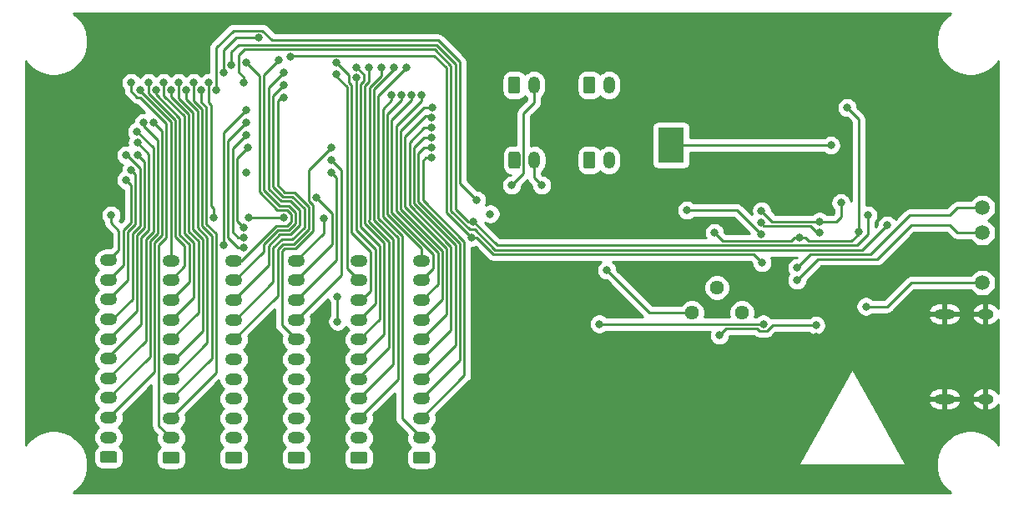
<source format=gbr>
%TF.GenerationSoftware,KiCad,Pcbnew,(5.1.6)-1*%
%TF.CreationDate,2021-01-29T14:11:21+08:00*%
%TF.ProjectId,STM32F0_Nixie_Clock,53544d33-3246-4305-9f4e-697869655f43,V3.0*%
%TF.SameCoordinates,Original*%
%TF.FileFunction,Copper,L2,Bot*%
%TF.FilePolarity,Positive*%
%FSLAX46Y46*%
G04 Gerber Fmt 4.6, Leading zero omitted, Abs format (unit mm)*
G04 Created by KiCad (PCBNEW (5.1.6)-1) date 2021-01-29 14:11:21*
%MOMM*%
%LPD*%
G01*
G04 APERTURE LIST*
%TA.AperFunction,SMDPad,CuDef*%
%ADD10C,1.500000*%
%TD*%
%TA.AperFunction,SMDPad,CuDef*%
%ADD11R,2.600000X3.600000*%
%TD*%
%TA.AperFunction,ComponentPad*%
%ADD12O,1.750000X1.200000*%
%TD*%
%TA.AperFunction,ComponentPad*%
%ADD13C,1.440000*%
%TD*%
%TA.AperFunction,ComponentPad*%
%ADD14O,1.600000X1.000000*%
%TD*%
%TA.AperFunction,ComponentPad*%
%ADD15O,2.100000X1.000000*%
%TD*%
%TA.AperFunction,ComponentPad*%
%ADD16O,1.200000X1.750000*%
%TD*%
%TA.AperFunction,ViaPad*%
%ADD17C,0.800000*%
%TD*%
%TA.AperFunction,Conductor*%
%ADD18C,0.250000*%
%TD*%
%TA.AperFunction,Conductor*%
%ADD19C,0.254000*%
%TD*%
G04 APERTURE END LIST*
D10*
%TO.P,TP101,1*%
%TO.N,+3V3*%
X204216000Y-111506000D03*
%TD*%
%TO.P,TP107,1*%
%TO.N,GNDA*%
X204216000Y-108966000D03*
%TD*%
%TO.P,TP104,1*%
%TO.N,/RX*%
X204216000Y-106426000D03*
%TD*%
%TO.P,TP103,1*%
%TO.N,/TX*%
X204216000Y-103886000D03*
%TD*%
D11*
%TO.P,BT101,1*%
%TO.N,+BATT*%
X172630000Y-97536000D03*
%TO.P,BT101,2*%
%TO.N,GNDA*%
X201930000Y-97536000D03*
%TD*%
D12*
%TO.P,DS103,11*%
%TO.N,D3_1*%
X128270000Y-109286000D03*
%TO.P,DS103,10*%
%TO.N,D3_2*%
X128270000Y-111286000D03*
%TO.P,DS103,9*%
%TO.N,D3_3*%
X128270000Y-113286000D03*
%TO.P,DS103,8*%
%TO.N,D3_4*%
X128270000Y-115286000D03*
%TO.P,DS103,7*%
%TO.N,D3_5*%
X128270000Y-117286000D03*
%TO.P,DS103,6*%
%TO.N,D3_6*%
X128270000Y-119286000D03*
%TO.P,DS103,5*%
%TO.N,D3_7*%
X128270000Y-121286000D03*
%TO.P,DS103,4*%
%TO.N,D3_8*%
X128270000Y-123286000D03*
%TO.P,DS103,3*%
%TO.N,D3_9*%
X128270000Y-125286000D03*
%TO.P,DS103,2*%
%TO.N,D3_0*%
X128270000Y-127286000D03*
%TO.P,DS103,1*%
%TO.N,Net-(DS103-Pad1)*%
%TA.AperFunction,ComponentPad*%
G36*
G01*
X128895001Y-129886000D02*
X127644999Y-129886000D01*
G75*
G02*
X127395000Y-129636001I0J249999D01*
G01*
X127395000Y-128935999D01*
G75*
G02*
X127644999Y-128686000I249999J0D01*
G01*
X128895001Y-128686000D01*
G75*
G02*
X129145000Y-128935999I0J-249999D01*
G01*
X129145000Y-129636001D01*
G75*
G02*
X128895001Y-129886000I-249999J0D01*
G01*
G37*
%TD.AperFunction*%
%TD*%
%TO.P,DS102,11*%
%TO.N,D2_1*%
X121920000Y-109286000D03*
%TO.P,DS102,10*%
%TO.N,D2_2*%
X121920000Y-111286000D03*
%TO.P,DS102,9*%
%TO.N,D2_3*%
X121920000Y-113286000D03*
%TO.P,DS102,8*%
%TO.N,D2_4*%
X121920000Y-115286000D03*
%TO.P,DS102,7*%
%TO.N,D2_5*%
X121920000Y-117286000D03*
%TO.P,DS102,6*%
%TO.N,D2_6*%
X121920000Y-119286000D03*
%TO.P,DS102,5*%
%TO.N,D2_7*%
X121920000Y-121286000D03*
%TO.P,DS102,4*%
%TO.N,D2_8*%
X121920000Y-123286000D03*
%TO.P,DS102,3*%
%TO.N,D2_9*%
X121920000Y-125286000D03*
%TO.P,DS102,2*%
%TO.N,D2_0*%
X121920000Y-127286000D03*
%TO.P,DS102,1*%
%TO.N,Net-(DS102-Pad1)*%
%TA.AperFunction,ComponentPad*%
G36*
G01*
X122545001Y-129886000D02*
X121294999Y-129886000D01*
G75*
G02*
X121045000Y-129636001I0J249999D01*
G01*
X121045000Y-128935999D01*
G75*
G02*
X121294999Y-128686000I249999J0D01*
G01*
X122545001Y-128686000D01*
G75*
G02*
X122795000Y-128935999I0J-249999D01*
G01*
X122795000Y-129636001D01*
G75*
G02*
X122545001Y-129886000I-249999J0D01*
G01*
G37*
%TD.AperFunction*%
%TD*%
D13*
%TO.P,RV101,1*%
%TO.N,Net-(R107-Pad1)*%
X179832000Y-114554000D03*
%TO.P,RV101,2*%
X177292000Y-112014000D03*
%TO.P,RV101,3*%
%TO.N,Net-(R105-Pad2)*%
X174752000Y-114554000D03*
%TD*%
D14*
%TO.P,P101,S1*%
%TO.N,GNDA*%
X204550000Y-114680000D03*
X204550000Y-123320000D03*
D15*
X200370000Y-123320000D03*
X200370000Y-114680000D03*
%TD*%
D16*
%TO.P,NE104,2*%
%TO.N,Net-(NE104-Pad2)*%
X166338000Y-99060000D03*
%TO.P,NE104,1*%
%TO.N,C_4*%
%TA.AperFunction,ComponentPad*%
G36*
G01*
X163738000Y-99685001D02*
X163738000Y-98434999D01*
G75*
G02*
X163987999Y-98185000I249999J0D01*
G01*
X164688001Y-98185000D01*
G75*
G02*
X164938000Y-98434999I0J-249999D01*
G01*
X164938000Y-99685001D01*
G75*
G02*
X164688001Y-99935000I-249999J0D01*
G01*
X163987999Y-99935000D01*
G75*
G02*
X163738000Y-99685001I0J249999D01*
G01*
G37*
%TD.AperFunction*%
%TD*%
%TO.P,NE103,1*%
%TO.N,C_3*%
%TA.AperFunction,ComponentPad*%
G36*
G01*
X156150000Y-99685001D02*
X156150000Y-98434999D01*
G75*
G02*
X156399999Y-98185000I249999J0D01*
G01*
X157100001Y-98185000D01*
G75*
G02*
X157350000Y-98434999I0J-249999D01*
G01*
X157350000Y-99685001D01*
G75*
G02*
X157100001Y-99935000I-249999J0D01*
G01*
X156399999Y-99935000D01*
G75*
G02*
X156150000Y-99685001I0J249999D01*
G01*
G37*
%TD.AperFunction*%
%TO.P,NE103,2*%
%TO.N,Net-(NE103-Pad2)*%
X158750000Y-99060000D03*
%TD*%
%TO.P,NE102,2*%
%TO.N,Net-(NE102-Pad2)*%
X166338000Y-91440000D03*
%TO.P,NE102,1*%
%TO.N,C_2*%
%TA.AperFunction,ComponentPad*%
G36*
G01*
X163738000Y-92065001D02*
X163738000Y-90814999D01*
G75*
G02*
X163987999Y-90565000I249999J0D01*
G01*
X164688001Y-90565000D01*
G75*
G02*
X164938000Y-90814999I0J-249999D01*
G01*
X164938000Y-92065001D01*
G75*
G02*
X164688001Y-92315000I-249999J0D01*
G01*
X163987999Y-92315000D01*
G75*
G02*
X163738000Y-92065001I0J249999D01*
G01*
G37*
%TD.AperFunction*%
%TD*%
%TO.P,NE101,2*%
%TO.N,Net-(NE101-Pad2)*%
X158718000Y-91440000D03*
%TO.P,NE101,1*%
%TO.N,C_1*%
%TA.AperFunction,ComponentPad*%
G36*
G01*
X156118000Y-92065001D02*
X156118000Y-90814999D01*
G75*
G02*
X156367999Y-90565000I249999J0D01*
G01*
X157068001Y-90565000D01*
G75*
G02*
X157318000Y-90814999I0J-249999D01*
G01*
X157318000Y-92065001D01*
G75*
G02*
X157068001Y-92315000I-249999J0D01*
G01*
X156367999Y-92315000D01*
G75*
G02*
X156118000Y-92065001I0J249999D01*
G01*
G37*
%TD.AperFunction*%
%TD*%
D12*
%TO.P,DS106,11*%
%TO.N,D6_1*%
X147320000Y-109286000D03*
%TO.P,DS106,10*%
%TO.N,D6_2*%
X147320000Y-111286000D03*
%TO.P,DS106,9*%
%TO.N,D6_3*%
X147320000Y-113286000D03*
%TO.P,DS106,8*%
%TO.N,D6_4*%
X147320000Y-115286000D03*
%TO.P,DS106,7*%
%TO.N,D6_5*%
X147320000Y-117286000D03*
%TO.P,DS106,6*%
%TO.N,D6_6*%
X147320000Y-119286000D03*
%TO.P,DS106,5*%
%TO.N,D6_7*%
X147320000Y-121286000D03*
%TO.P,DS106,4*%
%TO.N,D6_8*%
X147320000Y-123286000D03*
%TO.P,DS106,3*%
%TO.N,D6_9*%
X147320000Y-125286000D03*
%TO.P,DS106,2*%
%TO.N,D6_0*%
X147320000Y-127286000D03*
%TO.P,DS106,1*%
%TO.N,Net-(DS106-Pad1)*%
%TA.AperFunction,ComponentPad*%
G36*
G01*
X147945001Y-129886000D02*
X146694999Y-129886000D01*
G75*
G02*
X146445000Y-129636001I0J249999D01*
G01*
X146445000Y-128935999D01*
G75*
G02*
X146694999Y-128686000I249999J0D01*
G01*
X147945001Y-128686000D01*
G75*
G02*
X148195000Y-128935999I0J-249999D01*
G01*
X148195000Y-129636001D01*
G75*
G02*
X147945001Y-129886000I-249999J0D01*
G01*
G37*
%TD.AperFunction*%
%TD*%
%TO.P,DS105,11*%
%TO.N,D5_1*%
X140970000Y-109286000D03*
%TO.P,DS105,10*%
%TO.N,D5_2*%
X140970000Y-111286000D03*
%TO.P,DS105,9*%
%TO.N,D5_3*%
X140970000Y-113286000D03*
%TO.P,DS105,8*%
%TO.N,D5_4*%
X140970000Y-115286000D03*
%TO.P,DS105,7*%
%TO.N,D5_5*%
X140970000Y-117286000D03*
%TO.P,DS105,6*%
%TO.N,D5_6*%
X140970000Y-119286000D03*
%TO.P,DS105,5*%
%TO.N,D5_7*%
X140970000Y-121286000D03*
%TO.P,DS105,4*%
%TO.N,D5_8*%
X140970000Y-123286000D03*
%TO.P,DS105,3*%
%TO.N,D5_9*%
X140970000Y-125286000D03*
%TO.P,DS105,2*%
%TO.N,D5_0*%
X140970000Y-127286000D03*
%TO.P,DS105,1*%
%TO.N,Net-(DS105-Pad1)*%
%TA.AperFunction,ComponentPad*%
G36*
G01*
X141595001Y-129886000D02*
X140344999Y-129886000D01*
G75*
G02*
X140095000Y-129636001I0J249999D01*
G01*
X140095000Y-128935999D01*
G75*
G02*
X140344999Y-128686000I249999J0D01*
G01*
X141595001Y-128686000D01*
G75*
G02*
X141845000Y-128935999I0J-249999D01*
G01*
X141845000Y-129636001D01*
G75*
G02*
X141595001Y-129886000I-249999J0D01*
G01*
G37*
%TD.AperFunction*%
%TD*%
%TO.P,DS104,1*%
%TO.N,Net-(DS104-Pad1)*%
%TA.AperFunction,ComponentPad*%
G36*
G01*
X135245001Y-129886000D02*
X133994999Y-129886000D01*
G75*
G02*
X133745000Y-129636001I0J249999D01*
G01*
X133745000Y-128935999D01*
G75*
G02*
X133994999Y-128686000I249999J0D01*
G01*
X135245001Y-128686000D01*
G75*
G02*
X135495000Y-128935999I0J-249999D01*
G01*
X135495000Y-129636001D01*
G75*
G02*
X135245001Y-129886000I-249999J0D01*
G01*
G37*
%TD.AperFunction*%
%TO.P,DS104,2*%
%TO.N,D4_0*%
X134620000Y-127286000D03*
%TO.P,DS104,3*%
%TO.N,D4_9*%
X134620000Y-125286000D03*
%TO.P,DS104,4*%
%TO.N,D4_8*%
X134620000Y-123286000D03*
%TO.P,DS104,5*%
%TO.N,D4_7*%
X134620000Y-121286000D03*
%TO.P,DS104,6*%
%TO.N,D4_6*%
X134620000Y-119286000D03*
%TO.P,DS104,7*%
%TO.N,D4_5*%
X134620000Y-117286000D03*
%TO.P,DS104,8*%
%TO.N,D4_4*%
X134620000Y-115286000D03*
%TO.P,DS104,9*%
%TO.N,D4_3*%
X134620000Y-113286000D03*
%TO.P,DS104,10*%
%TO.N,D4_2*%
X134620000Y-111286000D03*
%TO.P,DS104,11*%
%TO.N,D4_1*%
X134620000Y-109286000D03*
%TD*%
%TO.P,DS101,11*%
%TO.N,D1_1*%
X115570000Y-109220000D03*
%TO.P,DS101,10*%
%TO.N,D1_2*%
X115570000Y-111220000D03*
%TO.P,DS101,9*%
%TO.N,D1_3*%
X115570000Y-113220000D03*
%TO.P,DS101,8*%
%TO.N,D1_4*%
X115570000Y-115220000D03*
%TO.P,DS101,7*%
%TO.N,D1_5*%
X115570000Y-117220000D03*
%TO.P,DS101,6*%
%TO.N,D1_6*%
X115570000Y-119220000D03*
%TO.P,DS101,5*%
%TO.N,D1_7*%
X115570000Y-121220000D03*
%TO.P,DS101,4*%
%TO.N,D1_8*%
X115570000Y-123220000D03*
%TO.P,DS101,3*%
%TO.N,D1_9*%
X115570000Y-125220000D03*
%TO.P,DS101,2*%
%TO.N,D1_0*%
X115570000Y-127220000D03*
%TO.P,DS101,1*%
%TO.N,Net-(DS101-Pad1)*%
%TA.AperFunction,ComponentPad*%
G36*
G01*
X116195001Y-129820000D02*
X114944999Y-129820000D01*
G75*
G02*
X114695000Y-129570001I0J249999D01*
G01*
X114695000Y-128869999D01*
G75*
G02*
X114944999Y-128620000I249999J0D01*
G01*
X116195001Y-128620000D01*
G75*
G02*
X116445000Y-128869999I0J-249999D01*
G01*
X116445000Y-129570001D01*
G75*
G02*
X116195001Y-129820000I-249999J0D01*
G01*
G37*
%TD.AperFunction*%
%TD*%
D17*
%TO.N,+BATT*%
X188849000Y-97536000D03*
%TO.N,+3V3*%
X129794000Y-104902000D03*
X133350000Y-104902000D03*
X177038000Y-106426000D03*
X192405000Y-113919000D03*
X154294010Y-104531990D03*
X190500000Y-93726000D03*
X185674000Y-106934000D03*
X191643000Y-106299000D03*
%TO.N,GNDA*%
X200660000Y-93980000D03*
X162814000Y-106426000D03*
X154305000Y-101600000D03*
X114935000Y-107315000D03*
X111760000Y-124460000D03*
X109220000Y-124460000D03*
X110490000Y-123190000D03*
X111760000Y-121920000D03*
X109220000Y-121920000D03*
X110490000Y-120650000D03*
X111760000Y-119380000D03*
X109220000Y-119380000D03*
X110490000Y-118110000D03*
X111760000Y-116840000D03*
X109220000Y-116840000D03*
X110490000Y-115570000D03*
X111760000Y-114300000D03*
X109220000Y-114300000D03*
X110490000Y-113030000D03*
X111760000Y-111760000D03*
X109220000Y-111760000D03*
X110490000Y-110490000D03*
X111760000Y-109220000D03*
X109220000Y-109220000D03*
X110490000Y-107950000D03*
X111760000Y-106680000D03*
X109220000Y-106680000D03*
X110490000Y-105410000D03*
X111760000Y-104140000D03*
X109220000Y-104140000D03*
X110490000Y-102870000D03*
X111760000Y-101600000D03*
X109220000Y-101600000D03*
X110490000Y-100330000D03*
X111760000Y-99060000D03*
X109220000Y-99060000D03*
X110490000Y-97790000D03*
X111760000Y-96520000D03*
X109220000Y-96520000D03*
X110490000Y-95250000D03*
X111760000Y-93980000D03*
X109220000Y-93980000D03*
X110490000Y-92710000D03*
X111760000Y-91440000D03*
X109220000Y-91440000D03*
X204470000Y-116840000D03*
X201930000Y-116840000D03*
X203200000Y-118110000D03*
X204470000Y-119380000D03*
X201930000Y-119380000D03*
X203200000Y-120650000D03*
X201930000Y-92710000D03*
X199390000Y-92710000D03*
X196850000Y-92710000D03*
X198120000Y-93980000D03*
X194310000Y-92710000D03*
X195580000Y-93980000D03*
X198120000Y-91440000D03*
X195580000Y-91440000D03*
X203200000Y-91440000D03*
X200660000Y-91440000D03*
X199390000Y-90170000D03*
X196850000Y-90170000D03*
X194310000Y-90170000D03*
X198120000Y-88900000D03*
X195580000Y-88900000D03*
X196850000Y-87630000D03*
X194310000Y-87630000D03*
X198120000Y-86360000D03*
X195580000Y-86360000D03*
X193040000Y-86360000D03*
X191770000Y-87630000D03*
X193040000Y-88900000D03*
X190500000Y-86360000D03*
X189230000Y-87630000D03*
X190500000Y-88900000D03*
X187960000Y-86360000D03*
X187960000Y-88900000D03*
X185420000Y-86360000D03*
X186690000Y-87630000D03*
X185420000Y-88900000D03*
X184150000Y-87630000D03*
X182880000Y-86360000D03*
X182880000Y-88900000D03*
X181610000Y-87630000D03*
X180340000Y-88900000D03*
X180340000Y-86360000D03*
X179070000Y-87630000D03*
X177800000Y-88900000D03*
X177800000Y-86360000D03*
X176530000Y-87630000D03*
X175260000Y-86360000D03*
X173990000Y-87630000D03*
X172720000Y-88900000D03*
X172720000Y-86360000D03*
X171450000Y-87630000D03*
X170180000Y-88900000D03*
X170180000Y-86360000D03*
X168910000Y-87630000D03*
X167640000Y-88900000D03*
X167640000Y-86360000D03*
X166370000Y-87630000D03*
X165100000Y-88900000D03*
X165100000Y-86360000D03*
X163830000Y-87630000D03*
X162560000Y-88900000D03*
X162560000Y-86360000D03*
X161290000Y-87630000D03*
X160020000Y-88900000D03*
X160020000Y-86360000D03*
X158750000Y-87630000D03*
X157480000Y-88900000D03*
X157480000Y-86360000D03*
X156210000Y-87630000D03*
X154940000Y-88900000D03*
X154940000Y-86360000D03*
X121920000Y-131064000D03*
X187325000Y-116967000D03*
X153670000Y-118872000D03*
X153670000Y-117602000D03*
X153670000Y-111760000D03*
X153670000Y-113030000D03*
X203200000Y-93980000D03*
%TO.N,D1_1*%
X115824000Y-104648000D03*
%TO.N,D1_2*%
X117362250Y-101077750D03*
%TO.N,D1_3*%
X117856000Y-100076000D03*
%TO.N,D1_4*%
X117348000Y-98552000D03*
%TO.N,D1_5*%
X118491000Y-98552000D03*
%TO.N,D1_6*%
X118491000Y-97282000D03*
%TO.N,D1_7*%
X118462499Y-96167501D03*
%TO.N,D1_8*%
X119126000Y-95250000D03*
%TO.N,D1_9*%
X120142000Y-95250000D03*
%TO.N,D2_1*%
X118807795Y-91948000D03*
%TO.N,D2_2*%
X119634000Y-91186000D03*
%TO.N,D2_3*%
X120396000Y-91948000D03*
%TO.N,D2_4*%
X121158000Y-91186000D03*
%TO.N,D2_5*%
X121920000Y-91948000D03*
%TO.N,D2_6*%
X122682000Y-91186000D03*
%TO.N,D2_7*%
X123444000Y-91948000D03*
%TO.N,D2_8*%
X124206000Y-91186000D03*
%TO.N,D2_9*%
X124968000Y-91948000D03*
%TO.N,D2_0*%
X117856000Y-91186000D03*
%TO.N,D3_1*%
X129540000Y-89154000D03*
%TO.N,D3_2*%
X132842000Y-88900000D03*
%TO.N,D3_3*%
X133350000Y-90170000D03*
%TO.N,D3_4*%
X133350000Y-91440000D03*
%TO.N,D3_5*%
X133350000Y-92710000D03*
%TO.N,D3_6*%
X127254000Y-107696000D03*
X129540000Y-93980000D03*
%TO.N,D3_7*%
X129286000Y-107950000D03*
X129540000Y-95250000D03*
%TO.N,D3_8*%
X129286000Y-106934000D03*
X129540000Y-96520000D03*
%TO.N,D3_9*%
X129286000Y-105918000D03*
X129667000Y-97790000D03*
%TO.N,D3_0*%
X125730000Y-91186000D03*
X126238000Y-104902000D03*
%TO.N,D4_1*%
X137377001Y-104938999D03*
X129540000Y-100330000D03*
%TO.N,D4_2*%
X136652000Y-102870000D03*
%TO.N,D4_3*%
X138176000Y-100330000D03*
%TO.N,D4_4*%
X138176000Y-99060000D03*
%TO.N,D4_5*%
X138176000Y-97790000D03*
%TO.N,D5_2*%
X138684000Y-90297000D03*
%TO.N,D5_3*%
X138684000Y-89154000D03*
%TO.N,D5_4*%
X140716000Y-90678000D03*
%TO.N,D5_5*%
X140744501Y-89633499D03*
%TO.N,D5_6*%
X141986000Y-89662000D03*
%TO.N,D5_7*%
X143256000Y-89662000D03*
%TO.N,D5_8*%
X144526000Y-89662000D03*
%TO.N,D5_9*%
X145796000Y-89662000D03*
%TO.N,D5_0*%
X138801010Y-112912990D03*
X138801010Y-115452990D03*
%TO.N,D6_1*%
X145288000Y-92456000D03*
%TO.N,D6_2*%
X146304000Y-92456000D03*
%TO.N,D6_3*%
X147320000Y-92456000D03*
%TO.N,D6_4*%
X148393002Y-93726000D03*
%TO.N,D6_5*%
X148336000Y-94742000D03*
%TO.N,D6_6*%
X148336000Y-95758000D03*
%TO.N,D6_7*%
X148336000Y-96774000D03*
%TO.N,D6_8*%
X148336000Y-97790000D03*
%TO.N,D6_9*%
X148336000Y-98806000D03*
%TO.N,D6_0*%
X144272000Y-92456000D03*
%TO.N,Net-(NE101-Pad2)*%
X156464000Y-101600000D03*
%TO.N,Net-(NE103-Pad2)*%
X159512000Y-101600000D03*
%TO.N,Net-(Q101-Pad3)*%
X181991000Y-115697000D03*
X165354000Y-115697000D03*
%TO.N,Net-(Q101-Pad1)*%
X187325000Y-115824000D03*
X177546000Y-116840000D03*
%TO.N,NRST*%
X174244000Y-104140000D03*
X181737000Y-106553000D03*
%TO.N,SDA*%
X187706000Y-105283000D03*
X189865000Y-103378000D03*
X181800500Y-104203500D03*
%TO.N,SCL*%
X181737000Y-105410000D03*
X187706000Y-106426000D03*
%TO.N,Net-(R105-Pad2)*%
X166116000Y-110236000D03*
%TO.N,DATA*%
X129286000Y-91186000D03*
X194564000Y-105664000D03*
%TO.N,CLK*%
X128016000Y-89408000D03*
X152527000Y-105283000D03*
X192595500Y-104648000D03*
%TO.N,OE*%
X127254000Y-90170000D03*
X133985000Y-88519000D03*
X130810000Y-86614000D03*
X152400000Y-106934000D03*
X181864000Y-109474000D03*
%TO.N,DATA_OUT*%
X126492000Y-91948000D03*
X152908000Y-103124000D03*
%TO.N,/TX*%
X185420000Y-109982000D03*
%TO.N,/RX*%
X185410250Y-111252000D03*
%TD*%
D18*
%TO.N,+BATT*%
X172630000Y-97536000D02*
X188722000Y-97536000D01*
%TO.N,+3V3*%
X129794000Y-104902000D02*
X133350000Y-104902000D01*
X191643000Y-106553000D02*
X191643000Y-94869000D01*
X190500000Y-93726000D02*
X191643000Y-94869000D01*
X185166000Y-106934000D02*
X185674000Y-106934000D01*
X184821999Y-107278001D02*
X185166000Y-106934000D01*
X177038000Y-106426000D02*
X177890001Y-107278001D01*
X177890001Y-107278001D02*
X181446001Y-107278001D01*
X181192001Y-107278001D02*
X181446001Y-107278001D01*
X181446001Y-107278001D02*
X184821999Y-107278001D01*
X190917999Y-107278001D02*
X191643000Y-106553000D01*
X186583686Y-107278001D02*
X190917999Y-107278001D01*
X185674000Y-106934000D02*
X186239685Y-106934000D01*
X186239685Y-106934000D02*
X186583686Y-107278001D01*
X192405000Y-113919000D02*
X194564000Y-113919000D01*
X196977000Y-111506000D02*
X204216000Y-111506000D01*
X194564000Y-113919000D02*
X196977000Y-111506000D01*
%TO.N,D1_1*%
X116623935Y-106209935D02*
X116623935Y-108166065D01*
X115824000Y-105410000D02*
X116623935Y-106209935D01*
X115824000Y-104648000D02*
X115824000Y-105410000D01*
X116623935Y-108166065D02*
X115570000Y-109220000D01*
%TO.N,D1_2*%
X117348000Y-101063499D02*
X117362250Y-101077750D01*
X117847870Y-101563369D02*
X117847870Y-105378020D01*
X117073945Y-109716055D02*
X115570000Y-111220000D01*
X117073945Y-106151945D02*
X117073945Y-109716055D01*
X117847870Y-105378020D02*
X117073945Y-106151945D01*
X117362250Y-101077750D02*
X117847870Y-101563369D01*
%TO.N,D1_3*%
X117535880Y-111254120D02*
X117535880Y-106326420D01*
X115570000Y-113220000D02*
X117535880Y-111254120D01*
X117535880Y-106326420D02*
X118297880Y-105564420D01*
X117856000Y-100076000D02*
X118292100Y-100512100D01*
X118297880Y-105564420D02*
X118297880Y-102428120D01*
X118297880Y-102428120D02*
X118297880Y-101787880D01*
X118297880Y-100517880D02*
X118297880Y-102428120D01*
X118297880Y-100517880D02*
X117856000Y-100076000D01*
%TO.N,D1_4*%
X115570000Y-115220000D02*
X115920000Y-115220000D01*
X115920000Y-115220000D02*
X117985890Y-113154110D01*
X117985890Y-106512820D02*
X118747890Y-105750820D01*
X117985890Y-113154110D02*
X117985890Y-106512820D01*
X118747890Y-100708110D02*
X118747890Y-99894888D01*
X118747890Y-99894888D02*
X117405002Y-98552000D01*
X118747890Y-100708110D02*
X118747890Y-100454110D01*
X117405002Y-98552000D02*
X117348000Y-98552000D01*
X118747890Y-105750820D02*
X118747890Y-100708110D01*
%TO.N,D1_5*%
X118618000Y-98298000D02*
X118491000Y-98298000D01*
X119197900Y-99258900D02*
X118491000Y-98552000D01*
X119197900Y-105937220D02*
X119197900Y-99258900D01*
X117919000Y-114871000D02*
X117936800Y-114871000D01*
X117936800Y-114871000D02*
X118435900Y-114371900D01*
X118435900Y-114371900D02*
X118435900Y-106699220D01*
X118435900Y-106699220D02*
X119197900Y-105937220D01*
X115587800Y-117220000D02*
X118435900Y-114371900D01*
X115570000Y-117220000D02*
X115587800Y-117220000D01*
%TO.N,D1_6*%
X119647910Y-98438910D02*
X118491000Y-97282000D01*
X115570000Y-119220000D02*
X115570000Y-119049920D01*
X115570000Y-119049920D02*
X118885910Y-115734010D01*
X118885910Y-115734010D02*
X118885910Y-106904840D01*
X118885910Y-106904840D02*
X119647910Y-106142840D01*
X119647910Y-106142840D02*
X119647910Y-98438910D01*
%TO.N,D1_7*%
X115570000Y-121158000D02*
X115570000Y-121220000D01*
X118462499Y-96167501D02*
X120097920Y-97802922D01*
X120097920Y-106329240D02*
X119335920Y-107091240D01*
X120097920Y-97802922D02*
X120097920Y-106329240D01*
X119335920Y-117392080D02*
X115570000Y-121158000D01*
X119335920Y-107091240D02*
X119335920Y-117392080D01*
%TO.N,D1_8*%
X115570000Y-123220000D02*
X115570000Y-123190000D01*
X119785930Y-119004070D02*
X115570000Y-123220000D01*
X119126000Y-95561002D02*
X120547930Y-96982932D01*
X119785930Y-107277640D02*
X119785930Y-119004070D01*
X119126000Y-95250000D02*
X119126000Y-95561002D01*
X120547930Y-96982932D02*
X120547930Y-106515640D01*
X120547930Y-106515640D02*
X119785930Y-107277640D01*
%TO.N,D1_9*%
X120235940Y-120556060D02*
X120235940Y-107464040D01*
X120058990Y-120733010D02*
X120235940Y-120556060D01*
X120235940Y-107464040D02*
X120997940Y-106702040D01*
X120056990Y-120733010D02*
X120058990Y-120733010D01*
X115570000Y-125220000D02*
X120056990Y-120733010D01*
X120997940Y-96105940D02*
X120997940Y-96486940D01*
X120142000Y-95250000D02*
X120997940Y-96105940D01*
X120997940Y-106702040D02*
X120997940Y-96486940D01*
X120997940Y-96486940D02*
X120997940Y-96359940D01*
%TO.N,D2_1*%
X121897960Y-109263960D02*
X121920000Y-109286000D01*
X118807795Y-92069207D02*
X121897959Y-95159371D01*
X121897959Y-95159371D02*
X121897960Y-109263960D01*
X118807795Y-91948000D02*
X118807795Y-92069207D01*
%TO.N,D2_2*%
X121920000Y-111229960D02*
X121920000Y-111286000D01*
X123305980Y-107811980D02*
X123305980Y-109843980D01*
X122347970Y-106853970D02*
X123305980Y-107811980D01*
X119634000Y-91186000D02*
X119634000Y-92259002D01*
X119634000Y-92259002D02*
X122347968Y-94972970D01*
X122347968Y-94972970D02*
X122347968Y-95584028D01*
X123305980Y-109843980D02*
X121920000Y-111229960D01*
X122347970Y-95584030D02*
X122347970Y-106853970D01*
X122347968Y-95584028D02*
X122347970Y-95584030D01*
%TO.N,D2_3*%
X123755990Y-111450010D02*
X121920000Y-113286000D01*
X120396000Y-91948000D02*
X120396000Y-92384592D01*
X120396000Y-92384592D02*
X122797980Y-94786572D01*
X122797980Y-94786572D02*
X122797980Y-106667570D01*
X122797980Y-106667570D02*
X123755990Y-107625580D01*
X123755990Y-107625580D02*
X123755990Y-111450010D01*
%TO.N,D2_4*%
X124206000Y-113000000D02*
X121920000Y-115286000D01*
X121158000Y-91186000D02*
X121158000Y-92510182D01*
X121158000Y-92510182D02*
X123247990Y-94600172D01*
X123247990Y-94600172D02*
X123247990Y-106481170D01*
X123247990Y-106481170D02*
X124205999Y-107439179D01*
X124205999Y-107439179D02*
X124206000Y-113000000D01*
%TO.N,D2_5*%
X121920000Y-91948000D02*
X121920000Y-92635772D01*
X123698000Y-94413772D02*
X123698000Y-106294770D01*
X121920000Y-92635772D02*
X123698000Y-94413772D01*
X123698000Y-106294770D02*
X124691960Y-107288730D01*
X121937920Y-117286000D02*
X124691960Y-114531960D01*
X121920000Y-117286000D02*
X121937920Y-117286000D01*
X124691960Y-107288730D02*
X124691960Y-114531960D01*
%TO.N,D2_6*%
X122268000Y-119286000D02*
X121920000Y-119286000D01*
X125141970Y-116412030D02*
X122268000Y-119286000D01*
X122682000Y-91186000D02*
X122682000Y-92761362D01*
X122682000Y-92761362D02*
X124148010Y-94227372D01*
X124148010Y-94227372D02*
X124148010Y-106108370D01*
X125141970Y-107102330D02*
X125141970Y-116412030D01*
X124148010Y-106108370D02*
X125141970Y-107102330D01*
%TO.N,D2_7*%
X121920000Y-121286000D02*
X122046000Y-121286000D01*
X123444000Y-92133412D02*
X123444000Y-91948000D01*
X125591980Y-117614020D02*
X121920000Y-121286000D01*
X123444000Y-92886952D02*
X124612979Y-94055931D01*
X124612979Y-94055931D02*
X124612979Y-105936929D01*
X123444000Y-91948000D02*
X123444000Y-92886952D01*
X124612979Y-105936929D02*
X125591980Y-106915930D01*
X125591980Y-106915930D02*
X125591980Y-117614020D01*
%TO.N,D2_8*%
X126041990Y-119164010D02*
X121920000Y-123286000D01*
X124206000Y-91186000D02*
X124206000Y-93012542D01*
X124206000Y-93012542D02*
X125062989Y-93869531D01*
X125062989Y-105750529D02*
X126041989Y-106729529D01*
X126041989Y-106729529D02*
X126041990Y-119164010D01*
X125062989Y-93869531D02*
X125062989Y-105750529D01*
%TO.N,D2_9*%
X121920000Y-125222000D02*
X121920000Y-125286000D01*
X126492000Y-120650000D02*
X121920000Y-125222000D01*
X124968000Y-91948000D02*
X124968000Y-93138132D01*
X126492000Y-106543130D02*
X126492000Y-120650000D01*
X124968000Y-93138132D02*
X125512999Y-93683131D01*
X125512999Y-93683131D02*
X125512999Y-105564129D01*
X125512999Y-105564129D02*
X126492000Y-106543130D01*
%TO.N,D2_0*%
X120685950Y-126051950D02*
X121920000Y-127286000D01*
X120685950Y-107731950D02*
X120685950Y-126051950D01*
X121447950Y-106969950D02*
X120685950Y-107731950D01*
X121447950Y-95345772D02*
X121447950Y-106969950D01*
X118775179Y-92673001D02*
X121447950Y-95345772D01*
X117856000Y-92069207D02*
X118459794Y-92673001D01*
X118459794Y-92673001D02*
X118775179Y-92673001D01*
X117856000Y-91186000D02*
X117856000Y-92069207D01*
%TO.N,D3_1*%
X133661990Y-104135042D02*
X132710042Y-104135042D01*
X132710042Y-104135042D02*
X130867990Y-102292990D01*
X134075001Y-104548053D02*
X133661990Y-104135042D01*
X128270000Y-109286000D02*
X129023002Y-109286000D01*
X129023002Y-109286000D02*
X132587012Y-105721990D01*
X133661990Y-105721990D02*
X134075001Y-105308979D01*
X134075001Y-105308979D02*
X134075001Y-104548053D01*
X132587012Y-105721990D02*
X133661990Y-105721990D01*
X130867990Y-90481990D02*
X130867990Y-102292990D01*
X129540000Y-89154000D02*
X130867990Y-90481990D01*
%TO.N,D3_2*%
X132773412Y-106172000D02*
X131317295Y-107628117D01*
X131318000Y-102106590D02*
X132896442Y-103685032D01*
X132896442Y-103685032D02*
X133848390Y-103685032D01*
X134525011Y-105495379D02*
X133848391Y-106171999D01*
X134525011Y-104361653D02*
X134525011Y-105495379D01*
X133848390Y-103685032D02*
X134525011Y-104361653D01*
X131317295Y-108330295D02*
X128361590Y-111286000D01*
X128361590Y-111286000D02*
X128270000Y-111286000D01*
X133848391Y-106171999D02*
X132773412Y-106172000D01*
X131317295Y-107628117D02*
X131317295Y-108330295D01*
X131318000Y-90424000D02*
X131318000Y-102106590D01*
X132842000Y-88900000D02*
X131318000Y-90424000D01*
%TO.N,D3_3*%
X131826000Y-107755822D02*
X132959814Y-106622008D01*
X132959814Y-106622008D02*
X134044402Y-106622008D01*
X134975021Y-104175253D02*
X134034790Y-103235022D01*
X131826000Y-109728000D02*
X131826000Y-107755822D01*
X128270000Y-113286000D02*
X128270000Y-113284000D01*
X128270000Y-113284000D02*
X131826000Y-109728000D01*
X134044402Y-106622008D02*
X134975020Y-105691390D01*
X134975020Y-105691390D02*
X134975021Y-104175253D01*
X134034790Y-103235022D02*
X133082842Y-103235022D01*
X133082842Y-103235022D02*
X131826000Y-101978180D01*
X133350000Y-90170000D02*
X131826000Y-91694000D01*
X131826000Y-91694000D02*
X131826000Y-101978180D01*
%TO.N,D3_4*%
X134221191Y-102785013D02*
X135425029Y-103988851D01*
X132276010Y-111448010D02*
X128438020Y-115286000D01*
X132276010Y-101791780D02*
X133269242Y-102785012D01*
X134230802Y-107072018D02*
X133146214Y-107072018D01*
X133269242Y-102785012D02*
X134221191Y-102785013D01*
X132276010Y-92513990D02*
X132276010Y-101791780D01*
X135425029Y-105877791D02*
X134230802Y-107072018D01*
X133350000Y-91440000D02*
X132276010Y-92513990D01*
X132276011Y-107942221D02*
X132276010Y-111448010D01*
X128438020Y-115286000D02*
X128270000Y-115286000D01*
X135425029Y-103988851D02*
X135425029Y-105877791D01*
X133146214Y-107072018D02*
X132276011Y-107942221D01*
%TO.N,D3_5*%
X132726020Y-101605380D02*
X133455643Y-102335003D01*
X133455643Y-102335003D02*
X134407592Y-102335004D01*
X134407592Y-102335004D02*
X135875038Y-103802450D01*
X135875038Y-103802450D02*
X135875038Y-106064190D01*
X135875038Y-106064190D02*
X134359208Y-107580020D01*
X132726020Y-112829980D02*
X128270000Y-117286000D01*
X134359208Y-107580020D02*
X133274622Y-107580020D01*
X133274622Y-107580020D02*
X132726020Y-108128622D01*
X132726020Y-108128622D02*
X132726020Y-112829980D01*
X132726020Y-93079980D02*
X133350000Y-92456000D01*
X132726020Y-101605380D02*
X132726020Y-93079980D01*
%TO.N,D3_6*%
X127254000Y-96266000D02*
X129540000Y-93980000D01*
X127254000Y-107696000D02*
X127254000Y-96266000D01*
%TO.N,D3_7*%
X129286000Y-107950000D02*
X128720315Y-107950000D01*
X128720315Y-107950000D02*
X127704010Y-106933695D01*
X127704010Y-97085990D02*
X129540000Y-95250000D01*
X127704010Y-106933695D02*
X127704010Y-97085990D01*
%TO.N,D3_8*%
X128154020Y-97905980D02*
X129540000Y-96520000D01*
X128154020Y-106367705D02*
X128154020Y-97905980D01*
X128720315Y-106934000D02*
X128154020Y-106367705D01*
X129286000Y-106934000D02*
X128720315Y-106934000D01*
%TO.N,D3_9*%
X129667000Y-97917000D02*
X129794000Y-97790000D01*
X129286000Y-105918000D02*
X128604030Y-105236030D01*
X128604030Y-98852970D02*
X129667000Y-97790000D01*
X128604030Y-105236030D02*
X128604030Y-98852970D01*
%TO.N,D3_0*%
X125730000Y-93218000D02*
X125730000Y-91186000D01*
X126238000Y-104902000D02*
X126238000Y-103949500D01*
X125963009Y-103674509D02*
X125963009Y-93451009D01*
X126238000Y-103949500D02*
X125963009Y-103674509D01*
X125963009Y-93451009D02*
X125730000Y-93218000D01*
%TO.N,D4_1*%
X134620000Y-109286000D02*
X134620000Y-109220000D01*
X137377001Y-106462999D02*
X137377001Y-104938999D01*
X134620000Y-109220000D02*
X137377001Y-106462999D01*
%TO.N,D4_2*%
X138233990Y-104451990D02*
X136652000Y-102870000D01*
X138233990Y-107638010D02*
X138233990Y-104451990D01*
X134620000Y-111252000D02*
X138233990Y-107638010D01*
X134620000Y-111286000D02*
X134620000Y-111252000D01*
%TO.N,D4_3*%
X138684000Y-109222000D02*
X134620000Y-113286000D01*
X138684000Y-100838000D02*
X138684000Y-109222000D01*
X138684000Y-100838000D02*
X138176000Y-100330000D01*
%TO.N,D4_4*%
X134620000Y-115286000D02*
X134650000Y-115286000D01*
X134620000Y-115286000D02*
X139192000Y-110714000D01*
X139192000Y-100076000D02*
X139192000Y-110714000D01*
X138176000Y-99060000D02*
X139192000Y-100076000D01*
%TO.N,D4_5*%
X136325048Y-106250592D02*
X136325048Y-103616050D01*
X134620000Y-117286000D02*
X133176030Y-115842030D01*
X133176030Y-109573970D02*
X133176030Y-109139970D01*
X133176030Y-115842030D02*
X133176030Y-109573970D01*
X134545609Y-108030029D02*
X136325048Y-106250590D01*
X133461023Y-108030029D02*
X134545609Y-108030029D01*
X133176030Y-109573970D02*
X133176030Y-108315022D01*
X133176030Y-108315022D02*
X133461023Y-108030029D01*
X138176000Y-97790000D02*
X135926999Y-100039001D01*
X135926999Y-100039001D02*
X135926999Y-103218001D01*
X135926999Y-103218001D02*
X136325048Y-103616050D01*
X136325048Y-106250590D02*
X136325048Y-103616050D01*
%TO.N,D5_2*%
X140970000Y-111286000D02*
X139769990Y-110085990D01*
X139769990Y-110085990D02*
X139769990Y-91638400D01*
X138430000Y-90298410D02*
X139769990Y-91638400D01*
X138430000Y-90170000D02*
X138430000Y-90298410D01*
%TO.N,D5_3*%
X142170010Y-112337990D02*
X141222000Y-113286000D01*
X141222000Y-113286000D02*
X140970000Y-113286000D01*
X139954000Y-91186000D02*
X139954000Y-90424000D01*
X139954000Y-90424000D02*
X138684000Y-89154000D01*
X142170010Y-108388010D02*
X142170010Y-112337990D01*
X140220000Y-91452000D02*
X140220000Y-106438000D01*
X140220000Y-106438000D02*
X142170010Y-108388010D01*
X139954000Y-91186000D02*
X140220000Y-91452000D01*
%TO.N,D5_4*%
X142620020Y-108076020D02*
X140670010Y-106126010D01*
X140670010Y-90723990D02*
X140716000Y-90678000D01*
X142620020Y-113635980D02*
X142620020Y-108076020D01*
X140670010Y-106126010D02*
X140670010Y-90723990D01*
X140970000Y-115286000D02*
X142620020Y-113635980D01*
%TO.N,D5_5*%
X140716000Y-89604998D02*
X140744501Y-89633499D01*
X141441001Y-90329999D02*
X140744501Y-89633499D01*
X141441001Y-91026001D02*
X141441001Y-90329999D01*
X141120020Y-105814020D02*
X141120020Y-91346982D01*
X143070030Y-107764030D02*
X141120020Y-105814020D01*
X141120020Y-91346982D02*
X141441001Y-91026001D01*
X143070030Y-115185970D02*
X143070030Y-107764030D01*
X140970000Y-117286000D02*
X143070030Y-115185970D01*
%TO.N,D5_6*%
X143520040Y-116735960D02*
X140970000Y-119286000D01*
X141986000Y-91117412D02*
X141570030Y-91533382D01*
X141986000Y-89662000D02*
X141986000Y-91117412D01*
X141570030Y-91533382D02*
X141570030Y-105502030D01*
X141570030Y-105502030D02*
X143520040Y-107452040D01*
X143520040Y-107452040D02*
X143520040Y-116735960D01*
%TO.N,D5_7*%
X143256000Y-90483822D02*
X143256000Y-89662000D01*
X142043685Y-91696137D02*
X143256000Y-90483822D01*
X142043685Y-105098315D02*
X142043685Y-91696137D01*
X140970000Y-121158000D02*
X144018000Y-118110000D01*
X142020040Y-105121960D02*
X142043685Y-105098315D01*
X144018000Y-107313590D02*
X142020040Y-105315630D01*
X144018000Y-118110000D02*
X144018000Y-107313590D01*
X140970000Y-121286000D02*
X140970000Y-121158000D01*
X142020040Y-105315630D02*
X142020040Y-105121960D01*
%TO.N,D5_8*%
X140970000Y-123286000D02*
X144468010Y-119787990D01*
X144468010Y-107127190D02*
X142493695Y-105152875D01*
X144468010Y-119787990D02*
X144468010Y-107127190D01*
X142493695Y-105152875D02*
X142493695Y-91882537D01*
X144526000Y-89850232D02*
X144526000Y-89662000D01*
X142493695Y-91882537D02*
X144526000Y-89850232D01*
%TO.N,D5_9*%
X142943705Y-92514295D02*
X145796000Y-89662000D01*
X142943705Y-104966475D02*
X142943705Y-92514295D01*
X144918020Y-121337980D02*
X144918020Y-106940790D01*
X144918020Y-106940790D02*
X142943705Y-104966475D01*
X140970000Y-125286000D02*
X144918020Y-121337980D01*
%TO.N,D5_0*%
X138801010Y-112912990D02*
X138801010Y-115452990D01*
%TO.N,D6_1*%
X143843725Y-104593675D02*
X143843725Y-94408275D01*
X147320000Y-109286000D02*
X147320000Y-108069950D01*
X147320000Y-108069950D02*
X143843725Y-104593675D01*
X145288000Y-92456000D02*
X145288000Y-92964000D01*
X143843725Y-94408275D02*
X145288000Y-92964000D01*
%TO.N,D6_2*%
X148520010Y-110085990D02*
X147320000Y-111286000D01*
X146304000Y-92964000D02*
X144293735Y-94974265D01*
X146304000Y-92456000D02*
X146304000Y-92964000D01*
X148520010Y-108616045D02*
X148520010Y-110085990D01*
X144293735Y-94974265D02*
X144293735Y-104389770D01*
X144293735Y-104389770D02*
X148520010Y-108616045D01*
%TO.N,D6_3*%
X148970020Y-111635980D02*
X147320000Y-113286000D01*
X147320000Y-92456000D02*
X147320000Y-93021002D01*
X147320000Y-93021002D02*
X144743745Y-95597257D01*
X144743745Y-104203370D02*
X148970019Y-108429644D01*
X144743745Y-95597257D02*
X144743745Y-104203370D01*
X148970019Y-108429644D02*
X148970020Y-111635980D01*
%TO.N,D6_4*%
X148247003Y-93871999D02*
X148393002Y-93726000D01*
X148393002Y-93726000D02*
X147673598Y-93726000D01*
X147574000Y-93726000D02*
X148393002Y-93726000D01*
X147320000Y-115286000D02*
X149420028Y-113185972D01*
X149420028Y-113185972D02*
X149420028Y-108243245D01*
X145193756Y-96106244D02*
X147574000Y-93726000D01*
X149420028Y-108243245D02*
X145193755Y-104016970D01*
X145193755Y-104016970D02*
X145193756Y-96106244D01*
%TO.N,D6_5*%
X147320000Y-117286000D02*
X149870038Y-114735962D01*
X149870038Y-114735962D02*
X149870038Y-108056844D01*
X149870038Y-108056844D02*
X145643765Y-103830571D01*
X145643765Y-96672235D02*
X147713996Y-94602004D01*
X147713996Y-94602004D02*
X148336000Y-94602004D01*
X145643765Y-103830571D02*
X145643765Y-96672235D01*
%TO.N,D6_6*%
X150320048Y-107870444D02*
X146093775Y-103644171D01*
X150320048Y-116285952D02*
X150320048Y-107870444D01*
X147320000Y-119286000D02*
X150320048Y-116285952D01*
X146093775Y-97238225D02*
X147574000Y-95758000D01*
X147574000Y-95758000D02*
X148590000Y-95758000D01*
X146093775Y-103644171D02*
X146093775Y-97238225D01*
%TO.N,D6_7*%
X150770058Y-117835942D02*
X147320000Y-121286000D01*
X150770058Y-107684044D02*
X150770058Y-117835942D01*
X146558000Y-103471986D02*
X150770058Y-107684044D01*
X146558000Y-97790000D02*
X147574000Y-96774000D01*
X148336000Y-96774000D02*
X147574000Y-96774000D01*
X146558000Y-97790000D02*
X146558000Y-103471986D01*
%TO.N,D6_8*%
X151220068Y-119385932D02*
X147320000Y-123286000D01*
X147008010Y-103285586D02*
X151220068Y-107497644D01*
X147447000Y-97917000D02*
X147008010Y-98355990D01*
X147008010Y-98355990D02*
X147008010Y-103285586D01*
X151220068Y-107497644D02*
X151220068Y-119385932D01*
X147574000Y-97790000D02*
X147008010Y-98355990D01*
X148336000Y-97790000D02*
X147574000Y-97790000D01*
%TO.N,D6_9*%
X151670078Y-120935922D02*
X147320000Y-125286000D01*
X147770315Y-98806000D02*
X147458020Y-99118295D01*
X151670078Y-107311244D02*
X151670078Y-120935922D01*
X148336000Y-98806000D02*
X147770315Y-98806000D01*
X147458020Y-99118295D02*
X147458020Y-103099186D01*
X147458020Y-103099186D02*
X151670078Y-107311244D01*
%TO.N,D6_0*%
X145368030Y-125334030D02*
X147320000Y-127286000D01*
X144272000Y-92456000D02*
X144272000Y-92985430D01*
X143393715Y-93863715D02*
X143393715Y-104780075D01*
X143393715Y-104780075D02*
X145368030Y-106754390D01*
X144272000Y-92985430D02*
X143393715Y-93863715D01*
X145368030Y-106754390D02*
X145368030Y-125334030D01*
%TO.N,Net-(NE101-Pad2)*%
X156464000Y-101600000D02*
X156464000Y-101346000D01*
X156464000Y-101346000D02*
X156521684Y-101346000D01*
X158718000Y-93250000D02*
X157675010Y-94292990D01*
X158718000Y-91440000D02*
X158718000Y-93250000D01*
X157675010Y-100388990D02*
X157675010Y-94292990D01*
X156464000Y-101600000D02*
X157675010Y-100388990D01*
%TO.N,Net-(NE103-Pad2)*%
X158750000Y-99060000D02*
X158750000Y-100838000D01*
X158750000Y-100838000D02*
X159512000Y-101600000D01*
%TO.N,Net-(Q101-Pad3)*%
X181991000Y-115697000D02*
X165354000Y-115697000D01*
%TO.N,Net-(Q101-Pad1)*%
X178238990Y-116147010D02*
X177546000Y-116840000D01*
X187325000Y-115824000D02*
X182937002Y-115824000D01*
X181642999Y-116422001D02*
X181368008Y-116147010D01*
X182339001Y-116422001D02*
X181642999Y-116422001D01*
X182937002Y-115824000D02*
X182339001Y-116422001D01*
X181368008Y-116147010D02*
X178238990Y-116147010D01*
%TO.N,NRST*%
X174379001Y-104004999D02*
X174244000Y-104140000D01*
X181737000Y-106553000D02*
X179324000Y-104140000D01*
X179324000Y-104140000D02*
X174244000Y-104140000D01*
%TO.N,SDA*%
X182880000Y-105283000D02*
X181800500Y-104203500D01*
X181800500Y-104203500D02*
X181737000Y-104140000D01*
X182880000Y-105283000D02*
X187706000Y-105283000D01*
X189865000Y-103378000D02*
X189865000Y-104775000D01*
X189357000Y-105283000D02*
X187706000Y-105283000D01*
X189865000Y-104775000D02*
X189357000Y-105283000D01*
%TO.N,SCL*%
X182060010Y-105733010D02*
X181737000Y-105410000D01*
X186759010Y-105733010D02*
X182060010Y-105733010D01*
X187579000Y-106553000D02*
X186759010Y-105733010D01*
%TO.N,Net-(R105-Pad2)*%
X170434000Y-114554000D02*
X166116000Y-110236000D01*
X174752000Y-114554000D02*
X170434000Y-114554000D01*
%TO.N,DATA*%
X194564000Y-105664000D02*
X193802000Y-106426000D01*
X193802000Y-106426000D02*
X194056000Y-106172000D01*
X152210205Y-106107795D02*
X152737425Y-106107795D01*
X148628409Y-87793999D02*
X150310009Y-89475599D01*
X150310009Y-89475599D02*
X150310010Y-104207600D01*
X150310010Y-104207600D02*
X152210205Y-106107795D01*
X129376001Y-87793999D02*
X148628409Y-87793999D01*
X152737425Y-106107795D02*
X154807651Y-108178021D01*
X129286000Y-90604002D02*
X128814999Y-90133001D01*
X154807651Y-108178021D02*
X192049979Y-108178021D01*
X129286000Y-91186000D02*
X129286000Y-90604002D01*
X128814999Y-88355001D02*
X129376001Y-87793999D01*
X128814999Y-90133001D02*
X128814999Y-88355001D01*
X192049979Y-108178021D02*
X193802000Y-106426000D01*
%TO.N,CLK*%
X128016000Y-89408000D02*
X128016000Y-89222588D01*
X150760020Y-103493980D02*
X150769630Y-103503590D01*
X150760020Y-89289200D02*
X150760020Y-103493980D01*
X148814809Y-87343989D02*
X150760020Y-89289200D01*
X128745990Y-87343990D02*
X148814809Y-87343989D01*
X128016000Y-88073980D02*
X128745990Y-87343990D01*
X128016000Y-89408000D02*
X128016000Y-88073980D01*
X150769630Y-103503590D02*
X150769630Y-104030810D01*
X152400000Y-105283000D02*
X152021820Y-105283000D01*
X152021820Y-105283000D02*
X150769630Y-104030810D01*
X192595500Y-106616500D02*
X192595500Y-104648000D01*
X191483989Y-107728011D02*
X192595500Y-106616500D01*
X152422040Y-105156000D02*
X154994051Y-107728011D01*
X152400000Y-105156000D02*
X152422040Y-105156000D01*
X154994051Y-107728011D02*
X191483989Y-107728011D01*
%TO.N,OE*%
X133985000Y-88519000D02*
X133858000Y-88646000D01*
X152654000Y-106934000D02*
X152927220Y-106934000D01*
X152400000Y-106934000D02*
X152654000Y-106934000D01*
X152654000Y-106934000D02*
X152908000Y-106934000D01*
X134075001Y-88428999D02*
X133985000Y-88519000D01*
X149860000Y-89662000D02*
X148626999Y-88428999D01*
X148626999Y-88428999D02*
X134075001Y-88428999D01*
X149860000Y-104394000D02*
X149860000Y-89662000D01*
X152400000Y-106934000D02*
X149860000Y-104394000D01*
X127254000Y-87884000D02*
X128524000Y-86614000D01*
X128524000Y-86614000D02*
X130810000Y-86614000D01*
X127254000Y-90170000D02*
X127254000Y-87884000D01*
X181018031Y-108628031D02*
X181864000Y-109474000D01*
X153171610Y-107178390D02*
X153425610Y-107432390D01*
X152927220Y-106934000D02*
X153425610Y-107432390D01*
X152927220Y-106934000D02*
X154621251Y-108628031D01*
X153425610Y-107432390D02*
X154378110Y-108384890D01*
X154621251Y-108628031D02*
X181018031Y-108628031D01*
%TO.N,DATA_OUT*%
X126492000Y-87630000D02*
X126492000Y-91948000D01*
X128233001Y-85888999D02*
X126492000Y-87630000D01*
X149001208Y-86893980D02*
X132162982Y-86893980D01*
X151210029Y-89102799D02*
X149001208Y-86893980D01*
X151210030Y-101426030D02*
X151210029Y-89102799D01*
X131158001Y-85888999D02*
X128233001Y-85888999D01*
X132162982Y-86893980D02*
X131158001Y-85888999D01*
X152908000Y-103124000D02*
X151210030Y-101426030D01*
%TO.N,/TX*%
X185420000Y-109982000D02*
X186690000Y-108712000D01*
X192859885Y-108638115D02*
X186763885Y-108638115D01*
X200912590Y-104649410D02*
X196848590Y-104649410D01*
X201676000Y-103886000D02*
X200912590Y-104649410D01*
X204216000Y-103886000D02*
X201676000Y-103886000D01*
X196848590Y-104649410D02*
X192859885Y-108638115D01*
X186763885Y-108638115D02*
X185420000Y-109982000D01*
%TO.N,/RX*%
X186727222Y-109935028D02*
X185410250Y-111252000D01*
X187574125Y-109088125D02*
X193557105Y-109088125D01*
X201676000Y-106426000D02*
X204216000Y-106426000D01*
X196981230Y-105664000D02*
X200914000Y-105664000D01*
X193557105Y-109088125D02*
X196981230Y-105664000D01*
X200914000Y-105664000D02*
X201676000Y-106426000D01*
X185410250Y-111252000D02*
X187574125Y-109088125D01*
%TD*%
D19*
%TO.N,GNDA*%
G36*
X200783542Y-84299238D02*
G01*
X200299238Y-84783542D01*
X199918722Y-85353023D01*
X199656619Y-85985796D01*
X199523000Y-86657545D01*
X199523000Y-87342455D01*
X199656619Y-88014204D01*
X199918722Y-88646977D01*
X200299238Y-89216458D01*
X200783542Y-89700762D01*
X201353023Y-90081278D01*
X201985796Y-90343381D01*
X202657545Y-90477000D01*
X203342455Y-90477000D01*
X204014204Y-90343381D01*
X204646977Y-90081278D01*
X205216458Y-89700762D01*
X205700762Y-89216458D01*
X205840001Y-89008073D01*
X205840000Y-114117629D01*
X205742369Y-113967236D01*
X205586169Y-113806839D01*
X205401678Y-113679997D01*
X205195987Y-113591585D01*
X204977000Y-113545000D01*
X204677000Y-113545000D01*
X204677000Y-114553000D01*
X204697000Y-114553000D01*
X204697000Y-114807000D01*
X204677000Y-114807000D01*
X204677000Y-115815000D01*
X204977000Y-115815000D01*
X205195987Y-115768415D01*
X205401678Y-115680003D01*
X205586169Y-115553161D01*
X205742369Y-115392764D01*
X205840000Y-115242371D01*
X205840000Y-122757629D01*
X205742369Y-122607236D01*
X205586169Y-122446839D01*
X205401678Y-122319997D01*
X205195987Y-122231585D01*
X204977000Y-122185000D01*
X204677000Y-122185000D01*
X204677000Y-123193000D01*
X204697000Y-123193000D01*
X204697000Y-123447000D01*
X204677000Y-123447000D01*
X204677000Y-124455000D01*
X204977000Y-124455000D01*
X205195987Y-124408415D01*
X205401678Y-124320003D01*
X205586169Y-124193161D01*
X205742369Y-124032764D01*
X205840000Y-123882371D01*
X205840000Y-127991926D01*
X205700762Y-127783542D01*
X205216458Y-127299238D01*
X204646977Y-126918722D01*
X204014204Y-126656619D01*
X203342455Y-126523000D01*
X202657545Y-126523000D01*
X201985796Y-126656619D01*
X201353023Y-126918722D01*
X200783542Y-127299238D01*
X200299238Y-127783542D01*
X199918722Y-128353023D01*
X199656619Y-128985796D01*
X199523000Y-129657545D01*
X199523000Y-130342455D01*
X199656619Y-131014204D01*
X199918722Y-131646977D01*
X200299238Y-132216458D01*
X200783542Y-132700762D01*
X200991926Y-132840000D01*
X112008074Y-132840000D01*
X112216458Y-132700762D01*
X112700762Y-132216458D01*
X113081278Y-131646977D01*
X113343381Y-131014204D01*
X113477000Y-130342455D01*
X113477000Y-129657545D01*
X113343381Y-128985796D01*
X113081278Y-128353023D01*
X112700762Y-127783542D01*
X112216458Y-127299238D01*
X111646977Y-126918722D01*
X111014204Y-126656619D01*
X110342455Y-126523000D01*
X109657545Y-126523000D01*
X108985796Y-126656619D01*
X108353023Y-126918722D01*
X107783542Y-127299238D01*
X107299238Y-127783542D01*
X107160000Y-127991926D01*
X107160000Y-109220000D01*
X114054025Y-109220000D01*
X114077870Y-109462102D01*
X114148489Y-109694901D01*
X114263167Y-109909449D01*
X114417498Y-110097502D01*
X114566762Y-110220000D01*
X114417498Y-110342498D01*
X114263167Y-110530551D01*
X114148489Y-110745099D01*
X114077870Y-110977898D01*
X114054025Y-111220000D01*
X114077870Y-111462102D01*
X114148489Y-111694901D01*
X114263167Y-111909449D01*
X114417498Y-112097502D01*
X114566762Y-112220000D01*
X114417498Y-112342498D01*
X114263167Y-112530551D01*
X114148489Y-112745099D01*
X114077870Y-112977898D01*
X114054025Y-113220000D01*
X114077870Y-113462102D01*
X114148489Y-113694901D01*
X114263167Y-113909449D01*
X114417498Y-114097502D01*
X114566762Y-114220000D01*
X114417498Y-114342498D01*
X114263167Y-114530551D01*
X114148489Y-114745099D01*
X114077870Y-114977898D01*
X114054025Y-115220000D01*
X114077870Y-115462102D01*
X114148489Y-115694901D01*
X114263167Y-115909449D01*
X114417498Y-116097502D01*
X114566762Y-116220000D01*
X114417498Y-116342498D01*
X114263167Y-116530551D01*
X114148489Y-116745099D01*
X114077870Y-116977898D01*
X114054025Y-117220000D01*
X114077870Y-117462102D01*
X114148489Y-117694901D01*
X114263167Y-117909449D01*
X114417498Y-118097502D01*
X114566762Y-118220000D01*
X114417498Y-118342498D01*
X114263167Y-118530551D01*
X114148489Y-118745099D01*
X114077870Y-118977898D01*
X114054025Y-119220000D01*
X114077870Y-119462102D01*
X114148489Y-119694901D01*
X114263167Y-119909449D01*
X114417498Y-120097502D01*
X114566762Y-120220000D01*
X114417498Y-120342498D01*
X114263167Y-120530551D01*
X114148489Y-120745099D01*
X114077870Y-120977898D01*
X114054025Y-121220000D01*
X114077870Y-121462102D01*
X114148489Y-121694901D01*
X114263167Y-121909449D01*
X114417498Y-122097502D01*
X114566762Y-122220000D01*
X114417498Y-122342498D01*
X114263167Y-122530551D01*
X114148489Y-122745099D01*
X114077870Y-122977898D01*
X114054025Y-123220000D01*
X114077870Y-123462102D01*
X114148489Y-123694901D01*
X114263167Y-123909449D01*
X114417498Y-124097502D01*
X114566762Y-124220000D01*
X114417498Y-124342498D01*
X114263167Y-124530551D01*
X114148489Y-124745099D01*
X114077870Y-124977898D01*
X114054025Y-125220000D01*
X114077870Y-125462102D01*
X114148489Y-125694901D01*
X114263167Y-125909449D01*
X114417498Y-126097502D01*
X114566762Y-126220000D01*
X114417498Y-126342498D01*
X114263167Y-126530551D01*
X114148489Y-126745099D01*
X114077870Y-126977898D01*
X114054025Y-127220000D01*
X114077870Y-127462102D01*
X114148489Y-127694901D01*
X114263167Y-127909449D01*
X114417498Y-128097502D01*
X114456111Y-128129191D01*
X114451613Y-128131595D01*
X114317038Y-128242038D01*
X114206595Y-128376613D01*
X114124528Y-128530149D01*
X114073992Y-128696745D01*
X114056928Y-128869999D01*
X114056928Y-129570001D01*
X114073992Y-129743255D01*
X114124528Y-129909851D01*
X114206595Y-130063387D01*
X114317038Y-130197962D01*
X114451613Y-130308405D01*
X114605149Y-130390472D01*
X114771745Y-130441008D01*
X114944999Y-130458072D01*
X116195001Y-130458072D01*
X116368255Y-130441008D01*
X116534851Y-130390472D01*
X116688387Y-130308405D01*
X116822962Y-130197962D01*
X116933405Y-130063387D01*
X117015472Y-129909851D01*
X117066008Y-129743255D01*
X117083072Y-129570001D01*
X117083072Y-128869999D01*
X117066008Y-128696745D01*
X117015472Y-128530149D01*
X116933405Y-128376613D01*
X116822962Y-128242038D01*
X116688387Y-128131595D01*
X116683889Y-128129191D01*
X116722502Y-128097502D01*
X116876833Y-127909449D01*
X116991511Y-127694901D01*
X117062130Y-127462102D01*
X117085975Y-127220000D01*
X117062130Y-126977898D01*
X116991511Y-126745099D01*
X116876833Y-126530551D01*
X116722502Y-126342498D01*
X116573238Y-126220000D01*
X116722502Y-126097502D01*
X116876833Y-125909449D01*
X116991511Y-125694901D01*
X117062130Y-125462102D01*
X117085975Y-125220000D01*
X117062130Y-124977898D01*
X117021347Y-124843454D01*
X119925951Y-121938851D01*
X119925951Y-126014617D01*
X119922274Y-126051950D01*
X119936948Y-126200935D01*
X119980404Y-126344196D01*
X120050976Y-126476226D01*
X120089363Y-126523000D01*
X120145950Y-126591951D01*
X120174948Y-126615749D01*
X120468653Y-126909454D01*
X120427870Y-127043898D01*
X120404025Y-127286000D01*
X120427870Y-127528102D01*
X120498489Y-127760901D01*
X120613167Y-127975449D01*
X120767498Y-128163502D01*
X120806111Y-128195191D01*
X120801613Y-128197595D01*
X120667038Y-128308038D01*
X120556595Y-128442613D01*
X120474528Y-128596149D01*
X120423992Y-128762745D01*
X120406928Y-128935999D01*
X120406928Y-129636001D01*
X120423992Y-129809255D01*
X120474528Y-129975851D01*
X120556595Y-130129387D01*
X120667038Y-130263962D01*
X120801613Y-130374405D01*
X120955149Y-130456472D01*
X121121745Y-130507008D01*
X121294999Y-130524072D01*
X122545001Y-130524072D01*
X122718255Y-130507008D01*
X122884851Y-130456472D01*
X123038387Y-130374405D01*
X123172962Y-130263962D01*
X123283405Y-130129387D01*
X123365472Y-129975851D01*
X123416008Y-129809255D01*
X123433072Y-129636001D01*
X123433072Y-128935999D01*
X123416008Y-128762745D01*
X123365472Y-128596149D01*
X123283405Y-128442613D01*
X123172962Y-128308038D01*
X123038387Y-128197595D01*
X123033889Y-128195191D01*
X123072502Y-128163502D01*
X123226833Y-127975449D01*
X123341511Y-127760901D01*
X123412130Y-127528102D01*
X123435975Y-127286000D01*
X123412130Y-127043898D01*
X123341511Y-126811099D01*
X123226833Y-126596551D01*
X123072502Y-126408498D01*
X122923238Y-126286000D01*
X123072502Y-126163502D01*
X123226833Y-125975449D01*
X123341511Y-125760901D01*
X123412130Y-125528102D01*
X123435975Y-125286000D01*
X123412130Y-125043898D01*
X123356451Y-124860350D01*
X126769875Y-121446928D01*
X126777870Y-121528102D01*
X126848489Y-121760901D01*
X126963167Y-121975449D01*
X127117498Y-122163502D01*
X127266762Y-122286000D01*
X127117498Y-122408498D01*
X126963167Y-122596551D01*
X126848489Y-122811099D01*
X126777870Y-123043898D01*
X126754025Y-123286000D01*
X126777870Y-123528102D01*
X126848489Y-123760901D01*
X126963167Y-123975449D01*
X127117498Y-124163502D01*
X127266762Y-124286000D01*
X127117498Y-124408498D01*
X126963167Y-124596551D01*
X126848489Y-124811099D01*
X126777870Y-125043898D01*
X126754025Y-125286000D01*
X126777870Y-125528102D01*
X126848489Y-125760901D01*
X126963167Y-125975449D01*
X127117498Y-126163502D01*
X127266762Y-126286000D01*
X127117498Y-126408498D01*
X126963167Y-126596551D01*
X126848489Y-126811099D01*
X126777870Y-127043898D01*
X126754025Y-127286000D01*
X126777870Y-127528102D01*
X126848489Y-127760901D01*
X126963167Y-127975449D01*
X127117498Y-128163502D01*
X127156111Y-128195191D01*
X127151613Y-128197595D01*
X127017038Y-128308038D01*
X126906595Y-128442613D01*
X126824528Y-128596149D01*
X126773992Y-128762745D01*
X126756928Y-128935999D01*
X126756928Y-129636001D01*
X126773992Y-129809255D01*
X126824528Y-129975851D01*
X126906595Y-130129387D01*
X127017038Y-130263962D01*
X127151613Y-130374405D01*
X127305149Y-130456472D01*
X127471745Y-130507008D01*
X127644999Y-130524072D01*
X128895001Y-130524072D01*
X129068255Y-130507008D01*
X129234851Y-130456472D01*
X129388387Y-130374405D01*
X129522962Y-130263962D01*
X129633405Y-130129387D01*
X129715472Y-129975851D01*
X129766008Y-129809255D01*
X129783072Y-129636001D01*
X129783072Y-128935999D01*
X129766008Y-128762745D01*
X129715472Y-128596149D01*
X129633405Y-128442613D01*
X129522962Y-128308038D01*
X129388387Y-128197595D01*
X129383889Y-128195191D01*
X129422502Y-128163502D01*
X129576833Y-127975449D01*
X129691511Y-127760901D01*
X129762130Y-127528102D01*
X129785975Y-127286000D01*
X129762130Y-127043898D01*
X129691511Y-126811099D01*
X129576833Y-126596551D01*
X129422502Y-126408498D01*
X129273238Y-126286000D01*
X129422502Y-126163502D01*
X129576833Y-125975449D01*
X129691511Y-125760901D01*
X129762130Y-125528102D01*
X129785975Y-125286000D01*
X129762130Y-125043898D01*
X129691511Y-124811099D01*
X129576833Y-124596551D01*
X129422502Y-124408498D01*
X129273238Y-124286000D01*
X129422502Y-124163502D01*
X129576833Y-123975449D01*
X129691511Y-123760901D01*
X129762130Y-123528102D01*
X129785975Y-123286000D01*
X129762130Y-123043898D01*
X129691511Y-122811099D01*
X129576833Y-122596551D01*
X129422502Y-122408498D01*
X129273238Y-122286000D01*
X129422502Y-122163502D01*
X129576833Y-121975449D01*
X129691511Y-121760901D01*
X129762130Y-121528102D01*
X129785975Y-121286000D01*
X129762130Y-121043898D01*
X129691511Y-120811099D01*
X129576833Y-120596551D01*
X129422502Y-120408498D01*
X129273238Y-120286000D01*
X129422502Y-120163502D01*
X129576833Y-119975449D01*
X129691511Y-119760901D01*
X129762130Y-119528102D01*
X129785975Y-119286000D01*
X129762130Y-119043898D01*
X129691511Y-118811099D01*
X129576833Y-118596551D01*
X129422502Y-118408498D01*
X129273238Y-118286000D01*
X129422502Y-118163502D01*
X129576833Y-117975449D01*
X129691511Y-117760901D01*
X129762130Y-117528102D01*
X129785975Y-117286000D01*
X129762130Y-117043898D01*
X129721347Y-116909454D01*
X132416030Y-114214772D01*
X132416030Y-115804707D01*
X132412354Y-115842030D01*
X132416030Y-115879352D01*
X132416030Y-115879362D01*
X132427027Y-115991015D01*
X132450644Y-116068870D01*
X132470484Y-116134276D01*
X132541056Y-116266306D01*
X132578298Y-116311685D01*
X132636029Y-116382031D01*
X132665033Y-116405834D01*
X133168653Y-116909454D01*
X133127870Y-117043898D01*
X133104025Y-117286000D01*
X133127870Y-117528102D01*
X133198489Y-117760901D01*
X133313167Y-117975449D01*
X133467498Y-118163502D01*
X133616762Y-118286000D01*
X133467498Y-118408498D01*
X133313167Y-118596551D01*
X133198489Y-118811099D01*
X133127870Y-119043898D01*
X133104025Y-119286000D01*
X133127870Y-119528102D01*
X133198489Y-119760901D01*
X133313167Y-119975449D01*
X133467498Y-120163502D01*
X133616762Y-120286000D01*
X133467498Y-120408498D01*
X133313167Y-120596551D01*
X133198489Y-120811099D01*
X133127870Y-121043898D01*
X133104025Y-121286000D01*
X133127870Y-121528102D01*
X133198489Y-121760901D01*
X133313167Y-121975449D01*
X133467498Y-122163502D01*
X133616762Y-122286000D01*
X133467498Y-122408498D01*
X133313167Y-122596551D01*
X133198489Y-122811099D01*
X133127870Y-123043898D01*
X133104025Y-123286000D01*
X133127870Y-123528102D01*
X133198489Y-123760901D01*
X133313167Y-123975449D01*
X133467498Y-124163502D01*
X133616762Y-124286000D01*
X133467498Y-124408498D01*
X133313167Y-124596551D01*
X133198489Y-124811099D01*
X133127870Y-125043898D01*
X133104025Y-125286000D01*
X133127870Y-125528102D01*
X133198489Y-125760901D01*
X133313167Y-125975449D01*
X133467498Y-126163502D01*
X133616762Y-126286000D01*
X133467498Y-126408498D01*
X133313167Y-126596551D01*
X133198489Y-126811099D01*
X133127870Y-127043898D01*
X133104025Y-127286000D01*
X133127870Y-127528102D01*
X133198489Y-127760901D01*
X133313167Y-127975449D01*
X133467498Y-128163502D01*
X133506111Y-128195191D01*
X133501613Y-128197595D01*
X133367038Y-128308038D01*
X133256595Y-128442613D01*
X133174528Y-128596149D01*
X133123992Y-128762745D01*
X133106928Y-128935999D01*
X133106928Y-129636001D01*
X133123992Y-129809255D01*
X133174528Y-129975851D01*
X133256595Y-130129387D01*
X133367038Y-130263962D01*
X133501613Y-130374405D01*
X133655149Y-130456472D01*
X133821745Y-130507008D01*
X133994999Y-130524072D01*
X135245001Y-130524072D01*
X135418255Y-130507008D01*
X135584851Y-130456472D01*
X135738387Y-130374405D01*
X135872962Y-130263962D01*
X135983405Y-130129387D01*
X136065472Y-129975851D01*
X136116008Y-129809255D01*
X136133072Y-129636001D01*
X136133072Y-128935999D01*
X136116008Y-128762745D01*
X136065472Y-128596149D01*
X135983405Y-128442613D01*
X135872962Y-128308038D01*
X135738387Y-128197595D01*
X135733889Y-128195191D01*
X135772502Y-128163502D01*
X135926833Y-127975449D01*
X136041511Y-127760901D01*
X136112130Y-127528102D01*
X136135975Y-127286000D01*
X136112130Y-127043898D01*
X136041511Y-126811099D01*
X135926833Y-126596551D01*
X135772502Y-126408498D01*
X135623238Y-126286000D01*
X135772502Y-126163502D01*
X135926833Y-125975449D01*
X136041511Y-125760901D01*
X136112130Y-125528102D01*
X136135975Y-125286000D01*
X136112130Y-125043898D01*
X136041511Y-124811099D01*
X135926833Y-124596551D01*
X135772502Y-124408498D01*
X135623238Y-124286000D01*
X135772502Y-124163502D01*
X135926833Y-123975449D01*
X136041511Y-123760901D01*
X136112130Y-123528102D01*
X136135975Y-123286000D01*
X136112130Y-123043898D01*
X136041511Y-122811099D01*
X135926833Y-122596551D01*
X135772502Y-122408498D01*
X135623238Y-122286000D01*
X135772502Y-122163502D01*
X135926833Y-121975449D01*
X136041511Y-121760901D01*
X136112130Y-121528102D01*
X136135975Y-121286000D01*
X136112130Y-121043898D01*
X136041511Y-120811099D01*
X135926833Y-120596551D01*
X135772502Y-120408498D01*
X135623238Y-120286000D01*
X135772502Y-120163502D01*
X135926833Y-119975449D01*
X136041511Y-119760901D01*
X136112130Y-119528102D01*
X136135975Y-119286000D01*
X136112130Y-119043898D01*
X136041511Y-118811099D01*
X135926833Y-118596551D01*
X135772502Y-118408498D01*
X135623238Y-118286000D01*
X135772502Y-118163502D01*
X135926833Y-117975449D01*
X136041511Y-117760901D01*
X136112130Y-117528102D01*
X136135975Y-117286000D01*
X136112130Y-117043898D01*
X136041511Y-116811099D01*
X135926833Y-116596551D01*
X135772502Y-116408498D01*
X135623238Y-116286000D01*
X135772502Y-116163502D01*
X135926833Y-115975449D01*
X136041511Y-115760901D01*
X136112130Y-115528102D01*
X136135975Y-115286000D01*
X136112130Y-115043898D01*
X136071347Y-114909455D01*
X137799169Y-113181633D01*
X137805784Y-113214888D01*
X137883805Y-113403246D01*
X137997073Y-113572764D01*
X138041010Y-113616701D01*
X138041011Y-114749278D01*
X137997073Y-114793216D01*
X137883805Y-114962734D01*
X137805784Y-115151092D01*
X137766010Y-115351051D01*
X137766010Y-115554929D01*
X137805784Y-115754888D01*
X137883805Y-115943246D01*
X137997073Y-116112764D01*
X138141236Y-116256927D01*
X138310754Y-116370195D01*
X138499112Y-116448216D01*
X138699071Y-116487990D01*
X138902949Y-116487990D01*
X139102908Y-116448216D01*
X139291266Y-116370195D01*
X139460784Y-116256927D01*
X139604947Y-116112764D01*
X139681650Y-115997970D01*
X139817498Y-116163502D01*
X139966762Y-116286000D01*
X139817498Y-116408498D01*
X139663167Y-116596551D01*
X139548489Y-116811099D01*
X139477870Y-117043898D01*
X139454025Y-117286000D01*
X139477870Y-117528102D01*
X139548489Y-117760901D01*
X139663167Y-117975449D01*
X139817498Y-118163502D01*
X139966762Y-118286000D01*
X139817498Y-118408498D01*
X139663167Y-118596551D01*
X139548489Y-118811099D01*
X139477870Y-119043898D01*
X139454025Y-119286000D01*
X139477870Y-119528102D01*
X139548489Y-119760901D01*
X139663167Y-119975449D01*
X139817498Y-120163502D01*
X139966762Y-120286000D01*
X139817498Y-120408498D01*
X139663167Y-120596551D01*
X139548489Y-120811099D01*
X139477870Y-121043898D01*
X139454025Y-121286000D01*
X139477870Y-121528102D01*
X139548489Y-121760901D01*
X139663167Y-121975449D01*
X139817498Y-122163502D01*
X139966762Y-122286000D01*
X139817498Y-122408498D01*
X139663167Y-122596551D01*
X139548489Y-122811099D01*
X139477870Y-123043898D01*
X139454025Y-123286000D01*
X139477870Y-123528102D01*
X139548489Y-123760901D01*
X139663167Y-123975449D01*
X139817498Y-124163502D01*
X139966762Y-124286000D01*
X139817498Y-124408498D01*
X139663167Y-124596551D01*
X139548489Y-124811099D01*
X139477870Y-125043898D01*
X139454025Y-125286000D01*
X139477870Y-125528102D01*
X139548489Y-125760901D01*
X139663167Y-125975449D01*
X139817498Y-126163502D01*
X139966762Y-126286000D01*
X139817498Y-126408498D01*
X139663167Y-126596551D01*
X139548489Y-126811099D01*
X139477870Y-127043898D01*
X139454025Y-127286000D01*
X139477870Y-127528102D01*
X139548489Y-127760901D01*
X139663167Y-127975449D01*
X139817498Y-128163502D01*
X139856111Y-128195191D01*
X139851613Y-128197595D01*
X139717038Y-128308038D01*
X139606595Y-128442613D01*
X139524528Y-128596149D01*
X139473992Y-128762745D01*
X139456928Y-128935999D01*
X139456928Y-129636001D01*
X139473992Y-129809255D01*
X139524528Y-129975851D01*
X139606595Y-130129387D01*
X139717038Y-130263962D01*
X139851613Y-130374405D01*
X140005149Y-130456472D01*
X140171745Y-130507008D01*
X140344999Y-130524072D01*
X141595001Y-130524072D01*
X141768255Y-130507008D01*
X141934851Y-130456472D01*
X142088387Y-130374405D01*
X142222962Y-130263962D01*
X142333405Y-130129387D01*
X142415472Y-129975851D01*
X142466008Y-129809255D01*
X142483072Y-129636001D01*
X142483072Y-128935999D01*
X142466008Y-128762745D01*
X142415472Y-128596149D01*
X142333405Y-128442613D01*
X142222962Y-128308038D01*
X142088387Y-128197595D01*
X142083889Y-128195191D01*
X142122502Y-128163502D01*
X142276833Y-127975449D01*
X142391511Y-127760901D01*
X142462130Y-127528102D01*
X142485975Y-127286000D01*
X142462130Y-127043898D01*
X142391511Y-126811099D01*
X142276833Y-126596551D01*
X142122502Y-126408498D01*
X141973238Y-126286000D01*
X142122502Y-126163502D01*
X142276833Y-125975449D01*
X142391511Y-125760901D01*
X142462130Y-125528102D01*
X142485975Y-125286000D01*
X142462130Y-125043898D01*
X142421347Y-124909455D01*
X144608031Y-122722772D01*
X144608031Y-125296697D01*
X144604354Y-125334030D01*
X144619028Y-125483015D01*
X144662484Y-125626276D01*
X144733056Y-125758306D01*
X144804231Y-125845032D01*
X144828030Y-125874031D01*
X144857028Y-125897829D01*
X145868653Y-126909455D01*
X145827870Y-127043898D01*
X145804025Y-127286000D01*
X145827870Y-127528102D01*
X145898489Y-127760901D01*
X146013167Y-127975449D01*
X146167498Y-128163502D01*
X146206111Y-128195191D01*
X146201613Y-128197595D01*
X146067038Y-128308038D01*
X145956595Y-128442613D01*
X145874528Y-128596149D01*
X145823992Y-128762745D01*
X145806928Y-128935999D01*
X145806928Y-129636001D01*
X145823992Y-129809255D01*
X145874528Y-129975851D01*
X145956595Y-130129387D01*
X146067038Y-130263962D01*
X146201613Y-130374405D01*
X146355149Y-130456472D01*
X146521745Y-130507008D01*
X146694999Y-130524072D01*
X147945001Y-130524072D01*
X148118255Y-130507008D01*
X148284851Y-130456472D01*
X148438387Y-130374405D01*
X148572962Y-130263962D01*
X148683405Y-130129387D01*
X148765472Y-129975851D01*
X148782110Y-129921000D01*
X185547000Y-129921000D01*
X185549440Y-129945776D01*
X185556667Y-129969601D01*
X185568403Y-129991557D01*
X185584197Y-130010803D01*
X185603443Y-130026597D01*
X185625399Y-130038333D01*
X185649224Y-130045560D01*
X185674000Y-130048000D01*
X196342000Y-130048000D01*
X196356835Y-130047131D01*
X196381157Y-130041813D01*
X196403974Y-130031852D01*
X196424409Y-130017632D01*
X196441678Y-129999698D01*
X196455116Y-129978739D01*
X196464207Y-129955562D01*
X196468601Y-129931057D01*
X196468131Y-129906165D01*
X196462813Y-129881843D01*
X196452852Y-129859026D01*
X192965863Y-123621874D01*
X198725881Y-123621874D01*
X198805724Y-123844976D01*
X198927631Y-124032764D01*
X199083831Y-124193161D01*
X199268322Y-124320003D01*
X199474013Y-124408415D01*
X199693000Y-124455000D01*
X200243000Y-124455000D01*
X200243000Y-123447000D01*
X200497000Y-123447000D01*
X200497000Y-124455000D01*
X201047000Y-124455000D01*
X201265987Y-124408415D01*
X201471678Y-124320003D01*
X201656169Y-124193161D01*
X201812369Y-124032764D01*
X201934276Y-123844976D01*
X202014119Y-123621874D01*
X203155881Y-123621874D01*
X203235724Y-123844976D01*
X203357631Y-124032764D01*
X203513831Y-124193161D01*
X203698322Y-124320003D01*
X203904013Y-124408415D01*
X204123000Y-124455000D01*
X204423000Y-124455000D01*
X204423000Y-123447000D01*
X203282046Y-123447000D01*
X203155881Y-123621874D01*
X202014119Y-123621874D01*
X201887954Y-123447000D01*
X200497000Y-123447000D01*
X200243000Y-123447000D01*
X198852046Y-123447000D01*
X198725881Y-123621874D01*
X192965863Y-123621874D01*
X192628328Y-123018126D01*
X198725881Y-123018126D01*
X198852046Y-123193000D01*
X200243000Y-123193000D01*
X200243000Y-122185000D01*
X200497000Y-122185000D01*
X200497000Y-123193000D01*
X201887954Y-123193000D01*
X202014119Y-123018126D01*
X203155881Y-123018126D01*
X203282046Y-123193000D01*
X204423000Y-123193000D01*
X204423000Y-122185000D01*
X204123000Y-122185000D01*
X203904013Y-122231585D01*
X203698322Y-122319997D01*
X203513831Y-122446839D01*
X203357631Y-122607236D01*
X203235724Y-122795024D01*
X203155881Y-123018126D01*
X202014119Y-123018126D01*
X201934276Y-122795024D01*
X201812369Y-122607236D01*
X201656169Y-122446839D01*
X201471678Y-122319997D01*
X201265987Y-122231585D01*
X201047000Y-122185000D01*
X200497000Y-122185000D01*
X200243000Y-122185000D01*
X199693000Y-122185000D01*
X199474013Y-122231585D01*
X199268322Y-122319997D01*
X199083831Y-122446839D01*
X198927631Y-122607236D01*
X198805724Y-122795024D01*
X198725881Y-123018126D01*
X192628328Y-123018126D01*
X191127734Y-120334026D01*
X191116671Y-120317444D01*
X191099428Y-120299485D01*
X191079013Y-120285236D01*
X191056210Y-120275243D01*
X191031896Y-120269891D01*
X191007005Y-120269385D01*
X190982493Y-120273744D01*
X190959303Y-120282802D01*
X190938326Y-120296211D01*
X190920367Y-120313454D01*
X190906118Y-120333869D01*
X185563236Y-129858869D01*
X185556667Y-129872399D01*
X185549440Y-129896224D01*
X185547000Y-129921000D01*
X148782110Y-129921000D01*
X148816008Y-129809255D01*
X148833072Y-129636001D01*
X148833072Y-128935999D01*
X148816008Y-128762745D01*
X148765472Y-128596149D01*
X148683405Y-128442613D01*
X148572962Y-128308038D01*
X148438387Y-128197595D01*
X148433889Y-128195191D01*
X148472502Y-128163502D01*
X148626833Y-127975449D01*
X148741511Y-127760901D01*
X148812130Y-127528102D01*
X148835975Y-127286000D01*
X148812130Y-127043898D01*
X148741511Y-126811099D01*
X148626833Y-126596551D01*
X148472502Y-126408498D01*
X148323238Y-126286000D01*
X148472502Y-126163502D01*
X148626833Y-125975449D01*
X148741511Y-125760901D01*
X148812130Y-125528102D01*
X148835975Y-125286000D01*
X148812130Y-125043898D01*
X148771347Y-124909454D01*
X152181081Y-121499721D01*
X152210079Y-121475923D01*
X152305052Y-121360198D01*
X152375624Y-121228169D01*
X152419081Y-121084908D01*
X152430078Y-120973255D01*
X152430078Y-120973246D01*
X152433754Y-120935923D01*
X152430078Y-120898600D01*
X152430078Y-107969000D01*
X152501939Y-107969000D01*
X152701898Y-107929226D01*
X152804956Y-107886538D01*
X152861811Y-107943392D01*
X153867106Y-108948689D01*
X153867112Y-108948694D01*
X154057451Y-109139033D01*
X154081250Y-109168032D01*
X154110248Y-109191830D01*
X154196975Y-109263005D01*
X154329004Y-109333577D01*
X154472265Y-109377034D01*
X154621251Y-109391708D01*
X154658584Y-109388031D01*
X165522125Y-109388031D01*
X165456226Y-109432063D01*
X165312063Y-109576226D01*
X165198795Y-109745744D01*
X165120774Y-109934102D01*
X165081000Y-110134061D01*
X165081000Y-110337939D01*
X165120774Y-110537898D01*
X165198795Y-110726256D01*
X165312063Y-110895774D01*
X165456226Y-111039937D01*
X165625744Y-111153205D01*
X165814102Y-111231226D01*
X166014061Y-111271000D01*
X166076199Y-111271000D01*
X169742198Y-114937000D01*
X166057711Y-114937000D01*
X166013774Y-114893063D01*
X165844256Y-114779795D01*
X165655898Y-114701774D01*
X165455939Y-114662000D01*
X165252061Y-114662000D01*
X165052102Y-114701774D01*
X164863744Y-114779795D01*
X164694226Y-114893063D01*
X164550063Y-115037226D01*
X164436795Y-115206744D01*
X164358774Y-115395102D01*
X164319000Y-115595061D01*
X164319000Y-115798939D01*
X164358774Y-115998898D01*
X164436795Y-116187256D01*
X164550063Y-116356774D01*
X164694226Y-116500937D01*
X164863744Y-116614205D01*
X165052102Y-116692226D01*
X165252061Y-116732000D01*
X165455939Y-116732000D01*
X165655898Y-116692226D01*
X165844256Y-116614205D01*
X166013774Y-116500937D01*
X166057711Y-116457000D01*
X176584368Y-116457000D01*
X176550774Y-116538102D01*
X176511000Y-116738061D01*
X176511000Y-116941939D01*
X176550774Y-117141898D01*
X176628795Y-117330256D01*
X176742063Y-117499774D01*
X176886226Y-117643937D01*
X177055744Y-117757205D01*
X177244102Y-117835226D01*
X177444061Y-117875000D01*
X177647939Y-117875000D01*
X177847898Y-117835226D01*
X178036256Y-117757205D01*
X178205774Y-117643937D01*
X178349937Y-117499774D01*
X178463205Y-117330256D01*
X178541226Y-117141898D01*
X178581000Y-116941939D01*
X178581000Y-116907010D01*
X181053207Y-116907010D01*
X181079195Y-116932998D01*
X181102998Y-116962002D01*
X181218723Y-117056975D01*
X181350752Y-117127547D01*
X181494013Y-117171004D01*
X181605666Y-117182001D01*
X181605676Y-117182001D01*
X181642998Y-117185677D01*
X181680321Y-117182001D01*
X182301679Y-117182001D01*
X182339001Y-117185677D01*
X182376323Y-117182001D01*
X182376334Y-117182001D01*
X182487987Y-117171004D01*
X182631248Y-117127547D01*
X182763277Y-117056975D01*
X182879002Y-116962002D01*
X182902804Y-116932999D01*
X183251804Y-116584000D01*
X186621289Y-116584000D01*
X186665226Y-116627937D01*
X186834744Y-116741205D01*
X187023102Y-116819226D01*
X187223061Y-116859000D01*
X187426939Y-116859000D01*
X187626898Y-116819226D01*
X187815256Y-116741205D01*
X187984774Y-116627937D01*
X188128937Y-116483774D01*
X188242205Y-116314256D01*
X188320226Y-116125898D01*
X188360000Y-115925939D01*
X188360000Y-115722061D01*
X188320226Y-115522102D01*
X188242205Y-115333744D01*
X188128937Y-115164226D01*
X187984774Y-115020063D01*
X187927620Y-114981874D01*
X198725881Y-114981874D01*
X198805724Y-115204976D01*
X198927631Y-115392764D01*
X199083831Y-115553161D01*
X199268322Y-115680003D01*
X199474013Y-115768415D01*
X199693000Y-115815000D01*
X200243000Y-115815000D01*
X200243000Y-114807000D01*
X200497000Y-114807000D01*
X200497000Y-115815000D01*
X201047000Y-115815000D01*
X201265987Y-115768415D01*
X201471678Y-115680003D01*
X201656169Y-115553161D01*
X201812369Y-115392764D01*
X201934276Y-115204976D01*
X202014119Y-114981874D01*
X203155881Y-114981874D01*
X203235724Y-115204976D01*
X203357631Y-115392764D01*
X203513831Y-115553161D01*
X203698322Y-115680003D01*
X203904013Y-115768415D01*
X204123000Y-115815000D01*
X204423000Y-115815000D01*
X204423000Y-114807000D01*
X203282046Y-114807000D01*
X203155881Y-114981874D01*
X202014119Y-114981874D01*
X201887954Y-114807000D01*
X200497000Y-114807000D01*
X200243000Y-114807000D01*
X198852046Y-114807000D01*
X198725881Y-114981874D01*
X187927620Y-114981874D01*
X187815256Y-114906795D01*
X187626898Y-114828774D01*
X187426939Y-114789000D01*
X187223061Y-114789000D01*
X187023102Y-114828774D01*
X186834744Y-114906795D01*
X186665226Y-115020063D01*
X186621289Y-115064000D01*
X182974324Y-115064000D01*
X182937001Y-115060324D01*
X182899678Y-115064000D01*
X182899669Y-115064000D01*
X182818189Y-115072025D01*
X182794937Y-115037226D01*
X182650774Y-114893063D01*
X182481256Y-114779795D01*
X182292898Y-114701774D01*
X182092939Y-114662000D01*
X181889061Y-114662000D01*
X181689102Y-114701774D01*
X181500744Y-114779795D01*
X181331226Y-114893063D01*
X181287289Y-114937000D01*
X181137362Y-114937000D01*
X181187000Y-114687456D01*
X181187000Y-114420544D01*
X181134928Y-114158761D01*
X181032785Y-113912167D01*
X180969238Y-113817061D01*
X191370000Y-113817061D01*
X191370000Y-114020939D01*
X191409774Y-114220898D01*
X191487795Y-114409256D01*
X191601063Y-114578774D01*
X191745226Y-114722937D01*
X191914744Y-114836205D01*
X192103102Y-114914226D01*
X192303061Y-114954000D01*
X192506939Y-114954000D01*
X192706898Y-114914226D01*
X192895256Y-114836205D01*
X193064774Y-114722937D01*
X193108711Y-114679000D01*
X194526678Y-114679000D01*
X194564000Y-114682676D01*
X194601322Y-114679000D01*
X194601333Y-114679000D01*
X194712986Y-114668003D01*
X194856247Y-114624546D01*
X194988276Y-114553974D01*
X195104001Y-114459001D01*
X195127804Y-114429997D01*
X195179675Y-114378126D01*
X198725881Y-114378126D01*
X198852046Y-114553000D01*
X200243000Y-114553000D01*
X200243000Y-113545000D01*
X200497000Y-113545000D01*
X200497000Y-114553000D01*
X201887954Y-114553000D01*
X202014119Y-114378126D01*
X203155881Y-114378126D01*
X203282046Y-114553000D01*
X204423000Y-114553000D01*
X204423000Y-113545000D01*
X204123000Y-113545000D01*
X203904013Y-113591585D01*
X203698322Y-113679997D01*
X203513831Y-113806839D01*
X203357631Y-113967236D01*
X203235724Y-114155024D01*
X203155881Y-114378126D01*
X202014119Y-114378126D01*
X201934276Y-114155024D01*
X201812369Y-113967236D01*
X201656169Y-113806839D01*
X201471678Y-113679997D01*
X201265987Y-113591585D01*
X201047000Y-113545000D01*
X200497000Y-113545000D01*
X200243000Y-113545000D01*
X199693000Y-113545000D01*
X199474013Y-113591585D01*
X199268322Y-113679997D01*
X199083831Y-113806839D01*
X198927631Y-113967236D01*
X198805724Y-114155024D01*
X198725881Y-114378126D01*
X195179675Y-114378126D01*
X197291802Y-112266000D01*
X203058091Y-112266000D01*
X203140201Y-112388886D01*
X203333114Y-112581799D01*
X203559957Y-112733371D01*
X203812011Y-112837775D01*
X204079589Y-112891000D01*
X204352411Y-112891000D01*
X204619989Y-112837775D01*
X204872043Y-112733371D01*
X205098886Y-112581799D01*
X205291799Y-112388886D01*
X205443371Y-112162043D01*
X205547775Y-111909989D01*
X205601000Y-111642411D01*
X205601000Y-111369589D01*
X205547775Y-111102011D01*
X205443371Y-110849957D01*
X205291799Y-110623114D01*
X205098886Y-110430201D01*
X204872043Y-110278629D01*
X204619989Y-110174225D01*
X204352411Y-110121000D01*
X204079589Y-110121000D01*
X203812011Y-110174225D01*
X203559957Y-110278629D01*
X203333114Y-110430201D01*
X203140201Y-110623114D01*
X203058091Y-110746000D01*
X197014322Y-110746000D01*
X196976999Y-110742324D01*
X196939676Y-110746000D01*
X196939667Y-110746000D01*
X196828014Y-110756997D01*
X196684753Y-110800454D01*
X196552724Y-110871026D01*
X196436999Y-110965999D01*
X196413201Y-110994997D01*
X194249199Y-113159000D01*
X193108711Y-113159000D01*
X193064774Y-113115063D01*
X192895256Y-113001795D01*
X192706898Y-112923774D01*
X192506939Y-112884000D01*
X192303061Y-112884000D01*
X192103102Y-112923774D01*
X191914744Y-113001795D01*
X191745226Y-113115063D01*
X191601063Y-113259226D01*
X191487795Y-113428744D01*
X191409774Y-113617102D01*
X191370000Y-113817061D01*
X180969238Y-113817061D01*
X180884497Y-113690238D01*
X180695762Y-113501503D01*
X180473833Y-113353215D01*
X180227239Y-113251072D01*
X179965456Y-113199000D01*
X179698544Y-113199000D01*
X179436761Y-113251072D01*
X179190167Y-113353215D01*
X178968238Y-113501503D01*
X178779503Y-113690238D01*
X178631215Y-113912167D01*
X178529072Y-114158761D01*
X178477000Y-114420544D01*
X178477000Y-114687456D01*
X178526638Y-114937000D01*
X176057362Y-114937000D01*
X176107000Y-114687456D01*
X176107000Y-114420544D01*
X176054928Y-114158761D01*
X175952785Y-113912167D01*
X175804497Y-113690238D01*
X175615762Y-113501503D01*
X175393833Y-113353215D01*
X175147239Y-113251072D01*
X174885456Y-113199000D01*
X174618544Y-113199000D01*
X174356761Y-113251072D01*
X174110167Y-113353215D01*
X173888238Y-113501503D01*
X173699503Y-113690238D01*
X173630172Y-113794000D01*
X170748802Y-113794000D01*
X168835346Y-111880544D01*
X175937000Y-111880544D01*
X175937000Y-112147456D01*
X175989072Y-112409239D01*
X176091215Y-112655833D01*
X176239503Y-112877762D01*
X176428238Y-113066497D01*
X176650167Y-113214785D01*
X176896761Y-113316928D01*
X177158544Y-113369000D01*
X177425456Y-113369000D01*
X177687239Y-113316928D01*
X177933833Y-113214785D01*
X178155762Y-113066497D01*
X178344497Y-112877762D01*
X178492785Y-112655833D01*
X178594928Y-112409239D01*
X178647000Y-112147456D01*
X178647000Y-111880544D01*
X178594928Y-111618761D01*
X178492785Y-111372167D01*
X178344497Y-111150238D01*
X178155762Y-110961503D01*
X177933833Y-110813215D01*
X177687239Y-110711072D01*
X177425456Y-110659000D01*
X177158544Y-110659000D01*
X176896761Y-110711072D01*
X176650167Y-110813215D01*
X176428238Y-110961503D01*
X176239503Y-111150238D01*
X176091215Y-111372167D01*
X175989072Y-111618761D01*
X175937000Y-111880544D01*
X168835346Y-111880544D01*
X167151000Y-110196199D01*
X167151000Y-110134061D01*
X167111226Y-109934102D01*
X167033205Y-109745744D01*
X166919937Y-109576226D01*
X166775774Y-109432063D01*
X166709875Y-109388031D01*
X180703230Y-109388031D01*
X180829000Y-109513801D01*
X180829000Y-109575939D01*
X180868774Y-109775898D01*
X180946795Y-109964256D01*
X181060063Y-110133774D01*
X181204226Y-110277937D01*
X181373744Y-110391205D01*
X181562102Y-110469226D01*
X181762061Y-110509000D01*
X181965939Y-110509000D01*
X182165898Y-110469226D01*
X182354256Y-110391205D01*
X182523774Y-110277937D01*
X182667937Y-110133774D01*
X182781205Y-109964256D01*
X182859226Y-109775898D01*
X182899000Y-109575939D01*
X182899000Y-109372061D01*
X182859226Y-109172102D01*
X182781205Y-108983744D01*
X182750654Y-108938021D01*
X185389177Y-108938021D01*
X185380198Y-108947000D01*
X185318061Y-108947000D01*
X185118102Y-108986774D01*
X184929744Y-109064795D01*
X184760226Y-109178063D01*
X184616063Y-109322226D01*
X184502795Y-109491744D01*
X184424774Y-109680102D01*
X184385000Y-109880061D01*
X184385000Y-110083939D01*
X184424774Y-110283898D01*
X184502795Y-110472256D01*
X184594635Y-110609704D01*
X184493045Y-110761744D01*
X184415024Y-110950102D01*
X184375250Y-111150061D01*
X184375250Y-111353939D01*
X184415024Y-111553898D01*
X184493045Y-111742256D01*
X184606313Y-111911774D01*
X184750476Y-112055937D01*
X184919994Y-112169205D01*
X185108352Y-112247226D01*
X185308311Y-112287000D01*
X185512189Y-112287000D01*
X185712148Y-112247226D01*
X185900506Y-112169205D01*
X186070024Y-112055937D01*
X186214187Y-111911774D01*
X186327455Y-111742256D01*
X186405476Y-111553898D01*
X186445250Y-111353939D01*
X186445250Y-111291801D01*
X186600038Y-111137013D01*
X187291021Y-110446031D01*
X187888927Y-109848125D01*
X193519783Y-109848125D01*
X193557105Y-109851801D01*
X193594427Y-109848125D01*
X193594438Y-109848125D01*
X193706091Y-109837128D01*
X193849352Y-109793671D01*
X193981381Y-109723099D01*
X194097106Y-109628126D01*
X194120909Y-109599122D01*
X197296032Y-106424000D01*
X200599199Y-106424000D01*
X201112201Y-106937002D01*
X201135999Y-106966001D01*
X201251724Y-107060974D01*
X201383753Y-107131546D01*
X201527014Y-107175003D01*
X201638667Y-107186000D01*
X201638675Y-107186000D01*
X201676000Y-107189676D01*
X201713325Y-107186000D01*
X203058091Y-107186000D01*
X203140201Y-107308886D01*
X203333114Y-107501799D01*
X203559957Y-107653371D01*
X203812011Y-107757775D01*
X204079589Y-107811000D01*
X204352411Y-107811000D01*
X204619989Y-107757775D01*
X204872043Y-107653371D01*
X205098886Y-107501799D01*
X205291799Y-107308886D01*
X205443371Y-107082043D01*
X205547775Y-106829989D01*
X205601000Y-106562411D01*
X205601000Y-106289589D01*
X205547775Y-106022011D01*
X205443371Y-105769957D01*
X205291799Y-105543114D01*
X205098886Y-105350201D01*
X204872043Y-105198629D01*
X204769127Y-105156000D01*
X204872043Y-105113371D01*
X205098886Y-104961799D01*
X205291799Y-104768886D01*
X205443371Y-104542043D01*
X205547775Y-104289989D01*
X205601000Y-104022411D01*
X205601000Y-103749589D01*
X205547775Y-103482011D01*
X205443371Y-103229957D01*
X205291799Y-103003114D01*
X205098886Y-102810201D01*
X204872043Y-102658629D01*
X204619989Y-102554225D01*
X204352411Y-102501000D01*
X204079589Y-102501000D01*
X203812011Y-102554225D01*
X203559957Y-102658629D01*
X203333114Y-102810201D01*
X203140201Y-103003114D01*
X203058091Y-103126000D01*
X201713325Y-103126000D01*
X201676000Y-103122324D01*
X201638675Y-103126000D01*
X201638667Y-103126000D01*
X201527014Y-103136997D01*
X201383753Y-103180454D01*
X201251724Y-103251026D01*
X201135999Y-103345999D01*
X201112201Y-103374998D01*
X200597789Y-103889410D01*
X196885915Y-103889410D01*
X196848590Y-103885734D01*
X196811265Y-103889410D01*
X196811257Y-103889410D01*
X196699604Y-103900407D01*
X196556343Y-103943864D01*
X196424314Y-104014436D01*
X196308589Y-104109409D01*
X196284791Y-104138407D01*
X195388379Y-105034819D01*
X195367937Y-105004226D01*
X195223774Y-104860063D01*
X195054256Y-104746795D01*
X194865898Y-104668774D01*
X194665939Y-104629000D01*
X194462061Y-104629000D01*
X194262102Y-104668774D01*
X194073744Y-104746795D01*
X193904226Y-104860063D01*
X193760063Y-105004226D01*
X193646795Y-105173744D01*
X193568774Y-105362102D01*
X193529000Y-105562061D01*
X193529000Y-105624199D01*
X193355500Y-105797699D01*
X193355500Y-105351711D01*
X193399437Y-105307774D01*
X193512705Y-105138256D01*
X193590726Y-104949898D01*
X193630500Y-104749939D01*
X193630500Y-104546061D01*
X193590726Y-104346102D01*
X193512705Y-104157744D01*
X193399437Y-103988226D01*
X193255274Y-103844063D01*
X193085756Y-103730795D01*
X192897398Y-103652774D01*
X192697439Y-103613000D01*
X192493561Y-103613000D01*
X192403000Y-103631014D01*
X192403000Y-94906322D01*
X192406676Y-94868999D01*
X192403000Y-94831676D01*
X192403000Y-94831667D01*
X192392003Y-94720014D01*
X192348546Y-94576753D01*
X192334240Y-94549989D01*
X192277974Y-94444723D01*
X192206799Y-94357997D01*
X192183001Y-94328999D01*
X192154003Y-94305201D01*
X191535000Y-93686199D01*
X191535000Y-93624061D01*
X191495226Y-93424102D01*
X191417205Y-93235744D01*
X191303937Y-93066226D01*
X191159774Y-92922063D01*
X190990256Y-92808795D01*
X190801898Y-92730774D01*
X190601939Y-92691000D01*
X190398061Y-92691000D01*
X190198102Y-92730774D01*
X190009744Y-92808795D01*
X189840226Y-92922063D01*
X189696063Y-93066226D01*
X189582795Y-93235744D01*
X189504774Y-93424102D01*
X189465000Y-93624061D01*
X189465000Y-93827939D01*
X189504774Y-94027898D01*
X189582795Y-94216256D01*
X189696063Y-94385774D01*
X189840226Y-94529937D01*
X190009744Y-94643205D01*
X190198102Y-94721226D01*
X190398061Y-94761000D01*
X190460199Y-94761000D01*
X190883001Y-95183803D01*
X190883000Y-103190597D01*
X190860226Y-103076102D01*
X190782205Y-102887744D01*
X190668937Y-102718226D01*
X190524774Y-102574063D01*
X190355256Y-102460795D01*
X190166898Y-102382774D01*
X189966939Y-102343000D01*
X189763061Y-102343000D01*
X189563102Y-102382774D01*
X189374744Y-102460795D01*
X189205226Y-102574063D01*
X189061063Y-102718226D01*
X188947795Y-102887744D01*
X188869774Y-103076102D01*
X188830000Y-103276061D01*
X188830000Y-103479939D01*
X188869774Y-103679898D01*
X188947795Y-103868256D01*
X189061063Y-104037774D01*
X189105001Y-104081712D01*
X189105001Y-104460198D01*
X189042199Y-104523000D01*
X188409711Y-104523000D01*
X188365774Y-104479063D01*
X188196256Y-104365795D01*
X188007898Y-104287774D01*
X187807939Y-104248000D01*
X187604061Y-104248000D01*
X187404102Y-104287774D01*
X187215744Y-104365795D01*
X187046226Y-104479063D01*
X187002289Y-104523000D01*
X183194802Y-104523000D01*
X182835500Y-104163699D01*
X182835500Y-104101561D01*
X182795726Y-103901602D01*
X182717705Y-103713244D01*
X182604437Y-103543726D01*
X182460274Y-103399563D01*
X182290756Y-103286295D01*
X182102398Y-103208274D01*
X181902439Y-103168500D01*
X181698561Y-103168500D01*
X181498602Y-103208274D01*
X181310244Y-103286295D01*
X181140726Y-103399563D01*
X180996563Y-103543726D01*
X180883295Y-103713244D01*
X180805274Y-103901602D01*
X180765500Y-104101561D01*
X180765500Y-104305439D01*
X180805274Y-104505398D01*
X180834318Y-104575517D01*
X179887804Y-103629003D01*
X179864001Y-103599999D01*
X179748276Y-103505026D01*
X179616247Y-103434454D01*
X179472986Y-103390997D01*
X179361333Y-103380000D01*
X179361322Y-103380000D01*
X179324000Y-103376324D01*
X179286678Y-103380000D01*
X174947711Y-103380000D01*
X174903774Y-103336063D01*
X174734256Y-103222795D01*
X174545898Y-103144774D01*
X174345939Y-103105000D01*
X174142061Y-103105000D01*
X173942102Y-103144774D01*
X173753744Y-103222795D01*
X173584226Y-103336063D01*
X173440063Y-103480226D01*
X173326795Y-103649744D01*
X173248774Y-103838102D01*
X173209000Y-104038061D01*
X173209000Y-104241939D01*
X173248774Y-104441898D01*
X173326795Y-104630256D01*
X173440063Y-104799774D01*
X173584226Y-104943937D01*
X173753744Y-105057205D01*
X173942102Y-105135226D01*
X174142061Y-105175000D01*
X174345939Y-105175000D01*
X174545898Y-105135226D01*
X174734256Y-105057205D01*
X174903774Y-104943937D01*
X174947711Y-104900000D01*
X179009199Y-104900000D01*
X180627199Y-106518001D01*
X178204803Y-106518001D01*
X178073000Y-106386198D01*
X178073000Y-106324061D01*
X178033226Y-106124102D01*
X177955205Y-105935744D01*
X177841937Y-105766226D01*
X177697774Y-105622063D01*
X177528256Y-105508795D01*
X177339898Y-105430774D01*
X177139939Y-105391000D01*
X176936061Y-105391000D01*
X176736102Y-105430774D01*
X176547744Y-105508795D01*
X176378226Y-105622063D01*
X176234063Y-105766226D01*
X176120795Y-105935744D01*
X176042774Y-106124102D01*
X176003000Y-106324061D01*
X176003000Y-106527939D01*
X176042774Y-106727898D01*
X176120795Y-106916256D01*
X176155376Y-106968011D01*
X155308853Y-106968011D01*
X153762414Y-105421572D01*
X153803754Y-105449195D01*
X153992112Y-105527216D01*
X154192071Y-105566990D01*
X154395949Y-105566990D01*
X154595908Y-105527216D01*
X154784266Y-105449195D01*
X154953784Y-105335927D01*
X155097947Y-105191764D01*
X155211215Y-105022246D01*
X155289236Y-104833888D01*
X155329010Y-104633929D01*
X155329010Y-104430051D01*
X155289236Y-104230092D01*
X155211215Y-104041734D01*
X155097947Y-103872216D01*
X154953784Y-103728053D01*
X154784266Y-103614785D01*
X154595908Y-103536764D01*
X154395949Y-103496990D01*
X154192071Y-103496990D01*
X153992112Y-103536764D01*
X153829383Y-103604169D01*
X153903226Y-103425898D01*
X153943000Y-103225939D01*
X153943000Y-103022061D01*
X153903226Y-102822102D01*
X153825205Y-102633744D01*
X153711937Y-102464226D01*
X153567774Y-102320063D01*
X153398256Y-102206795D01*
X153209898Y-102128774D01*
X153009939Y-102089000D01*
X152947802Y-102089000D01*
X152356863Y-101498061D01*
X155429000Y-101498061D01*
X155429000Y-101701939D01*
X155468774Y-101901898D01*
X155546795Y-102090256D01*
X155660063Y-102259774D01*
X155804226Y-102403937D01*
X155973744Y-102517205D01*
X156162102Y-102595226D01*
X156362061Y-102635000D01*
X156565939Y-102635000D01*
X156765898Y-102595226D01*
X156954256Y-102517205D01*
X157123774Y-102403937D01*
X157267937Y-102259774D01*
X157381205Y-102090256D01*
X157459226Y-101901898D01*
X157499000Y-101701939D01*
X157499000Y-101639801D01*
X158036099Y-101102703D01*
X158044454Y-101130246D01*
X158115026Y-101262276D01*
X158181205Y-101342914D01*
X158210000Y-101378001D01*
X158238998Y-101401799D01*
X158477000Y-101639801D01*
X158477000Y-101701939D01*
X158516774Y-101901898D01*
X158594795Y-102090256D01*
X158708063Y-102259774D01*
X158852226Y-102403937D01*
X159021744Y-102517205D01*
X159210102Y-102595226D01*
X159410061Y-102635000D01*
X159613939Y-102635000D01*
X159813898Y-102595226D01*
X160002256Y-102517205D01*
X160171774Y-102403937D01*
X160315937Y-102259774D01*
X160429205Y-102090256D01*
X160507226Y-101901898D01*
X160547000Y-101701939D01*
X160547000Y-101498061D01*
X160507226Y-101298102D01*
X160429205Y-101109744D01*
X160315937Y-100940226D01*
X160171774Y-100796063D01*
X160002256Y-100682795D01*
X159813898Y-100604774D01*
X159613939Y-100565000D01*
X159551801Y-100565000D01*
X159510000Y-100523199D01*
X159510000Y-100308933D01*
X159627502Y-100212502D01*
X159781833Y-100024449D01*
X159896511Y-99809900D01*
X159967130Y-99577101D01*
X159985000Y-99395664D01*
X159985000Y-98724335D01*
X159967130Y-98542898D01*
X159934400Y-98434999D01*
X163099928Y-98434999D01*
X163099928Y-99685001D01*
X163116992Y-99858255D01*
X163167528Y-100024851D01*
X163249595Y-100178387D01*
X163360038Y-100312962D01*
X163494613Y-100423405D01*
X163648149Y-100505472D01*
X163814745Y-100556008D01*
X163987999Y-100573072D01*
X164688001Y-100573072D01*
X164861255Y-100556008D01*
X165027851Y-100505472D01*
X165181387Y-100423405D01*
X165315962Y-100312962D01*
X165426405Y-100178387D01*
X165428810Y-100173888D01*
X165460499Y-100212502D01*
X165648552Y-100366833D01*
X165863100Y-100481511D01*
X166095899Y-100552130D01*
X166338000Y-100575975D01*
X166580102Y-100552130D01*
X166812901Y-100481511D01*
X167027449Y-100366833D01*
X167215502Y-100212502D01*
X167369833Y-100024449D01*
X167484511Y-99809900D01*
X167555130Y-99577101D01*
X167573000Y-99395664D01*
X167573000Y-98724335D01*
X167555130Y-98542898D01*
X167484511Y-98310099D01*
X167369833Y-98095551D01*
X167215502Y-97907498D01*
X167027448Y-97753167D01*
X166812900Y-97638489D01*
X166580101Y-97567870D01*
X166338000Y-97544025D01*
X166095898Y-97567870D01*
X165863099Y-97638489D01*
X165648551Y-97753167D01*
X165460498Y-97907498D01*
X165428809Y-97946111D01*
X165426405Y-97941613D01*
X165315962Y-97807038D01*
X165181387Y-97696595D01*
X165027851Y-97614528D01*
X164861255Y-97563992D01*
X164688001Y-97546928D01*
X163987999Y-97546928D01*
X163814745Y-97563992D01*
X163648149Y-97614528D01*
X163494613Y-97696595D01*
X163360038Y-97807038D01*
X163249595Y-97941613D01*
X163167528Y-98095149D01*
X163116992Y-98261745D01*
X163099928Y-98434999D01*
X159934400Y-98434999D01*
X159896511Y-98310099D01*
X159781833Y-98095551D01*
X159627502Y-97907498D01*
X159439448Y-97753167D01*
X159224900Y-97638489D01*
X158992101Y-97567870D01*
X158750000Y-97544025D01*
X158507898Y-97567870D01*
X158435010Y-97589980D01*
X158435010Y-95736000D01*
X170691928Y-95736000D01*
X170691928Y-99336000D01*
X170704188Y-99460482D01*
X170740498Y-99580180D01*
X170799463Y-99690494D01*
X170878815Y-99787185D01*
X170975506Y-99866537D01*
X171085820Y-99925502D01*
X171205518Y-99961812D01*
X171330000Y-99974072D01*
X173930000Y-99974072D01*
X174054482Y-99961812D01*
X174174180Y-99925502D01*
X174284494Y-99866537D01*
X174381185Y-99787185D01*
X174460537Y-99690494D01*
X174519502Y-99580180D01*
X174555812Y-99460482D01*
X174568072Y-99336000D01*
X174568072Y-98296000D01*
X188145289Y-98296000D01*
X188189226Y-98339937D01*
X188358744Y-98453205D01*
X188547102Y-98531226D01*
X188747061Y-98571000D01*
X188950939Y-98571000D01*
X189150898Y-98531226D01*
X189339256Y-98453205D01*
X189508774Y-98339937D01*
X189652937Y-98195774D01*
X189766205Y-98026256D01*
X189844226Y-97837898D01*
X189884000Y-97637939D01*
X189884000Y-97434061D01*
X189844226Y-97234102D01*
X189766205Y-97045744D01*
X189652937Y-96876226D01*
X189508774Y-96732063D01*
X189339256Y-96618795D01*
X189150898Y-96540774D01*
X188950939Y-96501000D01*
X188747061Y-96501000D01*
X188547102Y-96540774D01*
X188358744Y-96618795D01*
X188189226Y-96732063D01*
X188145289Y-96776000D01*
X174568072Y-96776000D01*
X174568072Y-95736000D01*
X174555812Y-95611518D01*
X174519502Y-95491820D01*
X174460537Y-95381506D01*
X174381185Y-95284815D01*
X174284494Y-95205463D01*
X174174180Y-95146498D01*
X174054482Y-95110188D01*
X173930000Y-95097928D01*
X171330000Y-95097928D01*
X171205518Y-95110188D01*
X171085820Y-95146498D01*
X170975506Y-95205463D01*
X170878815Y-95284815D01*
X170799463Y-95381506D01*
X170740498Y-95491820D01*
X170704188Y-95611518D01*
X170691928Y-95736000D01*
X158435010Y-95736000D01*
X158435010Y-94607791D01*
X159229003Y-93813799D01*
X159258001Y-93790001D01*
X159352974Y-93674276D01*
X159423546Y-93542247D01*
X159467003Y-93398986D01*
X159478000Y-93287333D01*
X159481677Y-93250000D01*
X159478000Y-93212667D01*
X159478000Y-92688933D01*
X159595502Y-92592502D01*
X159749833Y-92404449D01*
X159864511Y-92189900D01*
X159935130Y-91957101D01*
X159953000Y-91775664D01*
X159953000Y-91104335D01*
X159935130Y-90922898D01*
X159902400Y-90814999D01*
X163099928Y-90814999D01*
X163099928Y-92065001D01*
X163116992Y-92238255D01*
X163167528Y-92404851D01*
X163249595Y-92558387D01*
X163360038Y-92692962D01*
X163494613Y-92803405D01*
X163648149Y-92885472D01*
X163814745Y-92936008D01*
X163987999Y-92953072D01*
X164688001Y-92953072D01*
X164861255Y-92936008D01*
X165027851Y-92885472D01*
X165181387Y-92803405D01*
X165315962Y-92692962D01*
X165426405Y-92558387D01*
X165428810Y-92553888D01*
X165460499Y-92592502D01*
X165648552Y-92746833D01*
X165863100Y-92861511D01*
X166095899Y-92932130D01*
X166338000Y-92955975D01*
X166580102Y-92932130D01*
X166812901Y-92861511D01*
X167027449Y-92746833D01*
X167215502Y-92592502D01*
X167369833Y-92404449D01*
X167484511Y-92189900D01*
X167555130Y-91957101D01*
X167573000Y-91775664D01*
X167573000Y-91104335D01*
X167555130Y-90922898D01*
X167484511Y-90690099D01*
X167369833Y-90475551D01*
X167215502Y-90287498D01*
X167027448Y-90133167D01*
X166812900Y-90018489D01*
X166580101Y-89947870D01*
X166338000Y-89924025D01*
X166095898Y-89947870D01*
X165863099Y-90018489D01*
X165648551Y-90133167D01*
X165460498Y-90287498D01*
X165428809Y-90326111D01*
X165426405Y-90321613D01*
X165315962Y-90187038D01*
X165181387Y-90076595D01*
X165027851Y-89994528D01*
X164861255Y-89943992D01*
X164688001Y-89926928D01*
X163987999Y-89926928D01*
X163814745Y-89943992D01*
X163648149Y-89994528D01*
X163494613Y-90076595D01*
X163360038Y-90187038D01*
X163249595Y-90321613D01*
X163167528Y-90475149D01*
X163116992Y-90641745D01*
X163099928Y-90814999D01*
X159902400Y-90814999D01*
X159864511Y-90690099D01*
X159749833Y-90475551D01*
X159595502Y-90287498D01*
X159407448Y-90133167D01*
X159192900Y-90018489D01*
X158960101Y-89947870D01*
X158718000Y-89924025D01*
X158475898Y-89947870D01*
X158243099Y-90018489D01*
X158028551Y-90133167D01*
X157840498Y-90287498D01*
X157808809Y-90326111D01*
X157806405Y-90321613D01*
X157695962Y-90187038D01*
X157561387Y-90076595D01*
X157407851Y-89994528D01*
X157241255Y-89943992D01*
X157068001Y-89926928D01*
X156367999Y-89926928D01*
X156194745Y-89943992D01*
X156028149Y-89994528D01*
X155874613Y-90076595D01*
X155740038Y-90187038D01*
X155629595Y-90321613D01*
X155547528Y-90475149D01*
X155496992Y-90641745D01*
X155479928Y-90814999D01*
X155479928Y-92065001D01*
X155496992Y-92238255D01*
X155547528Y-92404851D01*
X155629595Y-92558387D01*
X155740038Y-92692962D01*
X155874613Y-92803405D01*
X156028149Y-92885472D01*
X156194745Y-92936008D01*
X156367999Y-92953072D01*
X157068001Y-92953072D01*
X157241255Y-92936008D01*
X157407851Y-92885472D01*
X157561387Y-92803405D01*
X157695962Y-92692962D01*
X157806405Y-92558387D01*
X157808810Y-92553888D01*
X157840499Y-92592502D01*
X157958001Y-92688933D01*
X157958001Y-92935197D01*
X157164008Y-93729191D01*
X157135010Y-93752989D01*
X157111212Y-93781987D01*
X157111211Y-93781988D01*
X157040036Y-93868714D01*
X156969464Y-94000744D01*
X156958294Y-94037569D01*
X156926008Y-94144004D01*
X156916848Y-94237002D01*
X156911334Y-94292990D01*
X156915011Y-94330322D01*
X156915010Y-97546928D01*
X156399999Y-97546928D01*
X156226745Y-97563992D01*
X156060149Y-97614528D01*
X155906613Y-97696595D01*
X155772038Y-97807038D01*
X155661595Y-97941613D01*
X155579528Y-98095149D01*
X155528992Y-98261745D01*
X155511928Y-98434999D01*
X155511928Y-99685001D01*
X155528992Y-99858255D01*
X155579528Y-100024851D01*
X155661595Y-100178387D01*
X155772038Y-100312962D01*
X155906613Y-100423405D01*
X156060149Y-100505472D01*
X156226745Y-100556008D01*
X156347483Y-100567900D01*
X156162102Y-100604774D01*
X155973744Y-100682795D01*
X155804226Y-100796063D01*
X155660063Y-100940226D01*
X155546795Y-101109744D01*
X155468774Y-101298102D01*
X155429000Y-101498061D01*
X152356863Y-101498061D01*
X151970030Y-101111229D01*
X151970028Y-89140131D01*
X151973705Y-89102798D01*
X151959031Y-88953812D01*
X151915574Y-88810552D01*
X151845002Y-88678522D01*
X151773828Y-88591795D01*
X151773818Y-88591785D01*
X151750029Y-88562798D01*
X151721041Y-88539009D01*
X149565011Y-86382982D01*
X149541209Y-86353979D01*
X149425484Y-86259006D01*
X149293455Y-86188434D01*
X149150194Y-86144977D01*
X149038541Y-86133980D01*
X149038530Y-86133980D01*
X149001208Y-86130304D01*
X148963885Y-86133980D01*
X132477784Y-86133980D01*
X131721805Y-85378001D01*
X131698002Y-85348998D01*
X131582277Y-85254025D01*
X131450248Y-85183453D01*
X131306987Y-85139996D01*
X131195334Y-85128999D01*
X131195323Y-85128999D01*
X131158001Y-85125323D01*
X131120679Y-85128999D01*
X128270323Y-85128999D01*
X128233000Y-85125323D01*
X128195677Y-85128999D01*
X128195668Y-85128999D01*
X128084015Y-85139996D01*
X127940754Y-85183453D01*
X127808725Y-85254025D01*
X127693000Y-85348998D01*
X127669202Y-85377996D01*
X125981003Y-87066196D01*
X125951999Y-87089999D01*
X125899474Y-87154001D01*
X125857026Y-87205724D01*
X125786455Y-87337753D01*
X125786454Y-87337754D01*
X125742997Y-87481015D01*
X125732000Y-87592668D01*
X125732000Y-87592678D01*
X125728324Y-87630000D01*
X125732000Y-87667323D01*
X125732001Y-90151000D01*
X125628061Y-90151000D01*
X125428102Y-90190774D01*
X125239744Y-90268795D01*
X125070226Y-90382063D01*
X124968000Y-90484289D01*
X124865774Y-90382063D01*
X124696256Y-90268795D01*
X124507898Y-90190774D01*
X124307939Y-90151000D01*
X124104061Y-90151000D01*
X123904102Y-90190774D01*
X123715744Y-90268795D01*
X123546226Y-90382063D01*
X123444000Y-90484289D01*
X123341774Y-90382063D01*
X123172256Y-90268795D01*
X122983898Y-90190774D01*
X122783939Y-90151000D01*
X122580061Y-90151000D01*
X122380102Y-90190774D01*
X122191744Y-90268795D01*
X122022226Y-90382063D01*
X121920000Y-90484289D01*
X121817774Y-90382063D01*
X121648256Y-90268795D01*
X121459898Y-90190774D01*
X121259939Y-90151000D01*
X121056061Y-90151000D01*
X120856102Y-90190774D01*
X120667744Y-90268795D01*
X120498226Y-90382063D01*
X120396000Y-90484289D01*
X120293774Y-90382063D01*
X120124256Y-90268795D01*
X119935898Y-90190774D01*
X119735939Y-90151000D01*
X119532061Y-90151000D01*
X119332102Y-90190774D01*
X119143744Y-90268795D01*
X118974226Y-90382063D01*
X118830063Y-90526226D01*
X118745000Y-90653532D01*
X118659937Y-90526226D01*
X118515774Y-90382063D01*
X118346256Y-90268795D01*
X118157898Y-90190774D01*
X117957939Y-90151000D01*
X117754061Y-90151000D01*
X117554102Y-90190774D01*
X117365744Y-90268795D01*
X117196226Y-90382063D01*
X117052063Y-90526226D01*
X116938795Y-90695744D01*
X116860774Y-90884102D01*
X116821000Y-91084061D01*
X116821000Y-91287939D01*
X116860774Y-91487898D01*
X116938795Y-91676256D01*
X117052063Y-91845774D01*
X117096000Y-91889711D01*
X117096000Y-92031885D01*
X117092324Y-92069207D01*
X117096000Y-92106529D01*
X117096000Y-92106540D01*
X117106998Y-92218193D01*
X117117246Y-92251978D01*
X117150454Y-92361453D01*
X117221026Y-92493483D01*
X117274292Y-92558387D01*
X117316000Y-92609208D01*
X117344998Y-92633006D01*
X117895994Y-93184003D01*
X117919793Y-93213002D01*
X118035518Y-93307975D01*
X118167547Y-93378547D01*
X118310808Y-93422004D01*
X118422461Y-93433001D01*
X118422469Y-93433001D01*
X118459794Y-93436677D01*
X118463672Y-93436295D01*
X119245961Y-94218585D01*
X119227939Y-94215000D01*
X119024061Y-94215000D01*
X118824102Y-94254774D01*
X118635744Y-94332795D01*
X118466226Y-94446063D01*
X118322063Y-94590226D01*
X118208795Y-94759744D01*
X118130774Y-94948102D01*
X118091000Y-95148061D01*
X118091000Y-95201105D01*
X117972243Y-95250296D01*
X117802725Y-95363564D01*
X117658562Y-95507727D01*
X117545294Y-95677245D01*
X117467273Y-95865603D01*
X117427499Y-96065562D01*
X117427499Y-96269440D01*
X117467273Y-96469399D01*
X117545294Y-96657757D01*
X117604308Y-96746078D01*
X117573795Y-96791744D01*
X117495774Y-96980102D01*
X117456000Y-97180061D01*
X117456000Y-97383939D01*
X117483807Y-97523737D01*
X117449939Y-97517000D01*
X117246061Y-97517000D01*
X117046102Y-97556774D01*
X116857744Y-97634795D01*
X116688226Y-97748063D01*
X116544063Y-97892226D01*
X116430795Y-98061744D01*
X116352774Y-98250102D01*
X116313000Y-98450061D01*
X116313000Y-98653939D01*
X116352774Y-98853898D01*
X116430795Y-99042256D01*
X116544063Y-99211774D01*
X116688226Y-99355937D01*
X116857744Y-99469205D01*
X116982214Y-99520763D01*
X116938795Y-99585744D01*
X116860774Y-99774102D01*
X116821000Y-99974061D01*
X116821000Y-100177939D01*
X116823928Y-100192661D01*
X116702476Y-100273813D01*
X116558313Y-100417976D01*
X116445045Y-100587494D01*
X116367024Y-100775852D01*
X116327250Y-100975811D01*
X116327250Y-101179689D01*
X116367024Y-101379648D01*
X116445045Y-101568006D01*
X116558313Y-101737524D01*
X116702476Y-101881687D01*
X116871994Y-101994955D01*
X117060352Y-102072976D01*
X117087870Y-102078450D01*
X117087871Y-105063217D01*
X116819945Y-105331144D01*
X116695484Y-105206683D01*
X116741205Y-105138256D01*
X116819226Y-104949898D01*
X116859000Y-104749939D01*
X116859000Y-104546061D01*
X116819226Y-104346102D01*
X116741205Y-104157744D01*
X116627937Y-103988226D01*
X116483774Y-103844063D01*
X116314256Y-103730795D01*
X116125898Y-103652774D01*
X115925939Y-103613000D01*
X115722061Y-103613000D01*
X115522102Y-103652774D01*
X115333744Y-103730795D01*
X115164226Y-103844063D01*
X115020063Y-103988226D01*
X114906795Y-104157744D01*
X114828774Y-104346102D01*
X114789000Y-104546061D01*
X114789000Y-104749939D01*
X114828774Y-104949898D01*
X114906795Y-105138256D01*
X115020063Y-105307774D01*
X115064000Y-105351711D01*
X115064000Y-105372678D01*
X115060324Y-105410000D01*
X115064000Y-105447322D01*
X115064000Y-105447333D01*
X115074997Y-105558986D01*
X115097146Y-105632000D01*
X115118454Y-105702246D01*
X115189026Y-105834276D01*
X115260201Y-105921002D01*
X115284000Y-105950001D01*
X115312998Y-105973799D01*
X115863935Y-106524737D01*
X115863936Y-107851262D01*
X115730198Y-107985000D01*
X115234335Y-107985000D01*
X115052898Y-108002870D01*
X114820099Y-108073489D01*
X114605551Y-108188167D01*
X114417498Y-108342498D01*
X114263167Y-108530551D01*
X114148489Y-108745099D01*
X114077870Y-108977898D01*
X114054025Y-109220000D01*
X107160000Y-109220000D01*
X107160000Y-89008074D01*
X107299238Y-89216458D01*
X107783542Y-89700762D01*
X108353023Y-90081278D01*
X108985796Y-90343381D01*
X109657545Y-90477000D01*
X110342455Y-90477000D01*
X111014204Y-90343381D01*
X111646977Y-90081278D01*
X112216458Y-89700762D01*
X112700762Y-89216458D01*
X113081278Y-88646977D01*
X113343381Y-88014204D01*
X113477000Y-87342455D01*
X113477000Y-86657545D01*
X113343381Y-85985796D01*
X113081278Y-85353023D01*
X112700762Y-84783542D01*
X112216458Y-84299238D01*
X112008074Y-84160000D01*
X200991926Y-84160000D01*
X200783542Y-84299238D01*
G37*
X200783542Y-84299238D02*
X200299238Y-84783542D01*
X199918722Y-85353023D01*
X199656619Y-85985796D01*
X199523000Y-86657545D01*
X199523000Y-87342455D01*
X199656619Y-88014204D01*
X199918722Y-88646977D01*
X200299238Y-89216458D01*
X200783542Y-89700762D01*
X201353023Y-90081278D01*
X201985796Y-90343381D01*
X202657545Y-90477000D01*
X203342455Y-90477000D01*
X204014204Y-90343381D01*
X204646977Y-90081278D01*
X205216458Y-89700762D01*
X205700762Y-89216458D01*
X205840001Y-89008073D01*
X205840000Y-114117629D01*
X205742369Y-113967236D01*
X205586169Y-113806839D01*
X205401678Y-113679997D01*
X205195987Y-113591585D01*
X204977000Y-113545000D01*
X204677000Y-113545000D01*
X204677000Y-114553000D01*
X204697000Y-114553000D01*
X204697000Y-114807000D01*
X204677000Y-114807000D01*
X204677000Y-115815000D01*
X204977000Y-115815000D01*
X205195987Y-115768415D01*
X205401678Y-115680003D01*
X205586169Y-115553161D01*
X205742369Y-115392764D01*
X205840000Y-115242371D01*
X205840000Y-122757629D01*
X205742369Y-122607236D01*
X205586169Y-122446839D01*
X205401678Y-122319997D01*
X205195987Y-122231585D01*
X204977000Y-122185000D01*
X204677000Y-122185000D01*
X204677000Y-123193000D01*
X204697000Y-123193000D01*
X204697000Y-123447000D01*
X204677000Y-123447000D01*
X204677000Y-124455000D01*
X204977000Y-124455000D01*
X205195987Y-124408415D01*
X205401678Y-124320003D01*
X205586169Y-124193161D01*
X205742369Y-124032764D01*
X205840000Y-123882371D01*
X205840000Y-127991926D01*
X205700762Y-127783542D01*
X205216458Y-127299238D01*
X204646977Y-126918722D01*
X204014204Y-126656619D01*
X203342455Y-126523000D01*
X202657545Y-126523000D01*
X201985796Y-126656619D01*
X201353023Y-126918722D01*
X200783542Y-127299238D01*
X200299238Y-127783542D01*
X199918722Y-128353023D01*
X199656619Y-128985796D01*
X199523000Y-129657545D01*
X199523000Y-130342455D01*
X199656619Y-131014204D01*
X199918722Y-131646977D01*
X200299238Y-132216458D01*
X200783542Y-132700762D01*
X200991926Y-132840000D01*
X112008074Y-132840000D01*
X112216458Y-132700762D01*
X112700762Y-132216458D01*
X113081278Y-131646977D01*
X113343381Y-131014204D01*
X113477000Y-130342455D01*
X113477000Y-129657545D01*
X113343381Y-128985796D01*
X113081278Y-128353023D01*
X112700762Y-127783542D01*
X112216458Y-127299238D01*
X111646977Y-126918722D01*
X111014204Y-126656619D01*
X110342455Y-126523000D01*
X109657545Y-126523000D01*
X108985796Y-126656619D01*
X108353023Y-126918722D01*
X107783542Y-127299238D01*
X107299238Y-127783542D01*
X107160000Y-127991926D01*
X107160000Y-109220000D01*
X114054025Y-109220000D01*
X114077870Y-109462102D01*
X114148489Y-109694901D01*
X114263167Y-109909449D01*
X114417498Y-110097502D01*
X114566762Y-110220000D01*
X114417498Y-110342498D01*
X114263167Y-110530551D01*
X114148489Y-110745099D01*
X114077870Y-110977898D01*
X114054025Y-111220000D01*
X114077870Y-111462102D01*
X114148489Y-111694901D01*
X114263167Y-111909449D01*
X114417498Y-112097502D01*
X114566762Y-112220000D01*
X114417498Y-112342498D01*
X114263167Y-112530551D01*
X114148489Y-112745099D01*
X114077870Y-112977898D01*
X114054025Y-113220000D01*
X114077870Y-113462102D01*
X114148489Y-113694901D01*
X114263167Y-113909449D01*
X114417498Y-114097502D01*
X114566762Y-114220000D01*
X114417498Y-114342498D01*
X114263167Y-114530551D01*
X114148489Y-114745099D01*
X114077870Y-114977898D01*
X114054025Y-115220000D01*
X114077870Y-115462102D01*
X114148489Y-115694901D01*
X114263167Y-115909449D01*
X114417498Y-116097502D01*
X114566762Y-116220000D01*
X114417498Y-116342498D01*
X114263167Y-116530551D01*
X114148489Y-116745099D01*
X114077870Y-116977898D01*
X114054025Y-117220000D01*
X114077870Y-117462102D01*
X114148489Y-117694901D01*
X114263167Y-117909449D01*
X114417498Y-118097502D01*
X114566762Y-118220000D01*
X114417498Y-118342498D01*
X114263167Y-118530551D01*
X114148489Y-118745099D01*
X114077870Y-118977898D01*
X114054025Y-119220000D01*
X114077870Y-119462102D01*
X114148489Y-119694901D01*
X114263167Y-119909449D01*
X114417498Y-120097502D01*
X114566762Y-120220000D01*
X114417498Y-120342498D01*
X114263167Y-120530551D01*
X114148489Y-120745099D01*
X114077870Y-120977898D01*
X114054025Y-121220000D01*
X114077870Y-121462102D01*
X114148489Y-121694901D01*
X114263167Y-121909449D01*
X114417498Y-122097502D01*
X114566762Y-122220000D01*
X114417498Y-122342498D01*
X114263167Y-122530551D01*
X114148489Y-122745099D01*
X114077870Y-122977898D01*
X114054025Y-123220000D01*
X114077870Y-123462102D01*
X114148489Y-123694901D01*
X114263167Y-123909449D01*
X114417498Y-124097502D01*
X114566762Y-124220000D01*
X114417498Y-124342498D01*
X114263167Y-124530551D01*
X114148489Y-124745099D01*
X114077870Y-124977898D01*
X114054025Y-125220000D01*
X114077870Y-125462102D01*
X114148489Y-125694901D01*
X114263167Y-125909449D01*
X114417498Y-126097502D01*
X114566762Y-126220000D01*
X114417498Y-126342498D01*
X114263167Y-126530551D01*
X114148489Y-126745099D01*
X114077870Y-126977898D01*
X114054025Y-127220000D01*
X114077870Y-127462102D01*
X114148489Y-127694901D01*
X114263167Y-127909449D01*
X114417498Y-128097502D01*
X114456111Y-128129191D01*
X114451613Y-128131595D01*
X114317038Y-128242038D01*
X114206595Y-128376613D01*
X114124528Y-128530149D01*
X114073992Y-128696745D01*
X114056928Y-128869999D01*
X114056928Y-129570001D01*
X114073992Y-129743255D01*
X114124528Y-129909851D01*
X114206595Y-130063387D01*
X114317038Y-130197962D01*
X114451613Y-130308405D01*
X114605149Y-130390472D01*
X114771745Y-130441008D01*
X114944999Y-130458072D01*
X116195001Y-130458072D01*
X116368255Y-130441008D01*
X116534851Y-130390472D01*
X116688387Y-130308405D01*
X116822962Y-130197962D01*
X116933405Y-130063387D01*
X117015472Y-129909851D01*
X117066008Y-129743255D01*
X117083072Y-129570001D01*
X117083072Y-128869999D01*
X117066008Y-128696745D01*
X117015472Y-128530149D01*
X116933405Y-128376613D01*
X116822962Y-128242038D01*
X116688387Y-128131595D01*
X116683889Y-128129191D01*
X116722502Y-128097502D01*
X116876833Y-127909449D01*
X116991511Y-127694901D01*
X117062130Y-127462102D01*
X117085975Y-127220000D01*
X117062130Y-126977898D01*
X116991511Y-126745099D01*
X116876833Y-126530551D01*
X116722502Y-126342498D01*
X116573238Y-126220000D01*
X116722502Y-126097502D01*
X116876833Y-125909449D01*
X116991511Y-125694901D01*
X117062130Y-125462102D01*
X117085975Y-125220000D01*
X117062130Y-124977898D01*
X117021347Y-124843454D01*
X119925951Y-121938851D01*
X119925951Y-126014617D01*
X119922274Y-126051950D01*
X119936948Y-126200935D01*
X119980404Y-126344196D01*
X120050976Y-126476226D01*
X120089363Y-126523000D01*
X120145950Y-126591951D01*
X120174948Y-126615749D01*
X120468653Y-126909454D01*
X120427870Y-127043898D01*
X120404025Y-127286000D01*
X120427870Y-127528102D01*
X120498489Y-127760901D01*
X120613167Y-127975449D01*
X120767498Y-128163502D01*
X120806111Y-128195191D01*
X120801613Y-128197595D01*
X120667038Y-128308038D01*
X120556595Y-128442613D01*
X120474528Y-128596149D01*
X120423992Y-128762745D01*
X120406928Y-128935999D01*
X120406928Y-129636001D01*
X120423992Y-129809255D01*
X120474528Y-129975851D01*
X120556595Y-130129387D01*
X120667038Y-130263962D01*
X120801613Y-130374405D01*
X120955149Y-130456472D01*
X121121745Y-130507008D01*
X121294999Y-130524072D01*
X122545001Y-130524072D01*
X122718255Y-130507008D01*
X122884851Y-130456472D01*
X123038387Y-130374405D01*
X123172962Y-130263962D01*
X123283405Y-130129387D01*
X123365472Y-129975851D01*
X123416008Y-129809255D01*
X123433072Y-129636001D01*
X123433072Y-128935999D01*
X123416008Y-128762745D01*
X123365472Y-128596149D01*
X123283405Y-128442613D01*
X123172962Y-128308038D01*
X123038387Y-128197595D01*
X123033889Y-128195191D01*
X123072502Y-128163502D01*
X123226833Y-127975449D01*
X123341511Y-127760901D01*
X123412130Y-127528102D01*
X123435975Y-127286000D01*
X123412130Y-127043898D01*
X123341511Y-126811099D01*
X123226833Y-126596551D01*
X123072502Y-126408498D01*
X122923238Y-126286000D01*
X123072502Y-126163502D01*
X123226833Y-125975449D01*
X123341511Y-125760901D01*
X123412130Y-125528102D01*
X123435975Y-125286000D01*
X123412130Y-125043898D01*
X123356451Y-124860350D01*
X126769875Y-121446928D01*
X126777870Y-121528102D01*
X126848489Y-121760901D01*
X126963167Y-121975449D01*
X127117498Y-122163502D01*
X127266762Y-122286000D01*
X127117498Y-122408498D01*
X126963167Y-122596551D01*
X126848489Y-122811099D01*
X126777870Y-123043898D01*
X126754025Y-123286000D01*
X126777870Y-123528102D01*
X126848489Y-123760901D01*
X126963167Y-123975449D01*
X127117498Y-124163502D01*
X127266762Y-124286000D01*
X127117498Y-124408498D01*
X126963167Y-124596551D01*
X126848489Y-124811099D01*
X126777870Y-125043898D01*
X126754025Y-125286000D01*
X126777870Y-125528102D01*
X126848489Y-125760901D01*
X126963167Y-125975449D01*
X127117498Y-126163502D01*
X127266762Y-126286000D01*
X127117498Y-126408498D01*
X126963167Y-126596551D01*
X126848489Y-126811099D01*
X126777870Y-127043898D01*
X126754025Y-127286000D01*
X126777870Y-127528102D01*
X126848489Y-127760901D01*
X126963167Y-127975449D01*
X127117498Y-128163502D01*
X127156111Y-128195191D01*
X127151613Y-128197595D01*
X127017038Y-128308038D01*
X126906595Y-128442613D01*
X126824528Y-128596149D01*
X126773992Y-128762745D01*
X126756928Y-128935999D01*
X126756928Y-129636001D01*
X126773992Y-129809255D01*
X126824528Y-129975851D01*
X126906595Y-130129387D01*
X127017038Y-130263962D01*
X127151613Y-130374405D01*
X127305149Y-130456472D01*
X127471745Y-130507008D01*
X127644999Y-130524072D01*
X128895001Y-130524072D01*
X129068255Y-130507008D01*
X129234851Y-130456472D01*
X129388387Y-130374405D01*
X129522962Y-130263962D01*
X129633405Y-130129387D01*
X129715472Y-129975851D01*
X129766008Y-129809255D01*
X129783072Y-129636001D01*
X129783072Y-128935999D01*
X129766008Y-128762745D01*
X129715472Y-128596149D01*
X129633405Y-128442613D01*
X129522962Y-128308038D01*
X129388387Y-128197595D01*
X129383889Y-128195191D01*
X129422502Y-128163502D01*
X129576833Y-127975449D01*
X129691511Y-127760901D01*
X129762130Y-127528102D01*
X129785975Y-127286000D01*
X129762130Y-127043898D01*
X129691511Y-126811099D01*
X129576833Y-126596551D01*
X129422502Y-126408498D01*
X129273238Y-126286000D01*
X129422502Y-126163502D01*
X129576833Y-125975449D01*
X129691511Y-125760901D01*
X129762130Y-125528102D01*
X129785975Y-125286000D01*
X129762130Y-125043898D01*
X129691511Y-124811099D01*
X129576833Y-124596551D01*
X129422502Y-124408498D01*
X129273238Y-124286000D01*
X129422502Y-124163502D01*
X129576833Y-123975449D01*
X129691511Y-123760901D01*
X129762130Y-123528102D01*
X129785975Y-123286000D01*
X129762130Y-123043898D01*
X129691511Y-122811099D01*
X129576833Y-122596551D01*
X129422502Y-122408498D01*
X129273238Y-122286000D01*
X129422502Y-122163502D01*
X129576833Y-121975449D01*
X129691511Y-121760901D01*
X129762130Y-121528102D01*
X129785975Y-121286000D01*
X129762130Y-121043898D01*
X129691511Y-120811099D01*
X129576833Y-120596551D01*
X129422502Y-120408498D01*
X129273238Y-120286000D01*
X129422502Y-120163502D01*
X129576833Y-119975449D01*
X129691511Y-119760901D01*
X129762130Y-119528102D01*
X129785975Y-119286000D01*
X129762130Y-119043898D01*
X129691511Y-118811099D01*
X129576833Y-118596551D01*
X129422502Y-118408498D01*
X129273238Y-118286000D01*
X129422502Y-118163502D01*
X129576833Y-117975449D01*
X129691511Y-117760901D01*
X129762130Y-117528102D01*
X129785975Y-117286000D01*
X129762130Y-117043898D01*
X129721347Y-116909454D01*
X132416030Y-114214772D01*
X132416030Y-115804707D01*
X132412354Y-115842030D01*
X132416030Y-115879352D01*
X132416030Y-115879362D01*
X132427027Y-115991015D01*
X132450644Y-116068870D01*
X132470484Y-116134276D01*
X132541056Y-116266306D01*
X132578298Y-116311685D01*
X132636029Y-116382031D01*
X132665033Y-116405834D01*
X133168653Y-116909454D01*
X133127870Y-117043898D01*
X133104025Y-117286000D01*
X133127870Y-117528102D01*
X133198489Y-117760901D01*
X133313167Y-117975449D01*
X133467498Y-118163502D01*
X133616762Y-118286000D01*
X133467498Y-118408498D01*
X133313167Y-118596551D01*
X133198489Y-118811099D01*
X133127870Y-119043898D01*
X133104025Y-119286000D01*
X133127870Y-119528102D01*
X133198489Y-119760901D01*
X133313167Y-119975449D01*
X133467498Y-120163502D01*
X133616762Y-120286000D01*
X133467498Y-120408498D01*
X133313167Y-120596551D01*
X133198489Y-120811099D01*
X133127870Y-121043898D01*
X133104025Y-121286000D01*
X133127870Y-121528102D01*
X133198489Y-121760901D01*
X133313167Y-121975449D01*
X133467498Y-122163502D01*
X133616762Y-122286000D01*
X133467498Y-122408498D01*
X133313167Y-122596551D01*
X133198489Y-122811099D01*
X133127870Y-123043898D01*
X133104025Y-123286000D01*
X133127870Y-123528102D01*
X133198489Y-123760901D01*
X133313167Y-123975449D01*
X133467498Y-124163502D01*
X133616762Y-124286000D01*
X133467498Y-124408498D01*
X133313167Y-124596551D01*
X133198489Y-124811099D01*
X133127870Y-125043898D01*
X133104025Y-125286000D01*
X133127870Y-125528102D01*
X133198489Y-125760901D01*
X133313167Y-125975449D01*
X133467498Y-126163502D01*
X133616762Y-126286000D01*
X133467498Y-126408498D01*
X133313167Y-126596551D01*
X133198489Y-126811099D01*
X133127870Y-127043898D01*
X133104025Y-127286000D01*
X133127870Y-127528102D01*
X133198489Y-127760901D01*
X133313167Y-127975449D01*
X133467498Y-128163502D01*
X133506111Y-128195191D01*
X133501613Y-128197595D01*
X133367038Y-128308038D01*
X133256595Y-128442613D01*
X133174528Y-128596149D01*
X133123992Y-128762745D01*
X133106928Y-128935999D01*
X133106928Y-129636001D01*
X133123992Y-129809255D01*
X133174528Y-129975851D01*
X133256595Y-130129387D01*
X133367038Y-130263962D01*
X133501613Y-130374405D01*
X133655149Y-130456472D01*
X133821745Y-130507008D01*
X133994999Y-130524072D01*
X135245001Y-130524072D01*
X135418255Y-130507008D01*
X135584851Y-130456472D01*
X135738387Y-130374405D01*
X135872962Y-130263962D01*
X135983405Y-130129387D01*
X136065472Y-129975851D01*
X136116008Y-129809255D01*
X136133072Y-129636001D01*
X136133072Y-128935999D01*
X136116008Y-128762745D01*
X136065472Y-128596149D01*
X135983405Y-128442613D01*
X135872962Y-128308038D01*
X135738387Y-128197595D01*
X135733889Y-128195191D01*
X135772502Y-128163502D01*
X135926833Y-127975449D01*
X136041511Y-127760901D01*
X136112130Y-127528102D01*
X136135975Y-127286000D01*
X136112130Y-127043898D01*
X136041511Y-126811099D01*
X135926833Y-126596551D01*
X135772502Y-126408498D01*
X135623238Y-126286000D01*
X135772502Y-126163502D01*
X135926833Y-125975449D01*
X136041511Y-125760901D01*
X136112130Y-125528102D01*
X136135975Y-125286000D01*
X136112130Y-125043898D01*
X136041511Y-124811099D01*
X135926833Y-124596551D01*
X135772502Y-124408498D01*
X135623238Y-124286000D01*
X135772502Y-124163502D01*
X135926833Y-123975449D01*
X136041511Y-123760901D01*
X136112130Y-123528102D01*
X136135975Y-123286000D01*
X136112130Y-123043898D01*
X136041511Y-122811099D01*
X135926833Y-122596551D01*
X135772502Y-122408498D01*
X135623238Y-122286000D01*
X135772502Y-122163502D01*
X135926833Y-121975449D01*
X136041511Y-121760901D01*
X136112130Y-121528102D01*
X136135975Y-121286000D01*
X136112130Y-121043898D01*
X136041511Y-120811099D01*
X135926833Y-120596551D01*
X135772502Y-120408498D01*
X135623238Y-120286000D01*
X135772502Y-120163502D01*
X135926833Y-119975449D01*
X136041511Y-119760901D01*
X136112130Y-119528102D01*
X136135975Y-119286000D01*
X136112130Y-119043898D01*
X136041511Y-118811099D01*
X135926833Y-118596551D01*
X135772502Y-118408498D01*
X135623238Y-118286000D01*
X135772502Y-118163502D01*
X135926833Y-117975449D01*
X136041511Y-117760901D01*
X136112130Y-117528102D01*
X136135975Y-117286000D01*
X136112130Y-117043898D01*
X136041511Y-116811099D01*
X135926833Y-116596551D01*
X135772502Y-116408498D01*
X135623238Y-116286000D01*
X135772502Y-116163502D01*
X135926833Y-115975449D01*
X136041511Y-115760901D01*
X136112130Y-115528102D01*
X136135975Y-115286000D01*
X136112130Y-115043898D01*
X136071347Y-114909455D01*
X137799169Y-113181633D01*
X137805784Y-113214888D01*
X137883805Y-113403246D01*
X137997073Y-113572764D01*
X138041010Y-113616701D01*
X138041011Y-114749278D01*
X137997073Y-114793216D01*
X137883805Y-114962734D01*
X137805784Y-115151092D01*
X137766010Y-115351051D01*
X137766010Y-115554929D01*
X137805784Y-115754888D01*
X137883805Y-115943246D01*
X137997073Y-116112764D01*
X138141236Y-116256927D01*
X138310754Y-116370195D01*
X138499112Y-116448216D01*
X138699071Y-116487990D01*
X138902949Y-116487990D01*
X139102908Y-116448216D01*
X139291266Y-116370195D01*
X139460784Y-116256927D01*
X139604947Y-116112764D01*
X139681650Y-115997970D01*
X139817498Y-116163502D01*
X139966762Y-116286000D01*
X139817498Y-116408498D01*
X139663167Y-116596551D01*
X139548489Y-116811099D01*
X139477870Y-117043898D01*
X139454025Y-117286000D01*
X139477870Y-117528102D01*
X139548489Y-117760901D01*
X139663167Y-117975449D01*
X139817498Y-118163502D01*
X139966762Y-118286000D01*
X139817498Y-118408498D01*
X139663167Y-118596551D01*
X139548489Y-118811099D01*
X139477870Y-119043898D01*
X139454025Y-119286000D01*
X139477870Y-119528102D01*
X139548489Y-119760901D01*
X139663167Y-119975449D01*
X139817498Y-120163502D01*
X139966762Y-120286000D01*
X139817498Y-120408498D01*
X139663167Y-120596551D01*
X139548489Y-120811099D01*
X139477870Y-121043898D01*
X139454025Y-121286000D01*
X139477870Y-121528102D01*
X139548489Y-121760901D01*
X139663167Y-121975449D01*
X139817498Y-122163502D01*
X139966762Y-122286000D01*
X139817498Y-122408498D01*
X139663167Y-122596551D01*
X139548489Y-122811099D01*
X139477870Y-123043898D01*
X139454025Y-123286000D01*
X139477870Y-123528102D01*
X139548489Y-123760901D01*
X139663167Y-123975449D01*
X139817498Y-124163502D01*
X139966762Y-124286000D01*
X139817498Y-124408498D01*
X139663167Y-124596551D01*
X139548489Y-124811099D01*
X139477870Y-125043898D01*
X139454025Y-125286000D01*
X139477870Y-125528102D01*
X139548489Y-125760901D01*
X139663167Y-125975449D01*
X139817498Y-126163502D01*
X139966762Y-126286000D01*
X139817498Y-126408498D01*
X139663167Y-126596551D01*
X139548489Y-126811099D01*
X139477870Y-127043898D01*
X139454025Y-127286000D01*
X139477870Y-127528102D01*
X139548489Y-127760901D01*
X139663167Y-127975449D01*
X139817498Y-128163502D01*
X139856111Y-128195191D01*
X139851613Y-128197595D01*
X139717038Y-128308038D01*
X139606595Y-128442613D01*
X139524528Y-128596149D01*
X139473992Y-128762745D01*
X139456928Y-128935999D01*
X139456928Y-129636001D01*
X139473992Y-129809255D01*
X139524528Y-129975851D01*
X139606595Y-130129387D01*
X139717038Y-130263962D01*
X139851613Y-130374405D01*
X140005149Y-130456472D01*
X140171745Y-130507008D01*
X140344999Y-130524072D01*
X141595001Y-130524072D01*
X141768255Y-130507008D01*
X141934851Y-130456472D01*
X142088387Y-130374405D01*
X142222962Y-130263962D01*
X142333405Y-130129387D01*
X142415472Y-129975851D01*
X142466008Y-129809255D01*
X142483072Y-129636001D01*
X142483072Y-128935999D01*
X142466008Y-128762745D01*
X142415472Y-128596149D01*
X142333405Y-128442613D01*
X142222962Y-128308038D01*
X142088387Y-128197595D01*
X142083889Y-128195191D01*
X142122502Y-128163502D01*
X142276833Y-127975449D01*
X142391511Y-127760901D01*
X142462130Y-127528102D01*
X142485975Y-127286000D01*
X142462130Y-127043898D01*
X142391511Y-126811099D01*
X142276833Y-126596551D01*
X142122502Y-126408498D01*
X141973238Y-126286000D01*
X142122502Y-126163502D01*
X142276833Y-125975449D01*
X142391511Y-125760901D01*
X142462130Y-125528102D01*
X142485975Y-125286000D01*
X142462130Y-125043898D01*
X142421347Y-124909455D01*
X144608031Y-122722772D01*
X144608031Y-125296697D01*
X144604354Y-125334030D01*
X144619028Y-125483015D01*
X144662484Y-125626276D01*
X144733056Y-125758306D01*
X144804231Y-125845032D01*
X144828030Y-125874031D01*
X144857028Y-125897829D01*
X145868653Y-126909455D01*
X145827870Y-127043898D01*
X145804025Y-127286000D01*
X145827870Y-127528102D01*
X145898489Y-127760901D01*
X146013167Y-127975449D01*
X146167498Y-128163502D01*
X146206111Y-128195191D01*
X146201613Y-128197595D01*
X146067038Y-128308038D01*
X145956595Y-128442613D01*
X145874528Y-128596149D01*
X145823992Y-128762745D01*
X145806928Y-128935999D01*
X145806928Y-129636001D01*
X145823992Y-129809255D01*
X145874528Y-129975851D01*
X145956595Y-130129387D01*
X146067038Y-130263962D01*
X146201613Y-130374405D01*
X146355149Y-130456472D01*
X146521745Y-130507008D01*
X146694999Y-130524072D01*
X147945001Y-130524072D01*
X148118255Y-130507008D01*
X148284851Y-130456472D01*
X148438387Y-130374405D01*
X148572962Y-130263962D01*
X148683405Y-130129387D01*
X148765472Y-129975851D01*
X148782110Y-129921000D01*
X185547000Y-129921000D01*
X185549440Y-129945776D01*
X185556667Y-129969601D01*
X185568403Y-129991557D01*
X185584197Y-130010803D01*
X185603443Y-130026597D01*
X185625399Y-130038333D01*
X185649224Y-130045560D01*
X185674000Y-130048000D01*
X196342000Y-130048000D01*
X196356835Y-130047131D01*
X196381157Y-130041813D01*
X196403974Y-130031852D01*
X196424409Y-130017632D01*
X196441678Y-129999698D01*
X196455116Y-129978739D01*
X196464207Y-129955562D01*
X196468601Y-129931057D01*
X196468131Y-129906165D01*
X196462813Y-129881843D01*
X196452852Y-129859026D01*
X192965863Y-123621874D01*
X198725881Y-123621874D01*
X198805724Y-123844976D01*
X198927631Y-124032764D01*
X199083831Y-124193161D01*
X199268322Y-124320003D01*
X199474013Y-124408415D01*
X199693000Y-124455000D01*
X200243000Y-124455000D01*
X200243000Y-123447000D01*
X200497000Y-123447000D01*
X200497000Y-124455000D01*
X201047000Y-124455000D01*
X201265987Y-124408415D01*
X201471678Y-124320003D01*
X201656169Y-124193161D01*
X201812369Y-124032764D01*
X201934276Y-123844976D01*
X202014119Y-123621874D01*
X203155881Y-123621874D01*
X203235724Y-123844976D01*
X203357631Y-124032764D01*
X203513831Y-124193161D01*
X203698322Y-124320003D01*
X203904013Y-124408415D01*
X204123000Y-124455000D01*
X204423000Y-124455000D01*
X204423000Y-123447000D01*
X203282046Y-123447000D01*
X203155881Y-123621874D01*
X202014119Y-123621874D01*
X201887954Y-123447000D01*
X200497000Y-123447000D01*
X200243000Y-123447000D01*
X198852046Y-123447000D01*
X198725881Y-123621874D01*
X192965863Y-123621874D01*
X192628328Y-123018126D01*
X198725881Y-123018126D01*
X198852046Y-123193000D01*
X200243000Y-123193000D01*
X200243000Y-122185000D01*
X200497000Y-122185000D01*
X200497000Y-123193000D01*
X201887954Y-123193000D01*
X202014119Y-123018126D01*
X203155881Y-123018126D01*
X203282046Y-123193000D01*
X204423000Y-123193000D01*
X204423000Y-122185000D01*
X204123000Y-122185000D01*
X203904013Y-122231585D01*
X203698322Y-122319997D01*
X203513831Y-122446839D01*
X203357631Y-122607236D01*
X203235724Y-122795024D01*
X203155881Y-123018126D01*
X202014119Y-123018126D01*
X201934276Y-122795024D01*
X201812369Y-122607236D01*
X201656169Y-122446839D01*
X201471678Y-122319997D01*
X201265987Y-122231585D01*
X201047000Y-122185000D01*
X200497000Y-122185000D01*
X200243000Y-122185000D01*
X199693000Y-122185000D01*
X199474013Y-122231585D01*
X199268322Y-122319997D01*
X199083831Y-122446839D01*
X198927631Y-122607236D01*
X198805724Y-122795024D01*
X198725881Y-123018126D01*
X192628328Y-123018126D01*
X191127734Y-120334026D01*
X191116671Y-120317444D01*
X191099428Y-120299485D01*
X191079013Y-120285236D01*
X191056210Y-120275243D01*
X191031896Y-120269891D01*
X191007005Y-120269385D01*
X190982493Y-120273744D01*
X190959303Y-120282802D01*
X190938326Y-120296211D01*
X190920367Y-120313454D01*
X190906118Y-120333869D01*
X185563236Y-129858869D01*
X185556667Y-129872399D01*
X185549440Y-129896224D01*
X185547000Y-129921000D01*
X148782110Y-129921000D01*
X148816008Y-129809255D01*
X148833072Y-129636001D01*
X148833072Y-128935999D01*
X148816008Y-128762745D01*
X148765472Y-128596149D01*
X148683405Y-128442613D01*
X148572962Y-128308038D01*
X148438387Y-128197595D01*
X148433889Y-128195191D01*
X148472502Y-128163502D01*
X148626833Y-127975449D01*
X148741511Y-127760901D01*
X148812130Y-127528102D01*
X148835975Y-127286000D01*
X148812130Y-127043898D01*
X148741511Y-126811099D01*
X148626833Y-126596551D01*
X148472502Y-126408498D01*
X148323238Y-126286000D01*
X148472502Y-126163502D01*
X148626833Y-125975449D01*
X148741511Y-125760901D01*
X148812130Y-125528102D01*
X148835975Y-125286000D01*
X148812130Y-125043898D01*
X148771347Y-124909454D01*
X152181081Y-121499721D01*
X152210079Y-121475923D01*
X152305052Y-121360198D01*
X152375624Y-121228169D01*
X152419081Y-121084908D01*
X152430078Y-120973255D01*
X152430078Y-120973246D01*
X152433754Y-120935923D01*
X152430078Y-120898600D01*
X152430078Y-107969000D01*
X152501939Y-107969000D01*
X152701898Y-107929226D01*
X152804956Y-107886538D01*
X152861811Y-107943392D01*
X153867106Y-108948689D01*
X153867112Y-108948694D01*
X154057451Y-109139033D01*
X154081250Y-109168032D01*
X154110248Y-109191830D01*
X154196975Y-109263005D01*
X154329004Y-109333577D01*
X154472265Y-109377034D01*
X154621251Y-109391708D01*
X154658584Y-109388031D01*
X165522125Y-109388031D01*
X165456226Y-109432063D01*
X165312063Y-109576226D01*
X165198795Y-109745744D01*
X165120774Y-109934102D01*
X165081000Y-110134061D01*
X165081000Y-110337939D01*
X165120774Y-110537898D01*
X165198795Y-110726256D01*
X165312063Y-110895774D01*
X165456226Y-111039937D01*
X165625744Y-111153205D01*
X165814102Y-111231226D01*
X166014061Y-111271000D01*
X166076199Y-111271000D01*
X169742198Y-114937000D01*
X166057711Y-114937000D01*
X166013774Y-114893063D01*
X165844256Y-114779795D01*
X165655898Y-114701774D01*
X165455939Y-114662000D01*
X165252061Y-114662000D01*
X165052102Y-114701774D01*
X164863744Y-114779795D01*
X164694226Y-114893063D01*
X164550063Y-115037226D01*
X164436795Y-115206744D01*
X164358774Y-115395102D01*
X164319000Y-115595061D01*
X164319000Y-115798939D01*
X164358774Y-115998898D01*
X164436795Y-116187256D01*
X164550063Y-116356774D01*
X164694226Y-116500937D01*
X164863744Y-116614205D01*
X165052102Y-116692226D01*
X165252061Y-116732000D01*
X165455939Y-116732000D01*
X165655898Y-116692226D01*
X165844256Y-116614205D01*
X166013774Y-116500937D01*
X166057711Y-116457000D01*
X176584368Y-116457000D01*
X176550774Y-116538102D01*
X176511000Y-116738061D01*
X176511000Y-116941939D01*
X176550774Y-117141898D01*
X176628795Y-117330256D01*
X176742063Y-117499774D01*
X176886226Y-117643937D01*
X177055744Y-117757205D01*
X177244102Y-117835226D01*
X177444061Y-117875000D01*
X177647939Y-117875000D01*
X177847898Y-117835226D01*
X178036256Y-117757205D01*
X178205774Y-117643937D01*
X178349937Y-117499774D01*
X178463205Y-117330256D01*
X178541226Y-117141898D01*
X178581000Y-116941939D01*
X178581000Y-116907010D01*
X181053207Y-116907010D01*
X181079195Y-116932998D01*
X181102998Y-116962002D01*
X181218723Y-117056975D01*
X181350752Y-117127547D01*
X181494013Y-117171004D01*
X181605666Y-117182001D01*
X181605676Y-117182001D01*
X181642998Y-117185677D01*
X181680321Y-117182001D01*
X182301679Y-117182001D01*
X182339001Y-117185677D01*
X182376323Y-117182001D01*
X182376334Y-117182001D01*
X182487987Y-117171004D01*
X182631248Y-117127547D01*
X182763277Y-117056975D01*
X182879002Y-116962002D01*
X182902804Y-116932999D01*
X183251804Y-116584000D01*
X186621289Y-116584000D01*
X186665226Y-116627937D01*
X186834744Y-116741205D01*
X187023102Y-116819226D01*
X187223061Y-116859000D01*
X187426939Y-116859000D01*
X187626898Y-116819226D01*
X187815256Y-116741205D01*
X187984774Y-116627937D01*
X188128937Y-116483774D01*
X188242205Y-116314256D01*
X188320226Y-116125898D01*
X188360000Y-115925939D01*
X188360000Y-115722061D01*
X188320226Y-115522102D01*
X188242205Y-115333744D01*
X188128937Y-115164226D01*
X187984774Y-115020063D01*
X187927620Y-114981874D01*
X198725881Y-114981874D01*
X198805724Y-115204976D01*
X198927631Y-115392764D01*
X199083831Y-115553161D01*
X199268322Y-115680003D01*
X199474013Y-115768415D01*
X199693000Y-115815000D01*
X200243000Y-115815000D01*
X200243000Y-114807000D01*
X200497000Y-114807000D01*
X200497000Y-115815000D01*
X201047000Y-115815000D01*
X201265987Y-115768415D01*
X201471678Y-115680003D01*
X201656169Y-115553161D01*
X201812369Y-115392764D01*
X201934276Y-115204976D01*
X202014119Y-114981874D01*
X203155881Y-114981874D01*
X203235724Y-115204976D01*
X203357631Y-115392764D01*
X203513831Y-115553161D01*
X203698322Y-115680003D01*
X203904013Y-115768415D01*
X204123000Y-115815000D01*
X204423000Y-115815000D01*
X204423000Y-114807000D01*
X203282046Y-114807000D01*
X203155881Y-114981874D01*
X202014119Y-114981874D01*
X201887954Y-114807000D01*
X200497000Y-114807000D01*
X200243000Y-114807000D01*
X198852046Y-114807000D01*
X198725881Y-114981874D01*
X187927620Y-114981874D01*
X187815256Y-114906795D01*
X187626898Y-114828774D01*
X187426939Y-114789000D01*
X187223061Y-114789000D01*
X187023102Y-114828774D01*
X186834744Y-114906795D01*
X186665226Y-115020063D01*
X186621289Y-115064000D01*
X182974324Y-115064000D01*
X182937001Y-115060324D01*
X182899678Y-115064000D01*
X182899669Y-115064000D01*
X182818189Y-115072025D01*
X182794937Y-115037226D01*
X182650774Y-114893063D01*
X182481256Y-114779795D01*
X182292898Y-114701774D01*
X182092939Y-114662000D01*
X181889061Y-114662000D01*
X181689102Y-114701774D01*
X181500744Y-114779795D01*
X181331226Y-114893063D01*
X181287289Y-114937000D01*
X181137362Y-114937000D01*
X181187000Y-114687456D01*
X181187000Y-114420544D01*
X181134928Y-114158761D01*
X181032785Y-113912167D01*
X180969238Y-113817061D01*
X191370000Y-113817061D01*
X191370000Y-114020939D01*
X191409774Y-114220898D01*
X191487795Y-114409256D01*
X191601063Y-114578774D01*
X191745226Y-114722937D01*
X191914744Y-114836205D01*
X192103102Y-114914226D01*
X192303061Y-114954000D01*
X192506939Y-114954000D01*
X192706898Y-114914226D01*
X192895256Y-114836205D01*
X193064774Y-114722937D01*
X193108711Y-114679000D01*
X194526678Y-114679000D01*
X194564000Y-114682676D01*
X194601322Y-114679000D01*
X194601333Y-114679000D01*
X194712986Y-114668003D01*
X194856247Y-114624546D01*
X194988276Y-114553974D01*
X195104001Y-114459001D01*
X195127804Y-114429997D01*
X195179675Y-114378126D01*
X198725881Y-114378126D01*
X198852046Y-114553000D01*
X200243000Y-114553000D01*
X200243000Y-113545000D01*
X200497000Y-113545000D01*
X200497000Y-114553000D01*
X201887954Y-114553000D01*
X202014119Y-114378126D01*
X203155881Y-114378126D01*
X203282046Y-114553000D01*
X204423000Y-114553000D01*
X204423000Y-113545000D01*
X204123000Y-113545000D01*
X203904013Y-113591585D01*
X203698322Y-113679997D01*
X203513831Y-113806839D01*
X203357631Y-113967236D01*
X203235724Y-114155024D01*
X203155881Y-114378126D01*
X202014119Y-114378126D01*
X201934276Y-114155024D01*
X201812369Y-113967236D01*
X201656169Y-113806839D01*
X201471678Y-113679997D01*
X201265987Y-113591585D01*
X201047000Y-113545000D01*
X200497000Y-113545000D01*
X200243000Y-113545000D01*
X199693000Y-113545000D01*
X199474013Y-113591585D01*
X199268322Y-113679997D01*
X199083831Y-113806839D01*
X198927631Y-113967236D01*
X198805724Y-114155024D01*
X198725881Y-114378126D01*
X195179675Y-114378126D01*
X197291802Y-112266000D01*
X203058091Y-112266000D01*
X203140201Y-112388886D01*
X203333114Y-112581799D01*
X203559957Y-112733371D01*
X203812011Y-112837775D01*
X204079589Y-112891000D01*
X204352411Y-112891000D01*
X204619989Y-112837775D01*
X204872043Y-112733371D01*
X205098886Y-112581799D01*
X205291799Y-112388886D01*
X205443371Y-112162043D01*
X205547775Y-111909989D01*
X205601000Y-111642411D01*
X205601000Y-111369589D01*
X205547775Y-111102011D01*
X205443371Y-110849957D01*
X205291799Y-110623114D01*
X205098886Y-110430201D01*
X204872043Y-110278629D01*
X204619989Y-110174225D01*
X204352411Y-110121000D01*
X204079589Y-110121000D01*
X203812011Y-110174225D01*
X203559957Y-110278629D01*
X203333114Y-110430201D01*
X203140201Y-110623114D01*
X203058091Y-110746000D01*
X197014322Y-110746000D01*
X196976999Y-110742324D01*
X196939676Y-110746000D01*
X196939667Y-110746000D01*
X196828014Y-110756997D01*
X196684753Y-110800454D01*
X196552724Y-110871026D01*
X196436999Y-110965999D01*
X196413201Y-110994997D01*
X194249199Y-113159000D01*
X193108711Y-113159000D01*
X193064774Y-113115063D01*
X192895256Y-113001795D01*
X192706898Y-112923774D01*
X192506939Y-112884000D01*
X192303061Y-112884000D01*
X192103102Y-112923774D01*
X191914744Y-113001795D01*
X191745226Y-113115063D01*
X191601063Y-113259226D01*
X191487795Y-113428744D01*
X191409774Y-113617102D01*
X191370000Y-113817061D01*
X180969238Y-113817061D01*
X180884497Y-113690238D01*
X180695762Y-113501503D01*
X180473833Y-113353215D01*
X180227239Y-113251072D01*
X179965456Y-113199000D01*
X179698544Y-113199000D01*
X179436761Y-113251072D01*
X179190167Y-113353215D01*
X178968238Y-113501503D01*
X178779503Y-113690238D01*
X178631215Y-113912167D01*
X178529072Y-114158761D01*
X178477000Y-114420544D01*
X178477000Y-114687456D01*
X178526638Y-114937000D01*
X176057362Y-114937000D01*
X176107000Y-114687456D01*
X176107000Y-114420544D01*
X176054928Y-114158761D01*
X175952785Y-113912167D01*
X175804497Y-113690238D01*
X175615762Y-113501503D01*
X175393833Y-113353215D01*
X175147239Y-113251072D01*
X174885456Y-113199000D01*
X174618544Y-113199000D01*
X174356761Y-113251072D01*
X174110167Y-113353215D01*
X173888238Y-113501503D01*
X173699503Y-113690238D01*
X173630172Y-113794000D01*
X170748802Y-113794000D01*
X168835346Y-111880544D01*
X175937000Y-111880544D01*
X175937000Y-112147456D01*
X175989072Y-112409239D01*
X176091215Y-112655833D01*
X176239503Y-112877762D01*
X176428238Y-113066497D01*
X176650167Y-113214785D01*
X176896761Y-113316928D01*
X177158544Y-113369000D01*
X177425456Y-113369000D01*
X177687239Y-113316928D01*
X177933833Y-113214785D01*
X178155762Y-113066497D01*
X178344497Y-112877762D01*
X178492785Y-112655833D01*
X178594928Y-112409239D01*
X178647000Y-112147456D01*
X178647000Y-111880544D01*
X178594928Y-111618761D01*
X178492785Y-111372167D01*
X178344497Y-111150238D01*
X178155762Y-110961503D01*
X177933833Y-110813215D01*
X177687239Y-110711072D01*
X177425456Y-110659000D01*
X177158544Y-110659000D01*
X176896761Y-110711072D01*
X176650167Y-110813215D01*
X176428238Y-110961503D01*
X176239503Y-111150238D01*
X176091215Y-111372167D01*
X175989072Y-111618761D01*
X175937000Y-111880544D01*
X168835346Y-111880544D01*
X167151000Y-110196199D01*
X167151000Y-110134061D01*
X167111226Y-109934102D01*
X167033205Y-109745744D01*
X166919937Y-109576226D01*
X166775774Y-109432063D01*
X166709875Y-109388031D01*
X180703230Y-109388031D01*
X180829000Y-109513801D01*
X180829000Y-109575939D01*
X180868774Y-109775898D01*
X180946795Y-109964256D01*
X181060063Y-110133774D01*
X181204226Y-110277937D01*
X181373744Y-110391205D01*
X181562102Y-110469226D01*
X181762061Y-110509000D01*
X181965939Y-110509000D01*
X182165898Y-110469226D01*
X182354256Y-110391205D01*
X182523774Y-110277937D01*
X182667937Y-110133774D01*
X182781205Y-109964256D01*
X182859226Y-109775898D01*
X182899000Y-109575939D01*
X182899000Y-109372061D01*
X182859226Y-109172102D01*
X182781205Y-108983744D01*
X182750654Y-108938021D01*
X185389177Y-108938021D01*
X185380198Y-108947000D01*
X185318061Y-108947000D01*
X185118102Y-108986774D01*
X184929744Y-109064795D01*
X184760226Y-109178063D01*
X184616063Y-109322226D01*
X184502795Y-109491744D01*
X184424774Y-109680102D01*
X184385000Y-109880061D01*
X184385000Y-110083939D01*
X184424774Y-110283898D01*
X184502795Y-110472256D01*
X184594635Y-110609704D01*
X184493045Y-110761744D01*
X184415024Y-110950102D01*
X184375250Y-111150061D01*
X184375250Y-111353939D01*
X184415024Y-111553898D01*
X184493045Y-111742256D01*
X184606313Y-111911774D01*
X184750476Y-112055937D01*
X184919994Y-112169205D01*
X185108352Y-112247226D01*
X185308311Y-112287000D01*
X185512189Y-112287000D01*
X185712148Y-112247226D01*
X185900506Y-112169205D01*
X186070024Y-112055937D01*
X186214187Y-111911774D01*
X186327455Y-111742256D01*
X186405476Y-111553898D01*
X186445250Y-111353939D01*
X186445250Y-111291801D01*
X186600038Y-111137013D01*
X187291021Y-110446031D01*
X187888927Y-109848125D01*
X193519783Y-109848125D01*
X193557105Y-109851801D01*
X193594427Y-109848125D01*
X193594438Y-109848125D01*
X193706091Y-109837128D01*
X193849352Y-109793671D01*
X193981381Y-109723099D01*
X194097106Y-109628126D01*
X194120909Y-109599122D01*
X197296032Y-106424000D01*
X200599199Y-106424000D01*
X201112201Y-106937002D01*
X201135999Y-106966001D01*
X201251724Y-107060974D01*
X201383753Y-107131546D01*
X201527014Y-107175003D01*
X201638667Y-107186000D01*
X201638675Y-107186000D01*
X201676000Y-107189676D01*
X201713325Y-107186000D01*
X203058091Y-107186000D01*
X203140201Y-107308886D01*
X203333114Y-107501799D01*
X203559957Y-107653371D01*
X203812011Y-107757775D01*
X204079589Y-107811000D01*
X204352411Y-107811000D01*
X204619989Y-107757775D01*
X204872043Y-107653371D01*
X205098886Y-107501799D01*
X205291799Y-107308886D01*
X205443371Y-107082043D01*
X205547775Y-106829989D01*
X205601000Y-106562411D01*
X205601000Y-106289589D01*
X205547775Y-106022011D01*
X205443371Y-105769957D01*
X205291799Y-105543114D01*
X205098886Y-105350201D01*
X204872043Y-105198629D01*
X204769127Y-105156000D01*
X204872043Y-105113371D01*
X205098886Y-104961799D01*
X205291799Y-104768886D01*
X205443371Y-104542043D01*
X205547775Y-104289989D01*
X205601000Y-104022411D01*
X205601000Y-103749589D01*
X205547775Y-103482011D01*
X205443371Y-103229957D01*
X205291799Y-103003114D01*
X205098886Y-102810201D01*
X204872043Y-102658629D01*
X204619989Y-102554225D01*
X204352411Y-102501000D01*
X204079589Y-102501000D01*
X203812011Y-102554225D01*
X203559957Y-102658629D01*
X203333114Y-102810201D01*
X203140201Y-103003114D01*
X203058091Y-103126000D01*
X201713325Y-103126000D01*
X201676000Y-103122324D01*
X201638675Y-103126000D01*
X201638667Y-103126000D01*
X201527014Y-103136997D01*
X201383753Y-103180454D01*
X201251724Y-103251026D01*
X201135999Y-103345999D01*
X201112201Y-103374998D01*
X200597789Y-103889410D01*
X196885915Y-103889410D01*
X196848590Y-103885734D01*
X196811265Y-103889410D01*
X196811257Y-103889410D01*
X196699604Y-103900407D01*
X196556343Y-103943864D01*
X196424314Y-104014436D01*
X196308589Y-104109409D01*
X196284791Y-104138407D01*
X195388379Y-105034819D01*
X195367937Y-105004226D01*
X195223774Y-104860063D01*
X195054256Y-104746795D01*
X194865898Y-104668774D01*
X194665939Y-104629000D01*
X194462061Y-104629000D01*
X194262102Y-104668774D01*
X194073744Y-104746795D01*
X193904226Y-104860063D01*
X193760063Y-105004226D01*
X193646795Y-105173744D01*
X193568774Y-105362102D01*
X193529000Y-105562061D01*
X193529000Y-105624199D01*
X193355500Y-105797699D01*
X193355500Y-105351711D01*
X193399437Y-105307774D01*
X193512705Y-105138256D01*
X193590726Y-104949898D01*
X193630500Y-104749939D01*
X193630500Y-104546061D01*
X193590726Y-104346102D01*
X193512705Y-104157744D01*
X193399437Y-103988226D01*
X193255274Y-103844063D01*
X193085756Y-103730795D01*
X192897398Y-103652774D01*
X192697439Y-103613000D01*
X192493561Y-103613000D01*
X192403000Y-103631014D01*
X192403000Y-94906322D01*
X192406676Y-94868999D01*
X192403000Y-94831676D01*
X192403000Y-94831667D01*
X192392003Y-94720014D01*
X192348546Y-94576753D01*
X192334240Y-94549989D01*
X192277974Y-94444723D01*
X192206799Y-94357997D01*
X192183001Y-94328999D01*
X192154003Y-94305201D01*
X191535000Y-93686199D01*
X191535000Y-93624061D01*
X191495226Y-93424102D01*
X191417205Y-93235744D01*
X191303937Y-93066226D01*
X191159774Y-92922063D01*
X190990256Y-92808795D01*
X190801898Y-92730774D01*
X190601939Y-92691000D01*
X190398061Y-92691000D01*
X190198102Y-92730774D01*
X190009744Y-92808795D01*
X189840226Y-92922063D01*
X189696063Y-93066226D01*
X189582795Y-93235744D01*
X189504774Y-93424102D01*
X189465000Y-93624061D01*
X189465000Y-93827939D01*
X189504774Y-94027898D01*
X189582795Y-94216256D01*
X189696063Y-94385774D01*
X189840226Y-94529937D01*
X190009744Y-94643205D01*
X190198102Y-94721226D01*
X190398061Y-94761000D01*
X190460199Y-94761000D01*
X190883001Y-95183803D01*
X190883000Y-103190597D01*
X190860226Y-103076102D01*
X190782205Y-102887744D01*
X190668937Y-102718226D01*
X190524774Y-102574063D01*
X190355256Y-102460795D01*
X190166898Y-102382774D01*
X189966939Y-102343000D01*
X189763061Y-102343000D01*
X189563102Y-102382774D01*
X189374744Y-102460795D01*
X189205226Y-102574063D01*
X189061063Y-102718226D01*
X188947795Y-102887744D01*
X188869774Y-103076102D01*
X188830000Y-103276061D01*
X188830000Y-103479939D01*
X188869774Y-103679898D01*
X188947795Y-103868256D01*
X189061063Y-104037774D01*
X189105001Y-104081712D01*
X189105001Y-104460198D01*
X189042199Y-104523000D01*
X188409711Y-104523000D01*
X188365774Y-104479063D01*
X188196256Y-104365795D01*
X188007898Y-104287774D01*
X187807939Y-104248000D01*
X187604061Y-104248000D01*
X187404102Y-104287774D01*
X187215744Y-104365795D01*
X187046226Y-104479063D01*
X187002289Y-104523000D01*
X183194802Y-104523000D01*
X182835500Y-104163699D01*
X182835500Y-104101561D01*
X182795726Y-103901602D01*
X182717705Y-103713244D01*
X182604437Y-103543726D01*
X182460274Y-103399563D01*
X182290756Y-103286295D01*
X182102398Y-103208274D01*
X181902439Y-103168500D01*
X181698561Y-103168500D01*
X181498602Y-103208274D01*
X181310244Y-103286295D01*
X181140726Y-103399563D01*
X180996563Y-103543726D01*
X180883295Y-103713244D01*
X180805274Y-103901602D01*
X180765500Y-104101561D01*
X180765500Y-104305439D01*
X180805274Y-104505398D01*
X180834318Y-104575517D01*
X179887804Y-103629003D01*
X179864001Y-103599999D01*
X179748276Y-103505026D01*
X179616247Y-103434454D01*
X179472986Y-103390997D01*
X179361333Y-103380000D01*
X179361322Y-103380000D01*
X179324000Y-103376324D01*
X179286678Y-103380000D01*
X174947711Y-103380000D01*
X174903774Y-103336063D01*
X174734256Y-103222795D01*
X174545898Y-103144774D01*
X174345939Y-103105000D01*
X174142061Y-103105000D01*
X173942102Y-103144774D01*
X173753744Y-103222795D01*
X173584226Y-103336063D01*
X173440063Y-103480226D01*
X173326795Y-103649744D01*
X173248774Y-103838102D01*
X173209000Y-104038061D01*
X173209000Y-104241939D01*
X173248774Y-104441898D01*
X173326795Y-104630256D01*
X173440063Y-104799774D01*
X173584226Y-104943937D01*
X173753744Y-105057205D01*
X173942102Y-105135226D01*
X174142061Y-105175000D01*
X174345939Y-105175000D01*
X174545898Y-105135226D01*
X174734256Y-105057205D01*
X174903774Y-104943937D01*
X174947711Y-104900000D01*
X179009199Y-104900000D01*
X180627199Y-106518001D01*
X178204803Y-106518001D01*
X178073000Y-106386198D01*
X178073000Y-106324061D01*
X178033226Y-106124102D01*
X177955205Y-105935744D01*
X177841937Y-105766226D01*
X177697774Y-105622063D01*
X177528256Y-105508795D01*
X177339898Y-105430774D01*
X177139939Y-105391000D01*
X176936061Y-105391000D01*
X176736102Y-105430774D01*
X176547744Y-105508795D01*
X176378226Y-105622063D01*
X176234063Y-105766226D01*
X176120795Y-105935744D01*
X176042774Y-106124102D01*
X176003000Y-106324061D01*
X176003000Y-106527939D01*
X176042774Y-106727898D01*
X176120795Y-106916256D01*
X176155376Y-106968011D01*
X155308853Y-106968011D01*
X153762414Y-105421572D01*
X153803754Y-105449195D01*
X153992112Y-105527216D01*
X154192071Y-105566990D01*
X154395949Y-105566990D01*
X154595908Y-105527216D01*
X154784266Y-105449195D01*
X154953784Y-105335927D01*
X155097947Y-105191764D01*
X155211215Y-105022246D01*
X155289236Y-104833888D01*
X155329010Y-104633929D01*
X155329010Y-104430051D01*
X155289236Y-104230092D01*
X155211215Y-104041734D01*
X155097947Y-103872216D01*
X154953784Y-103728053D01*
X154784266Y-103614785D01*
X154595908Y-103536764D01*
X154395949Y-103496990D01*
X154192071Y-103496990D01*
X153992112Y-103536764D01*
X153829383Y-103604169D01*
X153903226Y-103425898D01*
X153943000Y-103225939D01*
X153943000Y-103022061D01*
X153903226Y-102822102D01*
X153825205Y-102633744D01*
X153711937Y-102464226D01*
X153567774Y-102320063D01*
X153398256Y-102206795D01*
X153209898Y-102128774D01*
X153009939Y-102089000D01*
X152947802Y-102089000D01*
X152356863Y-101498061D01*
X155429000Y-101498061D01*
X155429000Y-101701939D01*
X155468774Y-101901898D01*
X155546795Y-102090256D01*
X155660063Y-102259774D01*
X155804226Y-102403937D01*
X155973744Y-102517205D01*
X156162102Y-102595226D01*
X156362061Y-102635000D01*
X156565939Y-102635000D01*
X156765898Y-102595226D01*
X156954256Y-102517205D01*
X157123774Y-102403937D01*
X157267937Y-102259774D01*
X157381205Y-102090256D01*
X157459226Y-101901898D01*
X157499000Y-101701939D01*
X157499000Y-101639801D01*
X158036099Y-101102703D01*
X158044454Y-101130246D01*
X158115026Y-101262276D01*
X158181205Y-101342914D01*
X158210000Y-101378001D01*
X158238998Y-101401799D01*
X158477000Y-101639801D01*
X158477000Y-101701939D01*
X158516774Y-101901898D01*
X158594795Y-102090256D01*
X158708063Y-102259774D01*
X158852226Y-102403937D01*
X159021744Y-102517205D01*
X159210102Y-102595226D01*
X159410061Y-102635000D01*
X159613939Y-102635000D01*
X159813898Y-102595226D01*
X160002256Y-102517205D01*
X160171774Y-102403937D01*
X160315937Y-102259774D01*
X160429205Y-102090256D01*
X160507226Y-101901898D01*
X160547000Y-101701939D01*
X160547000Y-101498061D01*
X160507226Y-101298102D01*
X160429205Y-101109744D01*
X160315937Y-100940226D01*
X160171774Y-100796063D01*
X160002256Y-100682795D01*
X159813898Y-100604774D01*
X159613939Y-100565000D01*
X159551801Y-100565000D01*
X159510000Y-100523199D01*
X159510000Y-100308933D01*
X159627502Y-100212502D01*
X159781833Y-100024449D01*
X159896511Y-99809900D01*
X159967130Y-99577101D01*
X159985000Y-99395664D01*
X159985000Y-98724335D01*
X159967130Y-98542898D01*
X159934400Y-98434999D01*
X163099928Y-98434999D01*
X163099928Y-99685001D01*
X163116992Y-99858255D01*
X163167528Y-100024851D01*
X163249595Y-100178387D01*
X163360038Y-100312962D01*
X163494613Y-100423405D01*
X163648149Y-100505472D01*
X163814745Y-100556008D01*
X163987999Y-100573072D01*
X164688001Y-100573072D01*
X164861255Y-100556008D01*
X165027851Y-100505472D01*
X165181387Y-100423405D01*
X165315962Y-100312962D01*
X165426405Y-100178387D01*
X165428810Y-100173888D01*
X165460499Y-100212502D01*
X165648552Y-100366833D01*
X165863100Y-100481511D01*
X166095899Y-100552130D01*
X166338000Y-100575975D01*
X166580102Y-100552130D01*
X166812901Y-100481511D01*
X167027449Y-100366833D01*
X167215502Y-100212502D01*
X167369833Y-100024449D01*
X167484511Y-99809900D01*
X167555130Y-99577101D01*
X167573000Y-99395664D01*
X167573000Y-98724335D01*
X167555130Y-98542898D01*
X167484511Y-98310099D01*
X167369833Y-98095551D01*
X167215502Y-97907498D01*
X167027448Y-97753167D01*
X166812900Y-97638489D01*
X166580101Y-97567870D01*
X166338000Y-97544025D01*
X166095898Y-97567870D01*
X165863099Y-97638489D01*
X165648551Y-97753167D01*
X165460498Y-97907498D01*
X165428809Y-97946111D01*
X165426405Y-97941613D01*
X165315962Y-97807038D01*
X165181387Y-97696595D01*
X165027851Y-97614528D01*
X164861255Y-97563992D01*
X164688001Y-97546928D01*
X163987999Y-97546928D01*
X163814745Y-97563992D01*
X163648149Y-97614528D01*
X163494613Y-97696595D01*
X163360038Y-97807038D01*
X163249595Y-97941613D01*
X163167528Y-98095149D01*
X163116992Y-98261745D01*
X163099928Y-98434999D01*
X159934400Y-98434999D01*
X159896511Y-98310099D01*
X159781833Y-98095551D01*
X159627502Y-97907498D01*
X159439448Y-97753167D01*
X159224900Y-97638489D01*
X158992101Y-97567870D01*
X158750000Y-97544025D01*
X158507898Y-97567870D01*
X158435010Y-97589980D01*
X158435010Y-95736000D01*
X170691928Y-95736000D01*
X170691928Y-99336000D01*
X170704188Y-99460482D01*
X170740498Y-99580180D01*
X170799463Y-99690494D01*
X170878815Y-99787185D01*
X170975506Y-99866537D01*
X171085820Y-99925502D01*
X171205518Y-99961812D01*
X171330000Y-99974072D01*
X173930000Y-99974072D01*
X174054482Y-99961812D01*
X174174180Y-99925502D01*
X174284494Y-99866537D01*
X174381185Y-99787185D01*
X174460537Y-99690494D01*
X174519502Y-99580180D01*
X174555812Y-99460482D01*
X174568072Y-99336000D01*
X174568072Y-98296000D01*
X188145289Y-98296000D01*
X188189226Y-98339937D01*
X188358744Y-98453205D01*
X188547102Y-98531226D01*
X188747061Y-98571000D01*
X188950939Y-98571000D01*
X189150898Y-98531226D01*
X189339256Y-98453205D01*
X189508774Y-98339937D01*
X189652937Y-98195774D01*
X189766205Y-98026256D01*
X189844226Y-97837898D01*
X189884000Y-97637939D01*
X189884000Y-97434061D01*
X189844226Y-97234102D01*
X189766205Y-97045744D01*
X189652937Y-96876226D01*
X189508774Y-96732063D01*
X189339256Y-96618795D01*
X189150898Y-96540774D01*
X188950939Y-96501000D01*
X188747061Y-96501000D01*
X188547102Y-96540774D01*
X188358744Y-96618795D01*
X188189226Y-96732063D01*
X188145289Y-96776000D01*
X174568072Y-96776000D01*
X174568072Y-95736000D01*
X174555812Y-95611518D01*
X174519502Y-95491820D01*
X174460537Y-95381506D01*
X174381185Y-95284815D01*
X174284494Y-95205463D01*
X174174180Y-95146498D01*
X174054482Y-95110188D01*
X173930000Y-95097928D01*
X171330000Y-95097928D01*
X171205518Y-95110188D01*
X171085820Y-95146498D01*
X170975506Y-95205463D01*
X170878815Y-95284815D01*
X170799463Y-95381506D01*
X170740498Y-95491820D01*
X170704188Y-95611518D01*
X170691928Y-95736000D01*
X158435010Y-95736000D01*
X158435010Y-94607791D01*
X159229003Y-93813799D01*
X159258001Y-93790001D01*
X159352974Y-93674276D01*
X159423546Y-93542247D01*
X159467003Y-93398986D01*
X159478000Y-93287333D01*
X159481677Y-93250000D01*
X159478000Y-93212667D01*
X159478000Y-92688933D01*
X159595502Y-92592502D01*
X159749833Y-92404449D01*
X159864511Y-92189900D01*
X159935130Y-91957101D01*
X159953000Y-91775664D01*
X159953000Y-91104335D01*
X159935130Y-90922898D01*
X159902400Y-90814999D01*
X163099928Y-90814999D01*
X163099928Y-92065001D01*
X163116992Y-92238255D01*
X163167528Y-92404851D01*
X163249595Y-92558387D01*
X163360038Y-92692962D01*
X163494613Y-92803405D01*
X163648149Y-92885472D01*
X163814745Y-92936008D01*
X163987999Y-92953072D01*
X164688001Y-92953072D01*
X164861255Y-92936008D01*
X165027851Y-92885472D01*
X165181387Y-92803405D01*
X165315962Y-92692962D01*
X165426405Y-92558387D01*
X165428810Y-92553888D01*
X165460499Y-92592502D01*
X165648552Y-92746833D01*
X165863100Y-92861511D01*
X166095899Y-92932130D01*
X166338000Y-92955975D01*
X166580102Y-92932130D01*
X166812901Y-92861511D01*
X167027449Y-92746833D01*
X167215502Y-92592502D01*
X167369833Y-92404449D01*
X167484511Y-92189900D01*
X167555130Y-91957101D01*
X167573000Y-91775664D01*
X167573000Y-91104335D01*
X167555130Y-90922898D01*
X167484511Y-90690099D01*
X167369833Y-90475551D01*
X167215502Y-90287498D01*
X167027448Y-90133167D01*
X166812900Y-90018489D01*
X166580101Y-89947870D01*
X166338000Y-89924025D01*
X166095898Y-89947870D01*
X165863099Y-90018489D01*
X165648551Y-90133167D01*
X165460498Y-90287498D01*
X165428809Y-90326111D01*
X165426405Y-90321613D01*
X165315962Y-90187038D01*
X165181387Y-90076595D01*
X165027851Y-89994528D01*
X164861255Y-89943992D01*
X164688001Y-89926928D01*
X163987999Y-89926928D01*
X163814745Y-89943992D01*
X163648149Y-89994528D01*
X163494613Y-90076595D01*
X163360038Y-90187038D01*
X163249595Y-90321613D01*
X163167528Y-90475149D01*
X163116992Y-90641745D01*
X163099928Y-90814999D01*
X159902400Y-90814999D01*
X159864511Y-90690099D01*
X159749833Y-90475551D01*
X159595502Y-90287498D01*
X159407448Y-90133167D01*
X159192900Y-90018489D01*
X158960101Y-89947870D01*
X158718000Y-89924025D01*
X158475898Y-89947870D01*
X158243099Y-90018489D01*
X158028551Y-90133167D01*
X157840498Y-90287498D01*
X157808809Y-90326111D01*
X157806405Y-90321613D01*
X157695962Y-90187038D01*
X157561387Y-90076595D01*
X157407851Y-89994528D01*
X157241255Y-89943992D01*
X157068001Y-89926928D01*
X156367999Y-89926928D01*
X156194745Y-89943992D01*
X156028149Y-89994528D01*
X155874613Y-90076595D01*
X155740038Y-90187038D01*
X155629595Y-90321613D01*
X155547528Y-90475149D01*
X155496992Y-90641745D01*
X155479928Y-90814999D01*
X155479928Y-92065001D01*
X155496992Y-92238255D01*
X155547528Y-92404851D01*
X155629595Y-92558387D01*
X155740038Y-92692962D01*
X155874613Y-92803405D01*
X156028149Y-92885472D01*
X156194745Y-92936008D01*
X156367999Y-92953072D01*
X157068001Y-92953072D01*
X157241255Y-92936008D01*
X157407851Y-92885472D01*
X157561387Y-92803405D01*
X157695962Y-92692962D01*
X157806405Y-92558387D01*
X157808810Y-92553888D01*
X157840499Y-92592502D01*
X157958001Y-92688933D01*
X157958001Y-92935197D01*
X157164008Y-93729191D01*
X157135010Y-93752989D01*
X157111212Y-93781987D01*
X157111211Y-93781988D01*
X157040036Y-93868714D01*
X156969464Y-94000744D01*
X156958294Y-94037569D01*
X156926008Y-94144004D01*
X156916848Y-94237002D01*
X156911334Y-94292990D01*
X156915011Y-94330322D01*
X156915010Y-97546928D01*
X156399999Y-97546928D01*
X156226745Y-97563992D01*
X156060149Y-97614528D01*
X155906613Y-97696595D01*
X155772038Y-97807038D01*
X155661595Y-97941613D01*
X155579528Y-98095149D01*
X155528992Y-98261745D01*
X155511928Y-98434999D01*
X155511928Y-99685001D01*
X155528992Y-99858255D01*
X155579528Y-100024851D01*
X155661595Y-100178387D01*
X155772038Y-100312962D01*
X155906613Y-100423405D01*
X156060149Y-100505472D01*
X156226745Y-100556008D01*
X156347483Y-100567900D01*
X156162102Y-100604774D01*
X155973744Y-100682795D01*
X155804226Y-100796063D01*
X155660063Y-100940226D01*
X155546795Y-101109744D01*
X155468774Y-101298102D01*
X155429000Y-101498061D01*
X152356863Y-101498061D01*
X151970030Y-101111229D01*
X151970028Y-89140131D01*
X151973705Y-89102798D01*
X151959031Y-88953812D01*
X151915574Y-88810552D01*
X151845002Y-88678522D01*
X151773828Y-88591795D01*
X151773818Y-88591785D01*
X151750029Y-88562798D01*
X151721041Y-88539009D01*
X149565011Y-86382982D01*
X149541209Y-86353979D01*
X149425484Y-86259006D01*
X149293455Y-86188434D01*
X149150194Y-86144977D01*
X149038541Y-86133980D01*
X149038530Y-86133980D01*
X149001208Y-86130304D01*
X148963885Y-86133980D01*
X132477784Y-86133980D01*
X131721805Y-85378001D01*
X131698002Y-85348998D01*
X131582277Y-85254025D01*
X131450248Y-85183453D01*
X131306987Y-85139996D01*
X131195334Y-85128999D01*
X131195323Y-85128999D01*
X131158001Y-85125323D01*
X131120679Y-85128999D01*
X128270323Y-85128999D01*
X128233000Y-85125323D01*
X128195677Y-85128999D01*
X128195668Y-85128999D01*
X128084015Y-85139996D01*
X127940754Y-85183453D01*
X127808725Y-85254025D01*
X127693000Y-85348998D01*
X127669202Y-85377996D01*
X125981003Y-87066196D01*
X125951999Y-87089999D01*
X125899474Y-87154001D01*
X125857026Y-87205724D01*
X125786455Y-87337753D01*
X125786454Y-87337754D01*
X125742997Y-87481015D01*
X125732000Y-87592668D01*
X125732000Y-87592678D01*
X125728324Y-87630000D01*
X125732000Y-87667323D01*
X125732001Y-90151000D01*
X125628061Y-90151000D01*
X125428102Y-90190774D01*
X125239744Y-90268795D01*
X125070226Y-90382063D01*
X124968000Y-90484289D01*
X124865774Y-90382063D01*
X124696256Y-90268795D01*
X124507898Y-90190774D01*
X124307939Y-90151000D01*
X124104061Y-90151000D01*
X123904102Y-90190774D01*
X123715744Y-90268795D01*
X123546226Y-90382063D01*
X123444000Y-90484289D01*
X123341774Y-90382063D01*
X123172256Y-90268795D01*
X122983898Y-90190774D01*
X122783939Y-90151000D01*
X122580061Y-90151000D01*
X122380102Y-90190774D01*
X122191744Y-90268795D01*
X122022226Y-90382063D01*
X121920000Y-90484289D01*
X121817774Y-90382063D01*
X121648256Y-90268795D01*
X121459898Y-90190774D01*
X121259939Y-90151000D01*
X121056061Y-90151000D01*
X120856102Y-90190774D01*
X120667744Y-90268795D01*
X120498226Y-90382063D01*
X120396000Y-90484289D01*
X120293774Y-90382063D01*
X120124256Y-90268795D01*
X119935898Y-90190774D01*
X119735939Y-90151000D01*
X119532061Y-90151000D01*
X119332102Y-90190774D01*
X119143744Y-90268795D01*
X118974226Y-90382063D01*
X118830063Y-90526226D01*
X118745000Y-90653532D01*
X118659937Y-90526226D01*
X118515774Y-90382063D01*
X118346256Y-90268795D01*
X118157898Y-90190774D01*
X117957939Y-90151000D01*
X117754061Y-90151000D01*
X117554102Y-90190774D01*
X117365744Y-90268795D01*
X117196226Y-90382063D01*
X117052063Y-90526226D01*
X116938795Y-90695744D01*
X116860774Y-90884102D01*
X116821000Y-91084061D01*
X116821000Y-91287939D01*
X116860774Y-91487898D01*
X116938795Y-91676256D01*
X117052063Y-91845774D01*
X117096000Y-91889711D01*
X117096000Y-92031885D01*
X117092324Y-92069207D01*
X117096000Y-92106529D01*
X117096000Y-92106540D01*
X117106998Y-92218193D01*
X117117246Y-92251978D01*
X117150454Y-92361453D01*
X117221026Y-92493483D01*
X117274292Y-92558387D01*
X117316000Y-92609208D01*
X117344998Y-92633006D01*
X117895994Y-93184003D01*
X117919793Y-93213002D01*
X118035518Y-93307975D01*
X118167547Y-93378547D01*
X118310808Y-93422004D01*
X118422461Y-93433001D01*
X118422469Y-93433001D01*
X118459794Y-93436677D01*
X118463672Y-93436295D01*
X119245961Y-94218585D01*
X119227939Y-94215000D01*
X119024061Y-94215000D01*
X118824102Y-94254774D01*
X118635744Y-94332795D01*
X118466226Y-94446063D01*
X118322063Y-94590226D01*
X118208795Y-94759744D01*
X118130774Y-94948102D01*
X118091000Y-95148061D01*
X118091000Y-95201105D01*
X117972243Y-95250296D01*
X117802725Y-95363564D01*
X117658562Y-95507727D01*
X117545294Y-95677245D01*
X117467273Y-95865603D01*
X117427499Y-96065562D01*
X117427499Y-96269440D01*
X117467273Y-96469399D01*
X117545294Y-96657757D01*
X117604308Y-96746078D01*
X117573795Y-96791744D01*
X117495774Y-96980102D01*
X117456000Y-97180061D01*
X117456000Y-97383939D01*
X117483807Y-97523737D01*
X117449939Y-97517000D01*
X117246061Y-97517000D01*
X117046102Y-97556774D01*
X116857744Y-97634795D01*
X116688226Y-97748063D01*
X116544063Y-97892226D01*
X116430795Y-98061744D01*
X116352774Y-98250102D01*
X116313000Y-98450061D01*
X116313000Y-98653939D01*
X116352774Y-98853898D01*
X116430795Y-99042256D01*
X116544063Y-99211774D01*
X116688226Y-99355937D01*
X116857744Y-99469205D01*
X116982214Y-99520763D01*
X116938795Y-99585744D01*
X116860774Y-99774102D01*
X116821000Y-99974061D01*
X116821000Y-100177939D01*
X116823928Y-100192661D01*
X116702476Y-100273813D01*
X116558313Y-100417976D01*
X116445045Y-100587494D01*
X116367024Y-100775852D01*
X116327250Y-100975811D01*
X116327250Y-101179689D01*
X116367024Y-101379648D01*
X116445045Y-101568006D01*
X116558313Y-101737524D01*
X116702476Y-101881687D01*
X116871994Y-101994955D01*
X117060352Y-102072976D01*
X117087870Y-102078450D01*
X117087871Y-105063217D01*
X116819945Y-105331144D01*
X116695484Y-105206683D01*
X116741205Y-105138256D01*
X116819226Y-104949898D01*
X116859000Y-104749939D01*
X116859000Y-104546061D01*
X116819226Y-104346102D01*
X116741205Y-104157744D01*
X116627937Y-103988226D01*
X116483774Y-103844063D01*
X116314256Y-103730795D01*
X116125898Y-103652774D01*
X115925939Y-103613000D01*
X115722061Y-103613000D01*
X115522102Y-103652774D01*
X115333744Y-103730795D01*
X115164226Y-103844063D01*
X115020063Y-103988226D01*
X114906795Y-104157744D01*
X114828774Y-104346102D01*
X114789000Y-104546061D01*
X114789000Y-104749939D01*
X114828774Y-104949898D01*
X114906795Y-105138256D01*
X115020063Y-105307774D01*
X115064000Y-105351711D01*
X115064000Y-105372678D01*
X115060324Y-105410000D01*
X115064000Y-105447322D01*
X115064000Y-105447333D01*
X115074997Y-105558986D01*
X115097146Y-105632000D01*
X115118454Y-105702246D01*
X115189026Y-105834276D01*
X115260201Y-105921002D01*
X115284000Y-105950001D01*
X115312998Y-105973799D01*
X115863935Y-106524737D01*
X115863936Y-107851262D01*
X115730198Y-107985000D01*
X115234335Y-107985000D01*
X115052898Y-108002870D01*
X114820099Y-108073489D01*
X114605551Y-108188167D01*
X114417498Y-108342498D01*
X114263167Y-108530551D01*
X114148489Y-108745099D01*
X114077870Y-108977898D01*
X114054025Y-109220000D01*
X107160000Y-109220000D01*
X107160000Y-89008074D01*
X107299238Y-89216458D01*
X107783542Y-89700762D01*
X108353023Y-90081278D01*
X108985796Y-90343381D01*
X109657545Y-90477000D01*
X110342455Y-90477000D01*
X111014204Y-90343381D01*
X111646977Y-90081278D01*
X112216458Y-89700762D01*
X112700762Y-89216458D01*
X113081278Y-88646977D01*
X113343381Y-88014204D01*
X113477000Y-87342455D01*
X113477000Y-86657545D01*
X113343381Y-85985796D01*
X113081278Y-85353023D01*
X112700762Y-84783542D01*
X112216458Y-84299238D01*
X112008074Y-84160000D01*
X200991926Y-84160000D01*
X200783542Y-84299238D01*
%TD*%
M02*

</source>
